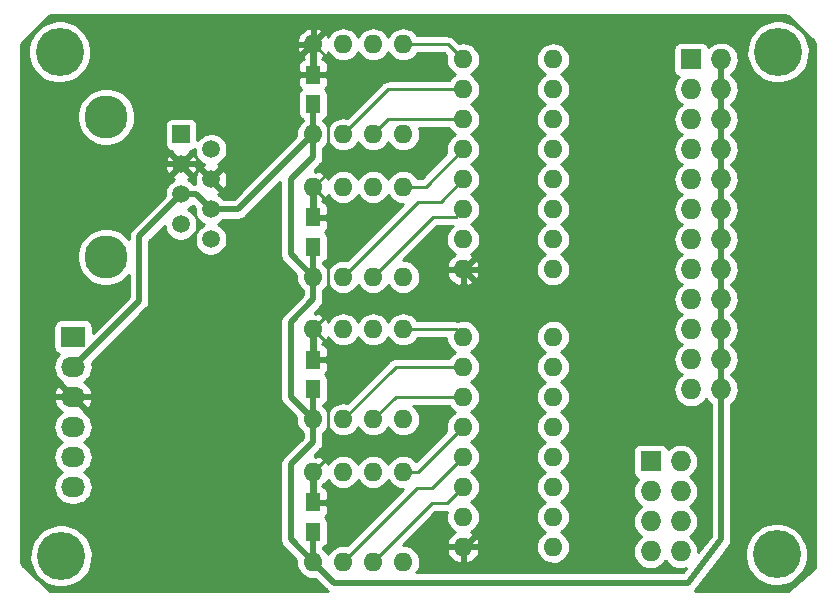
<source format=gbr>
G04 #@! TF.FileFunction,Copper,L2,Bot,Signal*
%FSLAX46Y46*%
G04 Gerber Fmt 4.6, Leading zero omitted, Abs format (unit mm)*
G04 Created by KiCad (PCBNEW 4.0.6) date Tuesday, 06 June 2017 'AMt' 07:50:46*
%MOMM*%
%LPD*%
G01*
G04 APERTURE LIST*
%ADD10C,0.100000*%
%ADD11C,4.064000*%
%ADD12R,2.032000X1.727200*%
%ADD13O,2.032000X1.727200*%
%ADD14R,1.727200X1.727200*%
%ADD15O,1.727200X1.727200*%
%ADD16O,1.600000X1.600000*%
%ADD17C,3.649980*%
%ADD18R,1.501140X1.501140*%
%ADD19C,1.501140*%
%ADD20R,1.250000X1.500000*%
%ADD21C,0.600000*%
%ADD22C,0.500000*%
%ADD23C,0.250000*%
%ADD24C,0.254000*%
G04 APERTURE END LIST*
D10*
D11*
X180340000Y-77470000D03*
X180213000Y-120015000D03*
X119634000Y-120142000D03*
D12*
X120650000Y-101600000D03*
D13*
X120650000Y-104140000D03*
X120650000Y-106680000D03*
X120650000Y-109220000D03*
X120650000Y-111760000D03*
X120650000Y-114300000D03*
D14*
X172974000Y-78105000D03*
D15*
X175514000Y-78105000D03*
X172974000Y-80645000D03*
X175514000Y-80645000D03*
X172974000Y-83185000D03*
X175514000Y-83185000D03*
X172974000Y-85725000D03*
X175514000Y-85725000D03*
X172974000Y-88265000D03*
X175514000Y-88265000D03*
X172974000Y-90805000D03*
X175514000Y-90805000D03*
X172974000Y-93345000D03*
X175514000Y-93345000D03*
X172974000Y-95885000D03*
X175514000Y-95885000D03*
X172974000Y-98425000D03*
X175514000Y-98425000D03*
X172974000Y-100965000D03*
X175514000Y-100965000D03*
X172974000Y-103505000D03*
X175514000Y-103505000D03*
X172974000Y-106045000D03*
X175514000Y-106045000D03*
D16*
X140970000Y-84455000D03*
X143510000Y-84455000D03*
X146050000Y-84455000D03*
X148590000Y-84455000D03*
X148590000Y-76835000D03*
X146050000Y-76835000D03*
X143510000Y-76835000D03*
X140970000Y-76835000D03*
X140970000Y-96520000D03*
X143510000Y-96520000D03*
X146050000Y-96520000D03*
X148590000Y-96520000D03*
X148590000Y-88900000D03*
X146050000Y-88900000D03*
X143510000Y-88900000D03*
X140970000Y-88900000D03*
X140970000Y-108585000D03*
X143510000Y-108585000D03*
X146050000Y-108585000D03*
X148590000Y-108585000D03*
X148590000Y-100965000D03*
X146050000Y-100965000D03*
X143510000Y-100965000D03*
X140970000Y-100965000D03*
X140970000Y-120650000D03*
X143510000Y-120650000D03*
X146050000Y-120650000D03*
X148590000Y-120650000D03*
X148590000Y-113030000D03*
X146050000Y-113030000D03*
X143510000Y-113030000D03*
X140970000Y-113030000D03*
X153670000Y-78105000D03*
X153670000Y-80645000D03*
X153670000Y-83185000D03*
X153670000Y-85725000D03*
X153670000Y-88265000D03*
X153670000Y-90805000D03*
X153670000Y-93345000D03*
X153670000Y-95885000D03*
X161290000Y-95885000D03*
X161290000Y-93345000D03*
X161290000Y-90805000D03*
X161290000Y-88265000D03*
X161290000Y-85725000D03*
X161290000Y-83185000D03*
X161290000Y-80645000D03*
X161290000Y-78105000D03*
X153670000Y-101600000D03*
X153670000Y-104140000D03*
X153670000Y-106680000D03*
X153670000Y-109220000D03*
X153670000Y-111760000D03*
X153670000Y-114300000D03*
X153670000Y-116840000D03*
X153670000Y-119380000D03*
X161290000Y-119380000D03*
X161290000Y-116840000D03*
X161290000Y-114300000D03*
X161290000Y-111760000D03*
X161290000Y-109220000D03*
X161290000Y-106680000D03*
X161290000Y-104140000D03*
X161290000Y-101600000D03*
D14*
X169545000Y-112141000D03*
D15*
X172085000Y-112141000D03*
X169545000Y-114681000D03*
X172085000Y-114681000D03*
X169545000Y-117221000D03*
X172085000Y-117221000D03*
X169545000Y-119761000D03*
X172085000Y-119761000D03*
D17*
X123444000Y-94838520D03*
X123444000Y-82969100D03*
D18*
X129794000Y-84455000D03*
D19*
X132334000Y-85725000D03*
X129794000Y-86995000D03*
X132334000Y-88265000D03*
X129794000Y-89535000D03*
X132334000Y-90805000D03*
X129794000Y-92075000D03*
X132334000Y-93345000D03*
D11*
X119507000Y-77470000D03*
D20*
X140970000Y-93960000D03*
X140970000Y-91460000D03*
X140970000Y-118090000D03*
X140970000Y-115590000D03*
X140970000Y-106025000D03*
X140970000Y-103525000D03*
X140970000Y-81895000D03*
X140970000Y-79395000D03*
D21*
X129286000Y-115316000D03*
D22*
X140970000Y-84455000D02*
X140970000Y-81895000D01*
X140970000Y-96520000D02*
X140970000Y-93960000D01*
X140970000Y-108585000D02*
X140970000Y-106025000D01*
X140970000Y-120650000D02*
X140970000Y-118090000D01*
X140970000Y-106045000D02*
X141097000Y-106045000D01*
X120650000Y-104140000D02*
X126238000Y-98552000D01*
X126238000Y-93091000D02*
X129794000Y-89535000D01*
X126238000Y-98552000D02*
X126238000Y-93091000D01*
X175514000Y-106045000D02*
X175514000Y-118745000D01*
X142748000Y-122428000D02*
X140970000Y-120650000D01*
X172720000Y-122428000D02*
X142748000Y-122428000D01*
X175514000Y-118745000D02*
X172720000Y-122428000D01*
X129794000Y-89535000D02*
X131064000Y-89535000D01*
X131064000Y-89535000D02*
X132334000Y-90805000D01*
X132334000Y-90805000D02*
X134620000Y-90805000D01*
X134620000Y-90805000D02*
X140970000Y-84455000D01*
X175514000Y-78105000D02*
X175514000Y-80645000D01*
X175514000Y-80645000D02*
X175514000Y-83185000D01*
X175514000Y-83185000D02*
X175514000Y-85725000D01*
X175514000Y-85725000D02*
X175514000Y-88265000D01*
X175514000Y-88265000D02*
X175514000Y-90805000D01*
X175514000Y-90805000D02*
X175514000Y-93345000D01*
X175514000Y-93345000D02*
X175514000Y-95885000D01*
X175514000Y-95885000D02*
X175514000Y-98425000D01*
X175514000Y-98425000D02*
X175514000Y-100965000D01*
X175514000Y-100965000D02*
X175514000Y-103505000D01*
X175514000Y-103505000D02*
X175514000Y-106045000D01*
X140970000Y-84455000D02*
X140970000Y-86360000D01*
X139065000Y-94615000D02*
X140970000Y-96520000D01*
X139065000Y-88265000D02*
X139065000Y-94615000D01*
X140970000Y-86360000D02*
X139065000Y-88265000D01*
X140970000Y-96520000D02*
X140970000Y-98425000D01*
X140970000Y-98425000D02*
X139065000Y-100330000D01*
X139065000Y-100330000D02*
X139065000Y-106680000D01*
X139065000Y-106680000D02*
X140970000Y-108585000D01*
X140970000Y-108585000D02*
X140970000Y-110490000D01*
X139065000Y-118745000D02*
X140970000Y-120650000D01*
X139065000Y-112395000D02*
X139065000Y-118745000D01*
X140970000Y-110490000D02*
X139065000Y-112395000D01*
D23*
X140970000Y-88900000D02*
X142240000Y-87757000D01*
X142240000Y-77978000D02*
X140970000Y-76835000D01*
X142240000Y-87757000D02*
X142240000Y-77978000D01*
D22*
X120650000Y-106680000D02*
X129286000Y-115316000D01*
X140970000Y-76835000D02*
X140970000Y-79395000D01*
X140970000Y-91460000D02*
X140970000Y-88900000D01*
X140970000Y-100965000D02*
X140970000Y-103525000D01*
X140970000Y-115590000D02*
X140970000Y-113030000D01*
X140970000Y-76835000D02*
X135128000Y-82677000D01*
X135128000Y-82677000D02*
X135128000Y-85471000D01*
X135128000Y-85471000D02*
X132334000Y-88265000D01*
X120650000Y-106680000D02*
X118618000Y-104648000D01*
X124460000Y-86995000D02*
X129794000Y-86995000D01*
X118618000Y-92837000D02*
X124460000Y-86995000D01*
X118618000Y-104648000D02*
X118618000Y-92837000D01*
X129794000Y-86995000D02*
X131064000Y-86995000D01*
X131064000Y-86995000D02*
X132334000Y-88265000D01*
X153670000Y-95885000D02*
X153797000Y-95885000D01*
X153797000Y-95885000D02*
X155321000Y-94361000D01*
X155321000Y-94361000D02*
X155321000Y-77089000D01*
X155321000Y-77089000D02*
X153543000Y-75311000D01*
X153543000Y-75311000D02*
X142494000Y-75311000D01*
X142494000Y-75311000D02*
X140970000Y-76835000D01*
X153670000Y-119380000D02*
X153797000Y-119380000D01*
X153797000Y-119380000D02*
X155321000Y-117856000D01*
X155321000Y-117856000D02*
X155321000Y-97536000D01*
X155321000Y-97536000D02*
X153670000Y-95885000D01*
D23*
X140970000Y-113030000D02*
X142240000Y-111760000D01*
X142240000Y-102235000D02*
X140970000Y-100965000D01*
X142240000Y-111760000D02*
X142240000Y-102235000D01*
X140970000Y-100965000D02*
X142240000Y-99695000D01*
X142240000Y-99695000D02*
X142240000Y-90170000D01*
X142240000Y-90170000D02*
X140970000Y-88900000D01*
X143510000Y-84455000D02*
X147320000Y-80645000D01*
X147320000Y-80645000D02*
X153670000Y-80645000D01*
X146050000Y-84455000D02*
X147320000Y-83185000D01*
X147320000Y-83185000D02*
X153670000Y-83185000D01*
X148590000Y-76835000D02*
X152400000Y-76835000D01*
X152400000Y-76835000D02*
X153670000Y-78105000D01*
X143510000Y-96520000D02*
X149860000Y-90170000D01*
X151765000Y-90170000D02*
X153670000Y-88265000D01*
X149860000Y-90170000D02*
X151765000Y-90170000D01*
X146050000Y-96520000D02*
X151130000Y-91440000D01*
X153035000Y-91440000D02*
X153670000Y-90805000D01*
X151130000Y-91440000D02*
X153035000Y-91440000D01*
X148590000Y-88900000D02*
X150495000Y-88900000D01*
X150495000Y-88900000D02*
X153670000Y-85725000D01*
X143510000Y-108585000D02*
X147955000Y-104140000D01*
X147955000Y-104140000D02*
X153670000Y-104140000D01*
X146050000Y-108585000D02*
X147955000Y-106680000D01*
X147955000Y-106680000D02*
X153670000Y-106680000D01*
X148590000Y-100965000D02*
X153035000Y-100965000D01*
X153035000Y-100965000D02*
X153670000Y-101600000D01*
X143510000Y-120650000D02*
X149733000Y-114427000D01*
X151003000Y-114427000D02*
X153670000Y-111760000D01*
X149733000Y-114427000D02*
X151003000Y-114427000D01*
X146050000Y-120650000D02*
X151003000Y-115697000D01*
X152273000Y-115697000D02*
X153670000Y-114300000D01*
X151003000Y-115697000D02*
X152273000Y-115697000D01*
X148590000Y-113030000D02*
X149860000Y-113030000D01*
X149860000Y-113030000D02*
X153670000Y-109220000D01*
D24*
G36*
X181152101Y-74390769D02*
X183406547Y-76532491D01*
X183440000Y-76850773D01*
X183440000Y-121163021D01*
X181143554Y-123115000D01*
X173274069Y-123115000D01*
X173298456Y-123097787D01*
X173319715Y-123075451D01*
X173343601Y-123055970D01*
X173379112Y-123013044D01*
X173417535Y-122972675D01*
X173425072Y-122962882D01*
X175491276Y-120239249D01*
X177542495Y-120239249D01*
X177636911Y-120753682D01*
X177829450Y-121239979D01*
X178112777Y-121679616D01*
X178476101Y-122055850D01*
X178905583Y-122354347D01*
X179384864Y-122563740D01*
X179895689Y-122676052D01*
X180418600Y-122687006D01*
X180933679Y-122596183D01*
X181421309Y-122407044D01*
X181862914Y-122126793D01*
X182241674Y-121766104D01*
X182543163Y-121338717D01*
X182755897Y-120860909D01*
X182871772Y-120350881D01*
X182880114Y-119753487D01*
X182778524Y-119240423D01*
X182579215Y-118756861D01*
X182289777Y-118321222D01*
X181921235Y-117950098D01*
X181487627Y-117657626D01*
X181005469Y-117454946D01*
X180493126Y-117349777D01*
X179970113Y-117346125D01*
X179456352Y-117444131D01*
X178971411Y-117640059D01*
X178533762Y-117926449D01*
X178160074Y-118292391D01*
X177864582Y-118723946D01*
X177658541Y-119204678D01*
X177549797Y-119716274D01*
X177542495Y-120239249D01*
X175491276Y-120239249D01*
X176219072Y-119279882D01*
X176230367Y-119261512D01*
X176244225Y-119244996D01*
X176275517Y-119188076D01*
X176309536Y-119132746D01*
X176317045Y-119112537D01*
X176327435Y-119093639D01*
X176347078Y-119031717D01*
X176369699Y-118970841D01*
X176373140Y-118949558D01*
X176379661Y-118929002D01*
X176386901Y-118864451D01*
X176397269Y-118800333D01*
X176396511Y-118778784D01*
X176398914Y-118757357D01*
X176399000Y-118745000D01*
X176399000Y-107253713D01*
X176577216Y-107108363D01*
X176763647Y-106883006D01*
X176902755Y-106625731D01*
X176989242Y-106346335D01*
X177019814Y-106055462D01*
X176993307Y-105764190D01*
X176910729Y-105483615D01*
X176775226Y-105224422D01*
X176591960Y-104996485D01*
X176399000Y-104834572D01*
X176399000Y-104713713D01*
X176577216Y-104568363D01*
X176763647Y-104343006D01*
X176902755Y-104085731D01*
X176989242Y-103806335D01*
X177019814Y-103515462D01*
X176993307Y-103224190D01*
X176910729Y-102943615D01*
X176775226Y-102684422D01*
X176591960Y-102456485D01*
X176399000Y-102294572D01*
X176399000Y-102173713D01*
X176577216Y-102028363D01*
X176763647Y-101803006D01*
X176902755Y-101545731D01*
X176989242Y-101266335D01*
X177019814Y-100975462D01*
X176993307Y-100684190D01*
X176910729Y-100403615D01*
X176775226Y-100144422D01*
X176591960Y-99916485D01*
X176399000Y-99754572D01*
X176399000Y-99633713D01*
X176577216Y-99488363D01*
X176763647Y-99263006D01*
X176902755Y-99005731D01*
X176989242Y-98726335D01*
X177019814Y-98435462D01*
X176993307Y-98144190D01*
X176910729Y-97863615D01*
X176775226Y-97604422D01*
X176591960Y-97376485D01*
X176399000Y-97214572D01*
X176399000Y-97093713D01*
X176577216Y-96948363D01*
X176763647Y-96723006D01*
X176902755Y-96465731D01*
X176989242Y-96186335D01*
X177019814Y-95895462D01*
X176993307Y-95604190D01*
X176910729Y-95323615D01*
X176775226Y-95064422D01*
X176591960Y-94836485D01*
X176399000Y-94674572D01*
X176399000Y-94553713D01*
X176577216Y-94408363D01*
X176763647Y-94183006D01*
X176902755Y-93925731D01*
X176989242Y-93646335D01*
X177019814Y-93355462D01*
X176993307Y-93064190D01*
X176910729Y-92783615D01*
X176775226Y-92524422D01*
X176591960Y-92296485D01*
X176399000Y-92134572D01*
X176399000Y-92013713D01*
X176577216Y-91868363D01*
X176763647Y-91643006D01*
X176902755Y-91385731D01*
X176989242Y-91106335D01*
X177019814Y-90815462D01*
X176993307Y-90524190D01*
X176910729Y-90243615D01*
X176775226Y-89984422D01*
X176591960Y-89756485D01*
X176399000Y-89594572D01*
X176399000Y-89473713D01*
X176577216Y-89328363D01*
X176763647Y-89103006D01*
X176902755Y-88845731D01*
X176989242Y-88566335D01*
X177019814Y-88275462D01*
X176993307Y-87984190D01*
X176910729Y-87703615D01*
X176775226Y-87444422D01*
X176591960Y-87216485D01*
X176399000Y-87054572D01*
X176399000Y-86933713D01*
X176577216Y-86788363D01*
X176763647Y-86563006D01*
X176902755Y-86305731D01*
X176989242Y-86026335D01*
X177019814Y-85735462D01*
X176993307Y-85444190D01*
X176910729Y-85163615D01*
X176775226Y-84904422D01*
X176591960Y-84676485D01*
X176399000Y-84514572D01*
X176399000Y-84393713D01*
X176577216Y-84248363D01*
X176763647Y-84023006D01*
X176902755Y-83765731D01*
X176989242Y-83486335D01*
X177019814Y-83195462D01*
X176993307Y-82904190D01*
X176910729Y-82623615D01*
X176775226Y-82364422D01*
X176591960Y-82136485D01*
X176399000Y-81974572D01*
X176399000Y-81853713D01*
X176577216Y-81708363D01*
X176763647Y-81483006D01*
X176902755Y-81225731D01*
X176989242Y-80946335D01*
X177019814Y-80655462D01*
X176993307Y-80364190D01*
X176910729Y-80083615D01*
X176775226Y-79824422D01*
X176591960Y-79596485D01*
X176399000Y-79434572D01*
X176399000Y-79313713D01*
X176577216Y-79168363D01*
X176763647Y-78943006D01*
X176902755Y-78685731D01*
X176989242Y-78406335D01*
X177019814Y-78115462D01*
X176993307Y-77824190D01*
X176955064Y-77694249D01*
X177669495Y-77694249D01*
X177763911Y-78208682D01*
X177956450Y-78694979D01*
X178239777Y-79134616D01*
X178603101Y-79510850D01*
X179032583Y-79809347D01*
X179511864Y-80018740D01*
X180022689Y-80131052D01*
X180545600Y-80142006D01*
X181060679Y-80051183D01*
X181548309Y-79862044D01*
X181989914Y-79581793D01*
X182368674Y-79221104D01*
X182670163Y-78793717D01*
X182882897Y-78315909D01*
X182998772Y-77805881D01*
X183007114Y-77208487D01*
X182905524Y-76695423D01*
X182706215Y-76211861D01*
X182416777Y-75776222D01*
X182048235Y-75405098D01*
X181614627Y-75112626D01*
X181132469Y-74909946D01*
X180620126Y-74804777D01*
X180097113Y-74801125D01*
X179583352Y-74899131D01*
X179098411Y-75095059D01*
X178660762Y-75381449D01*
X178287074Y-75747391D01*
X177991582Y-76178946D01*
X177785541Y-76659678D01*
X177676797Y-77171274D01*
X177669495Y-77694249D01*
X176955064Y-77694249D01*
X176910729Y-77543615D01*
X176775226Y-77284422D01*
X176591960Y-77056485D01*
X176367911Y-76868485D01*
X176111612Y-76727584D01*
X175832827Y-76639148D01*
X175542175Y-76606546D01*
X175521251Y-76606400D01*
X175506749Y-76606400D01*
X175215669Y-76634941D01*
X174935677Y-76719475D01*
X174677436Y-76856784D01*
X174450784Y-77041637D01*
X174440799Y-77053707D01*
X174414494Y-76968766D01*
X174315700Y-76818841D01*
X174179050Y-76702375D01*
X174015363Y-76628590D01*
X173837600Y-76603328D01*
X172110400Y-76603328D01*
X172009279Y-76611392D01*
X171837766Y-76664506D01*
X171687841Y-76763300D01*
X171571375Y-76899950D01*
X171497590Y-77063637D01*
X171472328Y-77241400D01*
X171472328Y-78968600D01*
X171480392Y-79069721D01*
X171533506Y-79241234D01*
X171632300Y-79391159D01*
X171768950Y-79507625D01*
X171918742Y-79575147D01*
X171910784Y-79581637D01*
X171724353Y-79806994D01*
X171585245Y-80064269D01*
X171498758Y-80343665D01*
X171468186Y-80634538D01*
X171494693Y-80925810D01*
X171577271Y-81206385D01*
X171712774Y-81465578D01*
X171896040Y-81693515D01*
X172120089Y-81881515D01*
X172179724Y-81914299D01*
X172137436Y-81936784D01*
X171910784Y-82121637D01*
X171724353Y-82346994D01*
X171585245Y-82604269D01*
X171498758Y-82883665D01*
X171468186Y-83174538D01*
X171494693Y-83465810D01*
X171577271Y-83746385D01*
X171712774Y-84005578D01*
X171896040Y-84233515D01*
X172120089Y-84421515D01*
X172179724Y-84454299D01*
X172137436Y-84476784D01*
X171910784Y-84661637D01*
X171724353Y-84886994D01*
X171585245Y-85144269D01*
X171498758Y-85423665D01*
X171468186Y-85714538D01*
X171494693Y-86005810D01*
X171577271Y-86286385D01*
X171712774Y-86545578D01*
X171896040Y-86773515D01*
X172120089Y-86961515D01*
X172179724Y-86994299D01*
X172137436Y-87016784D01*
X171910784Y-87201637D01*
X171724353Y-87426994D01*
X171585245Y-87684269D01*
X171498758Y-87963665D01*
X171468186Y-88254538D01*
X171494693Y-88545810D01*
X171577271Y-88826385D01*
X171712774Y-89085578D01*
X171896040Y-89313515D01*
X172120089Y-89501515D01*
X172179724Y-89534299D01*
X172137436Y-89556784D01*
X171910784Y-89741637D01*
X171724353Y-89966994D01*
X171585245Y-90224269D01*
X171498758Y-90503665D01*
X171468186Y-90794538D01*
X171494693Y-91085810D01*
X171577271Y-91366385D01*
X171712774Y-91625578D01*
X171896040Y-91853515D01*
X172120089Y-92041515D01*
X172179724Y-92074299D01*
X172137436Y-92096784D01*
X171910784Y-92281637D01*
X171724353Y-92506994D01*
X171585245Y-92764269D01*
X171498758Y-93043665D01*
X171468186Y-93334538D01*
X171494693Y-93625810D01*
X171577271Y-93906385D01*
X171712774Y-94165578D01*
X171896040Y-94393515D01*
X172120089Y-94581515D01*
X172179724Y-94614299D01*
X172137436Y-94636784D01*
X171910784Y-94821637D01*
X171724353Y-95046994D01*
X171585245Y-95304269D01*
X171498758Y-95583665D01*
X171468186Y-95874538D01*
X171494693Y-96165810D01*
X171577271Y-96446385D01*
X171712774Y-96705578D01*
X171896040Y-96933515D01*
X172120089Y-97121515D01*
X172179724Y-97154299D01*
X172137436Y-97176784D01*
X171910784Y-97361637D01*
X171724353Y-97586994D01*
X171585245Y-97844269D01*
X171498758Y-98123665D01*
X171468186Y-98414538D01*
X171494693Y-98705810D01*
X171577271Y-98986385D01*
X171712774Y-99245578D01*
X171896040Y-99473515D01*
X172120089Y-99661515D01*
X172179724Y-99694299D01*
X172137436Y-99716784D01*
X171910784Y-99901637D01*
X171724353Y-100126994D01*
X171585245Y-100384269D01*
X171498758Y-100663665D01*
X171468186Y-100954538D01*
X171494693Y-101245810D01*
X171577271Y-101526385D01*
X171712774Y-101785578D01*
X171896040Y-102013515D01*
X172120089Y-102201515D01*
X172179724Y-102234299D01*
X172137436Y-102256784D01*
X171910784Y-102441637D01*
X171724353Y-102666994D01*
X171585245Y-102924269D01*
X171498758Y-103203665D01*
X171468186Y-103494538D01*
X171494693Y-103785810D01*
X171577271Y-104066385D01*
X171712774Y-104325578D01*
X171896040Y-104553515D01*
X172120089Y-104741515D01*
X172179724Y-104774299D01*
X172137436Y-104796784D01*
X171910784Y-104981637D01*
X171724353Y-105206994D01*
X171585245Y-105464269D01*
X171498758Y-105743665D01*
X171468186Y-106034538D01*
X171494693Y-106325810D01*
X171577271Y-106606385D01*
X171712774Y-106865578D01*
X171896040Y-107093515D01*
X172120089Y-107281515D01*
X172376388Y-107422416D01*
X172655173Y-107510852D01*
X172945825Y-107543454D01*
X172966749Y-107543600D01*
X172981251Y-107543600D01*
X173272331Y-107515059D01*
X173552323Y-107430525D01*
X173810564Y-107293216D01*
X174037216Y-107108363D01*
X174223647Y-106883006D01*
X174243088Y-106847051D01*
X174252774Y-106865578D01*
X174436040Y-107093515D01*
X174629000Y-107255428D01*
X174629000Y-118447296D01*
X173585403Y-119822947D01*
X173590814Y-119771462D01*
X173564307Y-119480190D01*
X173481729Y-119199615D01*
X173346226Y-118940422D01*
X173162960Y-118712485D01*
X172938911Y-118524485D01*
X172879276Y-118491701D01*
X172921564Y-118469216D01*
X173148216Y-118284363D01*
X173334647Y-118059006D01*
X173473755Y-117801731D01*
X173560242Y-117522335D01*
X173590814Y-117231462D01*
X173564307Y-116940190D01*
X173481729Y-116659615D01*
X173346226Y-116400422D01*
X173162960Y-116172485D01*
X172938911Y-115984485D01*
X172879276Y-115951701D01*
X172921564Y-115929216D01*
X173148216Y-115744363D01*
X173334647Y-115519006D01*
X173473755Y-115261731D01*
X173560242Y-114982335D01*
X173590814Y-114691462D01*
X173564307Y-114400190D01*
X173481729Y-114119615D01*
X173346226Y-113860422D01*
X173162960Y-113632485D01*
X172938911Y-113444485D01*
X172879276Y-113411701D01*
X172921564Y-113389216D01*
X173148216Y-113204363D01*
X173334647Y-112979006D01*
X173473755Y-112721731D01*
X173560242Y-112442335D01*
X173590814Y-112151462D01*
X173564307Y-111860190D01*
X173481729Y-111579615D01*
X173346226Y-111320422D01*
X173162960Y-111092485D01*
X172938911Y-110904485D01*
X172682612Y-110763584D01*
X172403827Y-110675148D01*
X172113175Y-110642546D01*
X172092251Y-110642400D01*
X172077749Y-110642400D01*
X171786669Y-110670941D01*
X171506677Y-110755475D01*
X171248436Y-110892784D01*
X171021784Y-111077637D01*
X171011799Y-111089707D01*
X170985494Y-111004766D01*
X170886700Y-110854841D01*
X170750050Y-110738375D01*
X170586363Y-110664590D01*
X170408600Y-110639328D01*
X168681400Y-110639328D01*
X168580279Y-110647392D01*
X168408766Y-110700506D01*
X168258841Y-110799300D01*
X168142375Y-110935950D01*
X168068590Y-111099637D01*
X168043328Y-111277400D01*
X168043328Y-113004600D01*
X168051392Y-113105721D01*
X168104506Y-113277234D01*
X168203300Y-113427159D01*
X168339950Y-113543625D01*
X168489742Y-113611147D01*
X168481784Y-113617637D01*
X168295353Y-113842994D01*
X168156245Y-114100269D01*
X168069758Y-114379665D01*
X168039186Y-114670538D01*
X168065693Y-114961810D01*
X168148271Y-115242385D01*
X168283774Y-115501578D01*
X168467040Y-115729515D01*
X168691089Y-115917515D01*
X168750724Y-115950299D01*
X168708436Y-115972784D01*
X168481784Y-116157637D01*
X168295353Y-116382994D01*
X168156245Y-116640269D01*
X168069758Y-116919665D01*
X168039186Y-117210538D01*
X168065693Y-117501810D01*
X168148271Y-117782385D01*
X168283774Y-118041578D01*
X168467040Y-118269515D01*
X168691089Y-118457515D01*
X168750724Y-118490299D01*
X168708436Y-118512784D01*
X168481784Y-118697637D01*
X168295353Y-118922994D01*
X168156245Y-119180269D01*
X168069758Y-119459665D01*
X168039186Y-119750538D01*
X168065693Y-120041810D01*
X168148271Y-120322385D01*
X168283774Y-120581578D01*
X168467040Y-120809515D01*
X168691089Y-120997515D01*
X168947388Y-121138416D01*
X169226173Y-121226852D01*
X169516825Y-121259454D01*
X169537749Y-121259600D01*
X169552251Y-121259600D01*
X169843331Y-121231059D01*
X170123323Y-121146525D01*
X170381564Y-121009216D01*
X170608216Y-120824363D01*
X170794647Y-120599006D01*
X170814088Y-120563051D01*
X170823774Y-120581578D01*
X171007040Y-120809515D01*
X171231089Y-120997515D01*
X171487388Y-121138416D01*
X171766173Y-121226852D01*
X172056825Y-121259454D01*
X172077749Y-121259600D01*
X172092251Y-121259600D01*
X172383331Y-121231059D01*
X172556944Y-121178643D01*
X172280535Y-121543000D01*
X149710829Y-121543000D01*
X149774038Y-121467671D01*
X149908959Y-121222250D01*
X149993642Y-120955296D01*
X150024860Y-120676979D01*
X150025000Y-120656943D01*
X150025000Y-120643057D01*
X149997671Y-120364331D01*
X149916724Y-120096221D01*
X149785242Y-119848940D01*
X149687454Y-119729039D01*
X152278096Y-119729039D01*
X152318754Y-119863087D01*
X152438963Y-120117420D01*
X152606481Y-120343414D01*
X152814869Y-120532385D01*
X153056119Y-120677070D01*
X153320960Y-120771909D01*
X153543000Y-120650624D01*
X153543000Y-119507000D01*
X153797000Y-119507000D01*
X153797000Y-120650624D01*
X154019040Y-120771909D01*
X154283881Y-120677070D01*
X154525131Y-120532385D01*
X154733519Y-120343414D01*
X154901037Y-120117420D01*
X155021246Y-119863087D01*
X155061904Y-119729039D01*
X154939915Y-119507000D01*
X153797000Y-119507000D01*
X153543000Y-119507000D01*
X152400085Y-119507000D01*
X152278096Y-119729039D01*
X149687454Y-119729039D01*
X149608234Y-119631907D01*
X149392442Y-119453388D01*
X149146085Y-119320183D01*
X148878547Y-119237367D01*
X148600018Y-119208092D01*
X148563375Y-119211427D01*
X151317802Y-116457000D01*
X152273000Y-116457000D01*
X152287031Y-116455624D01*
X152257367Y-116551453D01*
X152228092Y-116829982D01*
X152253475Y-117108892D01*
X152332548Y-117377560D01*
X152462300Y-117625753D01*
X152637789Y-117844017D01*
X152852329Y-118024038D01*
X153009888Y-118110656D01*
X152814869Y-118227615D01*
X152606481Y-118416586D01*
X152438963Y-118642580D01*
X152318754Y-118896913D01*
X152278096Y-119030961D01*
X152400085Y-119253000D01*
X153543000Y-119253000D01*
X153543000Y-119233000D01*
X153797000Y-119233000D01*
X153797000Y-119253000D01*
X154939915Y-119253000D01*
X155061904Y-119030961D01*
X155021246Y-118896913D01*
X154901037Y-118642580D01*
X154733519Y-118416586D01*
X154525131Y-118227615D01*
X154329696Y-118110407D01*
X154471060Y-118035242D01*
X154688093Y-117858234D01*
X154866612Y-117642442D01*
X154999817Y-117396085D01*
X155082633Y-117128547D01*
X155111908Y-116850018D01*
X155086525Y-116571108D01*
X155007452Y-116302440D01*
X154877700Y-116054247D01*
X154702211Y-115835983D01*
X154487671Y-115655962D01*
X154330891Y-115569772D01*
X154471060Y-115495242D01*
X154688093Y-115318234D01*
X154866612Y-115102442D01*
X154999817Y-114856085D01*
X155082633Y-114588547D01*
X155111908Y-114310018D01*
X155086525Y-114031108D01*
X155007452Y-113762440D01*
X154877700Y-113514247D01*
X154702211Y-113295983D01*
X154487671Y-113115962D01*
X154330891Y-113029772D01*
X154471060Y-112955242D01*
X154688093Y-112778234D01*
X154866612Y-112562442D01*
X154999817Y-112316085D01*
X155082633Y-112048547D01*
X155111908Y-111770018D01*
X155086525Y-111491108D01*
X155007452Y-111222440D01*
X154877700Y-110974247D01*
X154702211Y-110755983D01*
X154487671Y-110575962D01*
X154330891Y-110489772D01*
X154471060Y-110415242D01*
X154688093Y-110238234D01*
X154866612Y-110022442D01*
X154999817Y-109776085D01*
X155082633Y-109508547D01*
X155111908Y-109230018D01*
X155086525Y-108951108D01*
X155007452Y-108682440D01*
X154877700Y-108434247D01*
X154702211Y-108215983D01*
X154487671Y-108035962D01*
X154330891Y-107949772D01*
X154471060Y-107875242D01*
X154688093Y-107698234D01*
X154866612Y-107482442D01*
X154999817Y-107236085D01*
X155082633Y-106968547D01*
X155111908Y-106690018D01*
X155086525Y-106411108D01*
X155007452Y-106142440D01*
X154877700Y-105894247D01*
X154702211Y-105675983D01*
X154487671Y-105495962D01*
X154330891Y-105409772D01*
X154471060Y-105335242D01*
X154688093Y-105158234D01*
X154866612Y-104942442D01*
X154999817Y-104696085D01*
X155082633Y-104428547D01*
X155111908Y-104150018D01*
X155086525Y-103871108D01*
X155007452Y-103602440D01*
X154877700Y-103354247D01*
X154702211Y-103135983D01*
X154487671Y-102955962D01*
X154330891Y-102869772D01*
X154471060Y-102795242D01*
X154688093Y-102618234D01*
X154866612Y-102402442D01*
X154999817Y-102156085D01*
X155082633Y-101888547D01*
X155111908Y-101610018D01*
X155110085Y-101589982D01*
X159848092Y-101589982D01*
X159873475Y-101868892D01*
X159952548Y-102137560D01*
X160082300Y-102385753D01*
X160257789Y-102604017D01*
X160472329Y-102784038D01*
X160629109Y-102870228D01*
X160488940Y-102944758D01*
X160271907Y-103121766D01*
X160093388Y-103337558D01*
X159960183Y-103583915D01*
X159877367Y-103851453D01*
X159848092Y-104129982D01*
X159873475Y-104408892D01*
X159952548Y-104677560D01*
X160082300Y-104925753D01*
X160257789Y-105144017D01*
X160472329Y-105324038D01*
X160629109Y-105410228D01*
X160488940Y-105484758D01*
X160271907Y-105661766D01*
X160093388Y-105877558D01*
X159960183Y-106123915D01*
X159877367Y-106391453D01*
X159848092Y-106669982D01*
X159873475Y-106948892D01*
X159952548Y-107217560D01*
X160082300Y-107465753D01*
X160257789Y-107684017D01*
X160472329Y-107864038D01*
X160629109Y-107950228D01*
X160488940Y-108024758D01*
X160271907Y-108201766D01*
X160093388Y-108417558D01*
X159960183Y-108663915D01*
X159877367Y-108931453D01*
X159848092Y-109209982D01*
X159873475Y-109488892D01*
X159952548Y-109757560D01*
X160082300Y-110005753D01*
X160257789Y-110224017D01*
X160472329Y-110404038D01*
X160629109Y-110490228D01*
X160488940Y-110564758D01*
X160271907Y-110741766D01*
X160093388Y-110957558D01*
X159960183Y-111203915D01*
X159877367Y-111471453D01*
X159848092Y-111749982D01*
X159873475Y-112028892D01*
X159952548Y-112297560D01*
X160082300Y-112545753D01*
X160257789Y-112764017D01*
X160472329Y-112944038D01*
X160629109Y-113030228D01*
X160488940Y-113104758D01*
X160271907Y-113281766D01*
X160093388Y-113497558D01*
X159960183Y-113743915D01*
X159877367Y-114011453D01*
X159848092Y-114289982D01*
X159873475Y-114568892D01*
X159952548Y-114837560D01*
X160082300Y-115085753D01*
X160257789Y-115304017D01*
X160472329Y-115484038D01*
X160629109Y-115570228D01*
X160488940Y-115644758D01*
X160271907Y-115821766D01*
X160093388Y-116037558D01*
X159960183Y-116283915D01*
X159877367Y-116551453D01*
X159848092Y-116829982D01*
X159873475Y-117108892D01*
X159952548Y-117377560D01*
X160082300Y-117625753D01*
X160257789Y-117844017D01*
X160472329Y-118024038D01*
X160629109Y-118110228D01*
X160488940Y-118184758D01*
X160271907Y-118361766D01*
X160093388Y-118577558D01*
X159960183Y-118823915D01*
X159877367Y-119091453D01*
X159848092Y-119369982D01*
X159873475Y-119648892D01*
X159952548Y-119917560D01*
X160082300Y-120165753D01*
X160257789Y-120384017D01*
X160472329Y-120564038D01*
X160717750Y-120698959D01*
X160984704Y-120783642D01*
X161263021Y-120814860D01*
X161283057Y-120815000D01*
X161296943Y-120815000D01*
X161575669Y-120787671D01*
X161843779Y-120706724D01*
X162091060Y-120575242D01*
X162308093Y-120398234D01*
X162486612Y-120182442D01*
X162619817Y-119936085D01*
X162702633Y-119668547D01*
X162731908Y-119390018D01*
X162706525Y-119111108D01*
X162627452Y-118842440D01*
X162497700Y-118594247D01*
X162322211Y-118375983D01*
X162107671Y-118195962D01*
X161950891Y-118109772D01*
X162091060Y-118035242D01*
X162308093Y-117858234D01*
X162486612Y-117642442D01*
X162619817Y-117396085D01*
X162702633Y-117128547D01*
X162731908Y-116850018D01*
X162706525Y-116571108D01*
X162627452Y-116302440D01*
X162497700Y-116054247D01*
X162322211Y-115835983D01*
X162107671Y-115655962D01*
X161950891Y-115569772D01*
X162091060Y-115495242D01*
X162308093Y-115318234D01*
X162486612Y-115102442D01*
X162619817Y-114856085D01*
X162702633Y-114588547D01*
X162731908Y-114310018D01*
X162706525Y-114031108D01*
X162627452Y-113762440D01*
X162497700Y-113514247D01*
X162322211Y-113295983D01*
X162107671Y-113115962D01*
X161950891Y-113029772D01*
X162091060Y-112955242D01*
X162308093Y-112778234D01*
X162486612Y-112562442D01*
X162619817Y-112316085D01*
X162702633Y-112048547D01*
X162731908Y-111770018D01*
X162706525Y-111491108D01*
X162627452Y-111222440D01*
X162497700Y-110974247D01*
X162322211Y-110755983D01*
X162107671Y-110575962D01*
X161950891Y-110489772D01*
X162091060Y-110415242D01*
X162308093Y-110238234D01*
X162486612Y-110022442D01*
X162619817Y-109776085D01*
X162702633Y-109508547D01*
X162731908Y-109230018D01*
X162706525Y-108951108D01*
X162627452Y-108682440D01*
X162497700Y-108434247D01*
X162322211Y-108215983D01*
X162107671Y-108035962D01*
X161950891Y-107949772D01*
X162091060Y-107875242D01*
X162308093Y-107698234D01*
X162486612Y-107482442D01*
X162619817Y-107236085D01*
X162702633Y-106968547D01*
X162731908Y-106690018D01*
X162706525Y-106411108D01*
X162627452Y-106142440D01*
X162497700Y-105894247D01*
X162322211Y-105675983D01*
X162107671Y-105495962D01*
X161950891Y-105409772D01*
X162091060Y-105335242D01*
X162308093Y-105158234D01*
X162486612Y-104942442D01*
X162619817Y-104696085D01*
X162702633Y-104428547D01*
X162731908Y-104150018D01*
X162706525Y-103871108D01*
X162627452Y-103602440D01*
X162497700Y-103354247D01*
X162322211Y-103135983D01*
X162107671Y-102955962D01*
X161950891Y-102869772D01*
X162091060Y-102795242D01*
X162308093Y-102618234D01*
X162486612Y-102402442D01*
X162619817Y-102156085D01*
X162702633Y-101888547D01*
X162731908Y-101610018D01*
X162706525Y-101331108D01*
X162627452Y-101062440D01*
X162497700Y-100814247D01*
X162322211Y-100595983D01*
X162107671Y-100415962D01*
X161862250Y-100281041D01*
X161595296Y-100196358D01*
X161316979Y-100165140D01*
X161296943Y-100165000D01*
X161283057Y-100165000D01*
X161004331Y-100192329D01*
X160736221Y-100273276D01*
X160488940Y-100404758D01*
X160271907Y-100581766D01*
X160093388Y-100797558D01*
X159960183Y-101043915D01*
X159877367Y-101311453D01*
X159848092Y-101589982D01*
X155110085Y-101589982D01*
X155086525Y-101331108D01*
X155007452Y-101062440D01*
X154877700Y-100814247D01*
X154702211Y-100595983D01*
X154487671Y-100415962D01*
X154242250Y-100281041D01*
X153975296Y-100196358D01*
X153696979Y-100165140D01*
X153676943Y-100165000D01*
X153663057Y-100165000D01*
X153384331Y-100192329D01*
X153239018Y-100236202D01*
X153193013Y-100221608D01*
X153189041Y-100221162D01*
X153185219Y-100219994D01*
X153115351Y-100212897D01*
X153045611Y-100205074D01*
X153037806Y-100205020D01*
X153037653Y-100205004D01*
X153037510Y-100205018D01*
X153035000Y-100205000D01*
X149807074Y-100205000D01*
X149785242Y-100163940D01*
X149608234Y-99946907D01*
X149392442Y-99768388D01*
X149146085Y-99635183D01*
X148878547Y-99552367D01*
X148600018Y-99523092D01*
X148321108Y-99548475D01*
X148052440Y-99627548D01*
X147804247Y-99757300D01*
X147585983Y-99932789D01*
X147405962Y-100147329D01*
X147319772Y-100304109D01*
X147245242Y-100163940D01*
X147068234Y-99946907D01*
X146852442Y-99768388D01*
X146606085Y-99635183D01*
X146338547Y-99552367D01*
X146060018Y-99523092D01*
X145781108Y-99548475D01*
X145512440Y-99627548D01*
X145264247Y-99757300D01*
X145045983Y-99932789D01*
X144865962Y-100147329D01*
X144779772Y-100304109D01*
X144705242Y-100163940D01*
X144528234Y-99946907D01*
X144312442Y-99768388D01*
X144066085Y-99635183D01*
X143798547Y-99552367D01*
X143520018Y-99523092D01*
X143241108Y-99548475D01*
X142972440Y-99627548D01*
X142724247Y-99757300D01*
X142505983Y-99932789D01*
X142325962Y-100147329D01*
X142239344Y-100304888D01*
X142122385Y-100109869D01*
X141933414Y-99901481D01*
X141707420Y-99733963D01*
X141453087Y-99613754D01*
X141319039Y-99573096D01*
X141097002Y-99695084D01*
X141097002Y-99549577D01*
X141595790Y-99050789D01*
X141647696Y-98987598D01*
X141700225Y-98924996D01*
X141702466Y-98920919D01*
X141705421Y-98917322D01*
X141744043Y-98845292D01*
X141783435Y-98773639D01*
X141784843Y-98769200D01*
X141787041Y-98765101D01*
X141810927Y-98686974D01*
X141835661Y-98609002D01*
X141836180Y-98604374D01*
X141837540Y-98599926D01*
X141845794Y-98518661D01*
X141854914Y-98437357D01*
X141854977Y-98428253D01*
X141854994Y-98428089D01*
X141854980Y-98427936D01*
X141855000Y-98425000D01*
X141855000Y-97647903D01*
X141974017Y-97552211D01*
X142154038Y-97337671D01*
X142240228Y-97180891D01*
X142314758Y-97321060D01*
X142491766Y-97538093D01*
X142707558Y-97716612D01*
X142953915Y-97849817D01*
X143221453Y-97932633D01*
X143499982Y-97961908D01*
X143778892Y-97936525D01*
X144047560Y-97857452D01*
X144295753Y-97727700D01*
X144514017Y-97552211D01*
X144694038Y-97337671D01*
X144780228Y-97180891D01*
X144854758Y-97321060D01*
X145031766Y-97538093D01*
X145247558Y-97716612D01*
X145493915Y-97849817D01*
X145761453Y-97932633D01*
X146039982Y-97961908D01*
X146318892Y-97936525D01*
X146587560Y-97857452D01*
X146835753Y-97727700D01*
X147054017Y-97552211D01*
X147234038Y-97337671D01*
X147320228Y-97180891D01*
X147394758Y-97321060D01*
X147571766Y-97538093D01*
X147787558Y-97716612D01*
X148033915Y-97849817D01*
X148301453Y-97932633D01*
X148579982Y-97961908D01*
X148858892Y-97936525D01*
X149127560Y-97857452D01*
X149375753Y-97727700D01*
X149594017Y-97552211D01*
X149774038Y-97337671D01*
X149908959Y-97092250D01*
X149993642Y-96825296D01*
X150024860Y-96546979D01*
X150025000Y-96526943D01*
X150025000Y-96513057D01*
X149997671Y-96234331D01*
X149997583Y-96234039D01*
X152278096Y-96234039D01*
X152318754Y-96368087D01*
X152438963Y-96622420D01*
X152606481Y-96848414D01*
X152814869Y-97037385D01*
X153056119Y-97182070D01*
X153320960Y-97276909D01*
X153543000Y-97155624D01*
X153543000Y-96012000D01*
X153797000Y-96012000D01*
X153797000Y-97155624D01*
X154019040Y-97276909D01*
X154283881Y-97182070D01*
X154525131Y-97037385D01*
X154733519Y-96848414D01*
X154901037Y-96622420D01*
X155021246Y-96368087D01*
X155061904Y-96234039D01*
X154939915Y-96012000D01*
X153797000Y-96012000D01*
X153543000Y-96012000D01*
X152400085Y-96012000D01*
X152278096Y-96234039D01*
X149997583Y-96234039D01*
X149916724Y-95966221D01*
X149785242Y-95718940D01*
X149608234Y-95501907D01*
X149392442Y-95323388D01*
X149146085Y-95190183D01*
X148878547Y-95107367D01*
X148600018Y-95078092D01*
X148563375Y-95081427D01*
X151444802Y-92200000D01*
X152807337Y-92200000D01*
X152651907Y-92326766D01*
X152473388Y-92542558D01*
X152340183Y-92788915D01*
X152257367Y-93056453D01*
X152228092Y-93334982D01*
X152253475Y-93613892D01*
X152332548Y-93882560D01*
X152462300Y-94130753D01*
X152637789Y-94349017D01*
X152852329Y-94529038D01*
X153009888Y-94615656D01*
X152814869Y-94732615D01*
X152606481Y-94921586D01*
X152438963Y-95147580D01*
X152318754Y-95401913D01*
X152278096Y-95535961D01*
X152400085Y-95758000D01*
X153543000Y-95758000D01*
X153543000Y-95738000D01*
X153797000Y-95738000D01*
X153797000Y-95758000D01*
X154939915Y-95758000D01*
X155061904Y-95535961D01*
X155021246Y-95401913D01*
X154901037Y-95147580D01*
X154733519Y-94921586D01*
X154525131Y-94732615D01*
X154329696Y-94615407D01*
X154471060Y-94540242D01*
X154688093Y-94363234D01*
X154866612Y-94147442D01*
X154999817Y-93901085D01*
X155082633Y-93633547D01*
X155111908Y-93355018D01*
X155086525Y-93076108D01*
X155007452Y-92807440D01*
X154877700Y-92559247D01*
X154702211Y-92340983D01*
X154487671Y-92160962D01*
X154330891Y-92074772D01*
X154471060Y-92000242D01*
X154688093Y-91823234D01*
X154866612Y-91607442D01*
X154999817Y-91361085D01*
X155082633Y-91093547D01*
X155111908Y-90815018D01*
X155086525Y-90536108D01*
X155007452Y-90267440D01*
X154877700Y-90019247D01*
X154702211Y-89800983D01*
X154487671Y-89620962D01*
X154330891Y-89534772D01*
X154471060Y-89460242D01*
X154688093Y-89283234D01*
X154866612Y-89067442D01*
X154999817Y-88821085D01*
X155082633Y-88553547D01*
X155111908Y-88275018D01*
X155086525Y-87996108D01*
X155007452Y-87727440D01*
X154877700Y-87479247D01*
X154702211Y-87260983D01*
X154487671Y-87080962D01*
X154330891Y-86994772D01*
X154471060Y-86920242D01*
X154688093Y-86743234D01*
X154866612Y-86527442D01*
X154999817Y-86281085D01*
X155082633Y-86013547D01*
X155111908Y-85735018D01*
X155086525Y-85456108D01*
X155007452Y-85187440D01*
X154877700Y-84939247D01*
X154702211Y-84720983D01*
X154487671Y-84540962D01*
X154330891Y-84454772D01*
X154471060Y-84380242D01*
X154688093Y-84203234D01*
X154866612Y-83987442D01*
X154999817Y-83741085D01*
X155082633Y-83473547D01*
X155111908Y-83195018D01*
X155086525Y-82916108D01*
X155007452Y-82647440D01*
X154877700Y-82399247D01*
X154702211Y-82180983D01*
X154487671Y-82000962D01*
X154330891Y-81914772D01*
X154471060Y-81840242D01*
X154688093Y-81663234D01*
X154866612Y-81447442D01*
X154999817Y-81201085D01*
X155082633Y-80933547D01*
X155111908Y-80655018D01*
X155086525Y-80376108D01*
X155007452Y-80107440D01*
X154877700Y-79859247D01*
X154702211Y-79640983D01*
X154487671Y-79460962D01*
X154330891Y-79374772D01*
X154471060Y-79300242D01*
X154688093Y-79123234D01*
X154866612Y-78907442D01*
X154999817Y-78661085D01*
X155082633Y-78393547D01*
X155111908Y-78115018D01*
X155110085Y-78094982D01*
X159848092Y-78094982D01*
X159873475Y-78373892D01*
X159952548Y-78642560D01*
X160082300Y-78890753D01*
X160257789Y-79109017D01*
X160472329Y-79289038D01*
X160629109Y-79375228D01*
X160488940Y-79449758D01*
X160271907Y-79626766D01*
X160093388Y-79842558D01*
X159960183Y-80088915D01*
X159877367Y-80356453D01*
X159848092Y-80634982D01*
X159873475Y-80913892D01*
X159952548Y-81182560D01*
X160082300Y-81430753D01*
X160257789Y-81649017D01*
X160472329Y-81829038D01*
X160629109Y-81915228D01*
X160488940Y-81989758D01*
X160271907Y-82166766D01*
X160093388Y-82382558D01*
X159960183Y-82628915D01*
X159877367Y-82896453D01*
X159848092Y-83174982D01*
X159873475Y-83453892D01*
X159952548Y-83722560D01*
X160082300Y-83970753D01*
X160257789Y-84189017D01*
X160472329Y-84369038D01*
X160629109Y-84455228D01*
X160488940Y-84529758D01*
X160271907Y-84706766D01*
X160093388Y-84922558D01*
X159960183Y-85168915D01*
X159877367Y-85436453D01*
X159848092Y-85714982D01*
X159873475Y-85993892D01*
X159952548Y-86262560D01*
X160082300Y-86510753D01*
X160257789Y-86729017D01*
X160472329Y-86909038D01*
X160629109Y-86995228D01*
X160488940Y-87069758D01*
X160271907Y-87246766D01*
X160093388Y-87462558D01*
X159960183Y-87708915D01*
X159877367Y-87976453D01*
X159848092Y-88254982D01*
X159873475Y-88533892D01*
X159952548Y-88802560D01*
X160082300Y-89050753D01*
X160257789Y-89269017D01*
X160472329Y-89449038D01*
X160629109Y-89535228D01*
X160488940Y-89609758D01*
X160271907Y-89786766D01*
X160093388Y-90002558D01*
X159960183Y-90248915D01*
X159877367Y-90516453D01*
X159848092Y-90794982D01*
X159873475Y-91073892D01*
X159952548Y-91342560D01*
X160082300Y-91590753D01*
X160257789Y-91809017D01*
X160472329Y-91989038D01*
X160629109Y-92075228D01*
X160488940Y-92149758D01*
X160271907Y-92326766D01*
X160093388Y-92542558D01*
X159960183Y-92788915D01*
X159877367Y-93056453D01*
X159848092Y-93334982D01*
X159873475Y-93613892D01*
X159952548Y-93882560D01*
X160082300Y-94130753D01*
X160257789Y-94349017D01*
X160472329Y-94529038D01*
X160629109Y-94615228D01*
X160488940Y-94689758D01*
X160271907Y-94866766D01*
X160093388Y-95082558D01*
X159960183Y-95328915D01*
X159877367Y-95596453D01*
X159848092Y-95874982D01*
X159873475Y-96153892D01*
X159952548Y-96422560D01*
X160082300Y-96670753D01*
X160257789Y-96889017D01*
X160472329Y-97069038D01*
X160717750Y-97203959D01*
X160984704Y-97288642D01*
X161263021Y-97319860D01*
X161283057Y-97320000D01*
X161296943Y-97320000D01*
X161575669Y-97292671D01*
X161843779Y-97211724D01*
X162091060Y-97080242D01*
X162308093Y-96903234D01*
X162486612Y-96687442D01*
X162619817Y-96441085D01*
X162702633Y-96173547D01*
X162731908Y-95895018D01*
X162706525Y-95616108D01*
X162627452Y-95347440D01*
X162497700Y-95099247D01*
X162322211Y-94880983D01*
X162107671Y-94700962D01*
X161950891Y-94614772D01*
X162091060Y-94540242D01*
X162308093Y-94363234D01*
X162486612Y-94147442D01*
X162619817Y-93901085D01*
X162702633Y-93633547D01*
X162731908Y-93355018D01*
X162706525Y-93076108D01*
X162627452Y-92807440D01*
X162497700Y-92559247D01*
X162322211Y-92340983D01*
X162107671Y-92160962D01*
X161950891Y-92074772D01*
X162091060Y-92000242D01*
X162308093Y-91823234D01*
X162486612Y-91607442D01*
X162619817Y-91361085D01*
X162702633Y-91093547D01*
X162731908Y-90815018D01*
X162706525Y-90536108D01*
X162627452Y-90267440D01*
X162497700Y-90019247D01*
X162322211Y-89800983D01*
X162107671Y-89620962D01*
X161950891Y-89534772D01*
X162091060Y-89460242D01*
X162308093Y-89283234D01*
X162486612Y-89067442D01*
X162619817Y-88821085D01*
X162702633Y-88553547D01*
X162731908Y-88275018D01*
X162706525Y-87996108D01*
X162627452Y-87727440D01*
X162497700Y-87479247D01*
X162322211Y-87260983D01*
X162107671Y-87080962D01*
X161950891Y-86994772D01*
X162091060Y-86920242D01*
X162308093Y-86743234D01*
X162486612Y-86527442D01*
X162619817Y-86281085D01*
X162702633Y-86013547D01*
X162731908Y-85735018D01*
X162706525Y-85456108D01*
X162627452Y-85187440D01*
X162497700Y-84939247D01*
X162322211Y-84720983D01*
X162107671Y-84540962D01*
X161950891Y-84454772D01*
X162091060Y-84380242D01*
X162308093Y-84203234D01*
X162486612Y-83987442D01*
X162619817Y-83741085D01*
X162702633Y-83473547D01*
X162731908Y-83195018D01*
X162706525Y-82916108D01*
X162627452Y-82647440D01*
X162497700Y-82399247D01*
X162322211Y-82180983D01*
X162107671Y-82000962D01*
X161950891Y-81914772D01*
X162091060Y-81840242D01*
X162308093Y-81663234D01*
X162486612Y-81447442D01*
X162619817Y-81201085D01*
X162702633Y-80933547D01*
X162731908Y-80655018D01*
X162706525Y-80376108D01*
X162627452Y-80107440D01*
X162497700Y-79859247D01*
X162322211Y-79640983D01*
X162107671Y-79460962D01*
X161950891Y-79374772D01*
X162091060Y-79300242D01*
X162308093Y-79123234D01*
X162486612Y-78907442D01*
X162619817Y-78661085D01*
X162702633Y-78393547D01*
X162731908Y-78115018D01*
X162706525Y-77836108D01*
X162627452Y-77567440D01*
X162497700Y-77319247D01*
X162322211Y-77100983D01*
X162107671Y-76920962D01*
X161862250Y-76786041D01*
X161595296Y-76701358D01*
X161316979Y-76670140D01*
X161296943Y-76670000D01*
X161283057Y-76670000D01*
X161004331Y-76697329D01*
X160736221Y-76778276D01*
X160488940Y-76909758D01*
X160271907Y-77086766D01*
X160093388Y-77302558D01*
X159960183Y-77548915D01*
X159877367Y-77816453D01*
X159848092Y-78094982D01*
X155110085Y-78094982D01*
X155086525Y-77836108D01*
X155007452Y-77567440D01*
X154877700Y-77319247D01*
X154702211Y-77100983D01*
X154487671Y-76920962D01*
X154242250Y-76786041D01*
X153975296Y-76701358D01*
X153696979Y-76670140D01*
X153676943Y-76670000D01*
X153663057Y-76670000D01*
X153384331Y-76697329D01*
X153348077Y-76708275D01*
X152937401Y-76297599D01*
X152883145Y-76253032D01*
X152829375Y-76207914D01*
X152825874Y-76205989D01*
X152822785Y-76203452D01*
X152760933Y-76170287D01*
X152699396Y-76136457D01*
X152695584Y-76135248D01*
X152692065Y-76133361D01*
X152624969Y-76112848D01*
X152558013Y-76091608D01*
X152554041Y-76091162D01*
X152550219Y-76089994D01*
X152480351Y-76082897D01*
X152410611Y-76075074D01*
X152402806Y-76075020D01*
X152402653Y-76075004D01*
X152402510Y-76075018D01*
X152400000Y-76075000D01*
X149807074Y-76075000D01*
X149785242Y-76033940D01*
X149608234Y-75816907D01*
X149392442Y-75638388D01*
X149146085Y-75505183D01*
X148878547Y-75422367D01*
X148600018Y-75393092D01*
X148321108Y-75418475D01*
X148052440Y-75497548D01*
X147804247Y-75627300D01*
X147585983Y-75802789D01*
X147405962Y-76017329D01*
X147319772Y-76174109D01*
X147245242Y-76033940D01*
X147068234Y-75816907D01*
X146852442Y-75638388D01*
X146606085Y-75505183D01*
X146338547Y-75422367D01*
X146060018Y-75393092D01*
X145781108Y-75418475D01*
X145512440Y-75497548D01*
X145264247Y-75627300D01*
X145045983Y-75802789D01*
X144865962Y-76017329D01*
X144779772Y-76174109D01*
X144705242Y-76033940D01*
X144528234Y-75816907D01*
X144312442Y-75638388D01*
X144066085Y-75505183D01*
X143798547Y-75422367D01*
X143520018Y-75393092D01*
X143241108Y-75418475D01*
X142972440Y-75497548D01*
X142724247Y-75627300D01*
X142505983Y-75802789D01*
X142325962Y-76017329D01*
X142239344Y-76174888D01*
X142122385Y-75979869D01*
X141933414Y-75771481D01*
X141707420Y-75603963D01*
X141453087Y-75483754D01*
X141319039Y-75443096D01*
X141097000Y-75565085D01*
X141097000Y-76708000D01*
X141117000Y-76708000D01*
X141117000Y-76962000D01*
X141097000Y-76962000D01*
X141097000Y-78104915D01*
X141138200Y-78127550D01*
X141097000Y-78168750D01*
X141097000Y-79268000D01*
X142071250Y-79268000D01*
X142230000Y-79109250D01*
X142230000Y-78582458D01*
X142205597Y-78459777D01*
X142157730Y-78344215D01*
X142088237Y-78240211D01*
X141999789Y-78151763D01*
X141895785Y-78082270D01*
X141780223Y-78034403D01*
X141756471Y-78029678D01*
X141933414Y-77898519D01*
X142122385Y-77690131D01*
X142239593Y-77494696D01*
X142314758Y-77636060D01*
X142491766Y-77853093D01*
X142707558Y-78031612D01*
X142953915Y-78164817D01*
X143221453Y-78247633D01*
X143499982Y-78276908D01*
X143778892Y-78251525D01*
X144047560Y-78172452D01*
X144295753Y-78042700D01*
X144514017Y-77867211D01*
X144694038Y-77652671D01*
X144780228Y-77495891D01*
X144854758Y-77636060D01*
X145031766Y-77853093D01*
X145247558Y-78031612D01*
X145493915Y-78164817D01*
X145761453Y-78247633D01*
X146039982Y-78276908D01*
X146318892Y-78251525D01*
X146587560Y-78172452D01*
X146835753Y-78042700D01*
X147054017Y-77867211D01*
X147234038Y-77652671D01*
X147320228Y-77495891D01*
X147394758Y-77636060D01*
X147571766Y-77853093D01*
X147787558Y-78031612D01*
X148033915Y-78164817D01*
X148301453Y-78247633D01*
X148579982Y-78276908D01*
X148858892Y-78251525D01*
X149127560Y-78172452D01*
X149375753Y-78042700D01*
X149594017Y-77867211D01*
X149774038Y-77652671D01*
X149805743Y-77595000D01*
X152085198Y-77595000D01*
X152269017Y-77778819D01*
X152257367Y-77816453D01*
X152228092Y-78094982D01*
X152253475Y-78373892D01*
X152332548Y-78642560D01*
X152462300Y-78890753D01*
X152637789Y-79109017D01*
X152852329Y-79289038D01*
X153009109Y-79375228D01*
X152868940Y-79449758D01*
X152651907Y-79626766D01*
X152473388Y-79842558D01*
X152450440Y-79885000D01*
X147320000Y-79885000D01*
X147250119Y-79891852D01*
X147180197Y-79897969D01*
X147176359Y-79899084D01*
X147172382Y-79899474D01*
X147105212Y-79919754D01*
X147037761Y-79939350D01*
X147034210Y-79941191D01*
X147030387Y-79942345D01*
X146968426Y-79975290D01*
X146906075Y-80007610D01*
X146902952Y-80010103D01*
X146899422Y-80011980D01*
X146844989Y-80056375D01*
X146790155Y-80100148D01*
X146784596Y-80105630D01*
X146784478Y-80105726D01*
X146784388Y-80105835D01*
X146782599Y-80107599D01*
X143836181Y-83054017D01*
X143798547Y-83042367D01*
X143520018Y-83013092D01*
X143241108Y-83038475D01*
X142972440Y-83117548D01*
X142724247Y-83247300D01*
X142505983Y-83422789D01*
X142325962Y-83637329D01*
X142239772Y-83794109D01*
X142165242Y-83653940D01*
X141988234Y-83436907D01*
X141855000Y-83326686D01*
X141855000Y-83225806D01*
X141867634Y-83221894D01*
X142017559Y-83123100D01*
X142134025Y-82986450D01*
X142207810Y-82822763D01*
X142233072Y-82645000D01*
X142233072Y-81145000D01*
X142225008Y-81043879D01*
X142171894Y-80872366D01*
X142073100Y-80722441D01*
X141985503Y-80647783D01*
X141999789Y-80638237D01*
X142088237Y-80549789D01*
X142157730Y-80445785D01*
X142205597Y-80330223D01*
X142230000Y-80207542D01*
X142230000Y-79680750D01*
X142071250Y-79522000D01*
X141097000Y-79522000D01*
X141097000Y-79542000D01*
X140843000Y-79542000D01*
X140843000Y-79522000D01*
X139868750Y-79522000D01*
X139710000Y-79680750D01*
X139710000Y-80207542D01*
X139734403Y-80330223D01*
X139782270Y-80445785D01*
X139851763Y-80549789D01*
X139940211Y-80638237D01*
X139952985Y-80646773D01*
X139922441Y-80666900D01*
X139805975Y-80803550D01*
X139732190Y-80967237D01*
X139706928Y-81145000D01*
X139706928Y-82645000D01*
X139714992Y-82746121D01*
X139768106Y-82917634D01*
X139866900Y-83067559D01*
X140003550Y-83184025D01*
X140085000Y-83220740D01*
X140085000Y-83327097D01*
X139965983Y-83422789D01*
X139785962Y-83637329D01*
X139651041Y-83882750D01*
X139566358Y-84149704D01*
X139535140Y-84428021D01*
X139535000Y-84448057D01*
X139535000Y-84461943D01*
X139550758Y-84622662D01*
X134253420Y-89920000D01*
X133407928Y-89920000D01*
X133221469Y-89732234D01*
X132996199Y-89580288D01*
X132892192Y-89536568D01*
X132933032Y-89521817D01*
X133046201Y-89461326D01*
X133111796Y-89222401D01*
X132334000Y-88444605D01*
X132319858Y-88458748D01*
X132140253Y-88279143D01*
X132154395Y-88265000D01*
X132513605Y-88265000D01*
X133291401Y-89042796D01*
X133530326Y-88977201D01*
X133646283Y-88730125D01*
X133711809Y-88465173D01*
X133724387Y-88192530D01*
X133683533Y-87922671D01*
X133590817Y-87665968D01*
X133530326Y-87552799D01*
X133291401Y-87487204D01*
X132513605Y-88265000D01*
X132154395Y-88265000D01*
X131376599Y-87487204D01*
X131137674Y-87552799D01*
X131021717Y-87799875D01*
X130956191Y-88064827D01*
X130943613Y-88337470D01*
X130984467Y-88607329D01*
X130999879Y-88650000D01*
X130867928Y-88650000D01*
X130681469Y-88462234D01*
X130456199Y-88310288D01*
X130352192Y-88266568D01*
X130393032Y-88251817D01*
X130506201Y-88191326D01*
X130571796Y-87952401D01*
X129794000Y-87174605D01*
X129016204Y-87952401D01*
X129081799Y-88191326D01*
X129238636Y-88264932D01*
X129148965Y-88301162D01*
X128921596Y-88449948D01*
X128727456Y-88640064D01*
X128573941Y-88864267D01*
X128466897Y-89114018D01*
X128410403Y-89379805D01*
X128406609Y-89651502D01*
X128409603Y-89667817D01*
X125612210Y-92465210D01*
X125560284Y-92528426D01*
X125507775Y-92591004D01*
X125505534Y-92595081D01*
X125502579Y-92598678D01*
X125463957Y-92670708D01*
X125424565Y-92742361D01*
X125423157Y-92746800D01*
X125420959Y-92750899D01*
X125397073Y-92829026D01*
X125372339Y-92906998D01*
X125371820Y-92911626D01*
X125370460Y-92916074D01*
X125362206Y-92997339D01*
X125353086Y-93078643D01*
X125353023Y-93087747D01*
X125353006Y-93087911D01*
X125353020Y-93088064D01*
X125353000Y-93091000D01*
X125353000Y-93269585D01*
X125019644Y-92933894D01*
X124619692Y-92664123D01*
X124174959Y-92477174D01*
X123702383Y-92380168D01*
X123219966Y-92376800D01*
X122746082Y-92467199D01*
X122298782Y-92647920D01*
X121895102Y-92912080D01*
X121550420Y-93249618D01*
X121277864Y-93647676D01*
X121087815Y-94091094D01*
X120987512Y-94562981D01*
X120980776Y-95045363D01*
X121067864Y-95519866D01*
X121245458Y-95968417D01*
X121506794Y-96373931D01*
X121841917Y-96720961D01*
X122238063Y-96996290D01*
X122680143Y-97189430D01*
X123151318Y-97293024D01*
X123633641Y-97303128D01*
X124108741Y-97219355D01*
X124558521Y-97044897D01*
X124965849Y-96786398D01*
X125315211Y-96453706D01*
X125353000Y-96400136D01*
X125353000Y-98185421D01*
X122304072Y-101234348D01*
X122304072Y-100736400D01*
X122296008Y-100635279D01*
X122242894Y-100463766D01*
X122144100Y-100313841D01*
X122007450Y-100197375D01*
X121843763Y-100123590D01*
X121666000Y-100098328D01*
X119634000Y-100098328D01*
X119532879Y-100106392D01*
X119361366Y-100159506D01*
X119211441Y-100258300D01*
X119094975Y-100394950D01*
X119021190Y-100558637D01*
X118995928Y-100736400D01*
X118995928Y-102463600D01*
X119003992Y-102564721D01*
X119057106Y-102736234D01*
X119155900Y-102886159D01*
X119292550Y-103002625D01*
X119441867Y-103069933D01*
X119433647Y-103076637D01*
X119247216Y-103301994D01*
X119108108Y-103559269D01*
X119021621Y-103838665D01*
X118991049Y-104129538D01*
X119017556Y-104420810D01*
X119100134Y-104701385D01*
X119235637Y-104960578D01*
X119418903Y-105188515D01*
X119642952Y-105376515D01*
X119704872Y-105410556D01*
X119498271Y-105561514D01*
X119299267Y-105777965D01*
X119146314Y-106029081D01*
X119045291Y-106305211D01*
X119042642Y-106320974D01*
X119163783Y-106553000D01*
X120523000Y-106553000D01*
X120523000Y-106533000D01*
X120777000Y-106533000D01*
X120777000Y-106553000D01*
X122136217Y-106553000D01*
X122257358Y-106320974D01*
X122254709Y-106305211D01*
X122153686Y-106029081D01*
X122000733Y-105777965D01*
X121801729Y-105561514D01*
X121596205Y-105411343D01*
X121639701Y-105388216D01*
X121866353Y-105203363D01*
X122052784Y-104978006D01*
X122191892Y-104720731D01*
X122278379Y-104441335D01*
X122308951Y-104150462D01*
X122282444Y-103859190D01*
X122259693Y-103781887D01*
X126863789Y-99177790D01*
X126915669Y-99114630D01*
X126968225Y-99051996D01*
X126970468Y-99047915D01*
X126973420Y-99044322D01*
X127012013Y-98972347D01*
X127051435Y-98900639D01*
X127052844Y-98896198D01*
X127055040Y-98892102D01*
X127078917Y-98814006D01*
X127103661Y-98736002D01*
X127104180Y-98731374D01*
X127105540Y-98726926D01*
X127113795Y-98645656D01*
X127122914Y-98564357D01*
X127122977Y-98555254D01*
X127122994Y-98555090D01*
X127122980Y-98554937D01*
X127123000Y-98552000D01*
X127123000Y-93457580D01*
X128406857Y-92173722D01*
X128406609Y-92191502D01*
X128455660Y-92458763D01*
X128555689Y-92711406D01*
X128702884Y-92939808D01*
X128891640Y-93135270D01*
X129114766Y-93290347D01*
X129363764Y-93399131D01*
X129629149Y-93457480D01*
X129900814Y-93463171D01*
X130168410Y-93415986D01*
X130421745Y-93317724D01*
X130651169Y-93172127D01*
X130847945Y-92984741D01*
X131004575Y-92762702D01*
X131115095Y-92514470D01*
X131175296Y-92249498D01*
X131179629Y-91939138D01*
X131126851Y-91672589D01*
X131023305Y-91421367D01*
X130872935Y-91195042D01*
X130681469Y-91002234D01*
X130456199Y-90850288D01*
X130349884Y-90805597D01*
X130421745Y-90777724D01*
X130651169Y-90632127D01*
X130783516Y-90506096D01*
X130950084Y-90672663D01*
X130946609Y-90921502D01*
X130995660Y-91188763D01*
X131095689Y-91441406D01*
X131242884Y-91669808D01*
X131431640Y-91865270D01*
X131654766Y-92020347D01*
X131779193Y-92074707D01*
X131688965Y-92111162D01*
X131461596Y-92259948D01*
X131267456Y-92450064D01*
X131113941Y-92674267D01*
X131006897Y-92924018D01*
X130950403Y-93189805D01*
X130946609Y-93461502D01*
X130995660Y-93728763D01*
X131095689Y-93981406D01*
X131242884Y-94209808D01*
X131431640Y-94405270D01*
X131654766Y-94560347D01*
X131903764Y-94669131D01*
X132169149Y-94727480D01*
X132440814Y-94733171D01*
X132708410Y-94685986D01*
X132961745Y-94587724D01*
X133191169Y-94442127D01*
X133387945Y-94254741D01*
X133544575Y-94032702D01*
X133655095Y-93784470D01*
X133715296Y-93519498D01*
X133719629Y-93209138D01*
X133666851Y-92942589D01*
X133563305Y-92691367D01*
X133412935Y-92465042D01*
X133221469Y-92272234D01*
X132996199Y-92120288D01*
X132889884Y-92075597D01*
X132961745Y-92047724D01*
X133191169Y-91902127D01*
X133387945Y-91714741D01*
X133405398Y-91690000D01*
X134620000Y-91690000D01*
X134701356Y-91682023D01*
X134782796Y-91674898D01*
X134787267Y-91673599D01*
X134791897Y-91673145D01*
X134870131Y-91649525D01*
X134948660Y-91626710D01*
X134952793Y-91624568D01*
X134957247Y-91623223D01*
X135029388Y-91584865D01*
X135102006Y-91547224D01*
X135105646Y-91544318D01*
X135109752Y-91542135D01*
X135173071Y-91490493D01*
X135236991Y-91439466D01*
X135243474Y-91433073D01*
X135243601Y-91432970D01*
X135243698Y-91432853D01*
X135245790Y-91430790D01*
X138180000Y-88496580D01*
X138180000Y-94615000D01*
X138187977Y-94696356D01*
X138195102Y-94777796D01*
X138196401Y-94782267D01*
X138196855Y-94786897D01*
X138220475Y-94865131D01*
X138243290Y-94943660D01*
X138245432Y-94947793D01*
X138246777Y-94952247D01*
X138285135Y-95024388D01*
X138322776Y-95097006D01*
X138325682Y-95100646D01*
X138327865Y-95104752D01*
X138379507Y-95168071D01*
X138430534Y-95231991D01*
X138436927Y-95238474D01*
X138437030Y-95238601D01*
X138437147Y-95238698D01*
X138439210Y-95240790D01*
X139550904Y-96352483D01*
X139535140Y-96493021D01*
X139535000Y-96513057D01*
X139535000Y-96526943D01*
X139562329Y-96805669D01*
X139643276Y-97073779D01*
X139774758Y-97321060D01*
X139951766Y-97538093D01*
X140085000Y-97648314D01*
X140085000Y-98058421D01*
X138439210Y-99704210D01*
X138387284Y-99767426D01*
X138334775Y-99830004D01*
X138332534Y-99834081D01*
X138329579Y-99837678D01*
X138290957Y-99909708D01*
X138251565Y-99981361D01*
X138250157Y-99985800D01*
X138247959Y-99989899D01*
X138224073Y-100068026D01*
X138199339Y-100145998D01*
X138198820Y-100150626D01*
X138197460Y-100155074D01*
X138189206Y-100236339D01*
X138180086Y-100317643D01*
X138180023Y-100326747D01*
X138180006Y-100326911D01*
X138180020Y-100327064D01*
X138180000Y-100330000D01*
X138180000Y-106680000D01*
X138187977Y-106761356D01*
X138195102Y-106842796D01*
X138196401Y-106847267D01*
X138196855Y-106851897D01*
X138220475Y-106930131D01*
X138243290Y-107008660D01*
X138245432Y-107012793D01*
X138246777Y-107017247D01*
X138285135Y-107089388D01*
X138322776Y-107162006D01*
X138325682Y-107165646D01*
X138327865Y-107169752D01*
X138379507Y-107233071D01*
X138430534Y-107296991D01*
X138436927Y-107303474D01*
X138437030Y-107303601D01*
X138437147Y-107303698D01*
X138439210Y-107305790D01*
X139550904Y-108417483D01*
X139535140Y-108558021D01*
X139535000Y-108578057D01*
X139535000Y-108591943D01*
X139562329Y-108870669D01*
X139643276Y-109138779D01*
X139774758Y-109386060D01*
X139951766Y-109603093D01*
X140085000Y-109713314D01*
X140085000Y-110123421D01*
X138439210Y-111769210D01*
X138387284Y-111832426D01*
X138334775Y-111895004D01*
X138332534Y-111899081D01*
X138329579Y-111902678D01*
X138290957Y-111974708D01*
X138251565Y-112046361D01*
X138250157Y-112050800D01*
X138247959Y-112054899D01*
X138224073Y-112133026D01*
X138199339Y-112210998D01*
X138198820Y-112215626D01*
X138197460Y-112220074D01*
X138189206Y-112301339D01*
X138180086Y-112382643D01*
X138180023Y-112391747D01*
X138180006Y-112391911D01*
X138180020Y-112392064D01*
X138180000Y-112395000D01*
X138180000Y-118745000D01*
X138187977Y-118826356D01*
X138195102Y-118907796D01*
X138196401Y-118912267D01*
X138196855Y-118916897D01*
X138220475Y-118995131D01*
X138243290Y-119073660D01*
X138245432Y-119077793D01*
X138246777Y-119082247D01*
X138285135Y-119154388D01*
X138322776Y-119227006D01*
X138325682Y-119230646D01*
X138327865Y-119234752D01*
X138379507Y-119298071D01*
X138430534Y-119361991D01*
X138436927Y-119368474D01*
X138437030Y-119368601D01*
X138437147Y-119368698D01*
X138439210Y-119370790D01*
X139550904Y-120482483D01*
X139535140Y-120623021D01*
X139535000Y-120643057D01*
X139535000Y-120656943D01*
X139562329Y-120935669D01*
X139643276Y-121203779D01*
X139774758Y-121451060D01*
X139951766Y-121668093D01*
X140167558Y-121846612D01*
X140413915Y-121979817D01*
X140681453Y-122062633D01*
X140959982Y-122091908D01*
X141143616Y-122075196D01*
X142122211Y-123053790D01*
X142185380Y-123105677D01*
X142196490Y-123115000D01*
X118779729Y-123115000D01*
X118689127Y-123106117D01*
X116312745Y-120945770D01*
X116280000Y-120634228D01*
X116280000Y-120366249D01*
X116963495Y-120366249D01*
X117057911Y-120880682D01*
X117250450Y-121366979D01*
X117533777Y-121806616D01*
X117897101Y-122182850D01*
X118326583Y-122481347D01*
X118805864Y-122690740D01*
X119316689Y-122803052D01*
X119839600Y-122814006D01*
X120354679Y-122723183D01*
X120842309Y-122534044D01*
X121283914Y-122253793D01*
X121662674Y-121893104D01*
X121964163Y-121465717D01*
X122176897Y-120987909D01*
X122292772Y-120477881D01*
X122301114Y-119880487D01*
X122199524Y-119367423D01*
X122000215Y-118883861D01*
X121710777Y-118448222D01*
X121342235Y-118077098D01*
X120908627Y-117784626D01*
X120426469Y-117581946D01*
X119914126Y-117476777D01*
X119391113Y-117473125D01*
X118877352Y-117571131D01*
X118392411Y-117767059D01*
X117954762Y-118053449D01*
X117581074Y-118419391D01*
X117285582Y-118850946D01*
X117079541Y-119331678D01*
X116970797Y-119843274D01*
X116963495Y-120366249D01*
X116280000Y-120366249D01*
X116280000Y-109209538D01*
X118991049Y-109209538D01*
X119017556Y-109500810D01*
X119100134Y-109781385D01*
X119235637Y-110040578D01*
X119418903Y-110268515D01*
X119642952Y-110456515D01*
X119702587Y-110489299D01*
X119660299Y-110511784D01*
X119433647Y-110696637D01*
X119247216Y-110921994D01*
X119108108Y-111179269D01*
X119021621Y-111458665D01*
X118991049Y-111749538D01*
X119017556Y-112040810D01*
X119100134Y-112321385D01*
X119235637Y-112580578D01*
X119418903Y-112808515D01*
X119642952Y-112996515D01*
X119702587Y-113029299D01*
X119660299Y-113051784D01*
X119433647Y-113236637D01*
X119247216Y-113461994D01*
X119108108Y-113719269D01*
X119021621Y-113998665D01*
X118991049Y-114289538D01*
X119017556Y-114580810D01*
X119100134Y-114861385D01*
X119235637Y-115120578D01*
X119418903Y-115348515D01*
X119642952Y-115536515D01*
X119899251Y-115677416D01*
X120178036Y-115765852D01*
X120468688Y-115798454D01*
X120489612Y-115798600D01*
X120810388Y-115798600D01*
X121101468Y-115770059D01*
X121381460Y-115685525D01*
X121639701Y-115548216D01*
X121866353Y-115363363D01*
X122052784Y-115138006D01*
X122191892Y-114880731D01*
X122278379Y-114601335D01*
X122308951Y-114310462D01*
X122282444Y-114019190D01*
X122199866Y-113738615D01*
X122064363Y-113479422D01*
X121881097Y-113251485D01*
X121657048Y-113063485D01*
X121597413Y-113030701D01*
X121639701Y-113008216D01*
X121866353Y-112823363D01*
X122052784Y-112598006D01*
X122191892Y-112340731D01*
X122278379Y-112061335D01*
X122308951Y-111770462D01*
X122282444Y-111479190D01*
X122199866Y-111198615D01*
X122064363Y-110939422D01*
X121881097Y-110711485D01*
X121657048Y-110523485D01*
X121597413Y-110490701D01*
X121639701Y-110468216D01*
X121866353Y-110283363D01*
X122052784Y-110058006D01*
X122191892Y-109800731D01*
X122278379Y-109521335D01*
X122308951Y-109230462D01*
X122282444Y-108939190D01*
X122199866Y-108658615D01*
X122064363Y-108399422D01*
X121881097Y-108171485D01*
X121657048Y-107983485D01*
X121595128Y-107949444D01*
X121801729Y-107798486D01*
X122000733Y-107582035D01*
X122153686Y-107330919D01*
X122254709Y-107054789D01*
X122257358Y-107039026D01*
X122136217Y-106807000D01*
X120777000Y-106807000D01*
X120777000Y-106827000D01*
X120523000Y-106827000D01*
X120523000Y-106807000D01*
X119163783Y-106807000D01*
X119042642Y-107039026D01*
X119045291Y-107054789D01*
X119146314Y-107330919D01*
X119299267Y-107582035D01*
X119498271Y-107798486D01*
X119703795Y-107948657D01*
X119660299Y-107971784D01*
X119433647Y-108156637D01*
X119247216Y-108381994D01*
X119108108Y-108639269D01*
X119021621Y-108918665D01*
X118991049Y-109209538D01*
X116280000Y-109209538D01*
X116280000Y-87067470D01*
X128403613Y-87067470D01*
X128444467Y-87337329D01*
X128537183Y-87594032D01*
X128597674Y-87707201D01*
X128836599Y-87772796D01*
X129614395Y-86995000D01*
X129973605Y-86995000D01*
X130751401Y-87772796D01*
X130990326Y-87707201D01*
X131106283Y-87460125D01*
X131171809Y-87195173D01*
X131184387Y-86922530D01*
X131143533Y-86652671D01*
X131050817Y-86395968D01*
X130990326Y-86282799D01*
X130751401Y-86217204D01*
X129973605Y-86995000D01*
X129614395Y-86995000D01*
X128836599Y-86217204D01*
X128597674Y-86282799D01*
X128481717Y-86529875D01*
X128416191Y-86794827D01*
X128403613Y-87067470D01*
X116280000Y-87067470D01*
X116280000Y-83175943D01*
X120980776Y-83175943D01*
X121067864Y-83650446D01*
X121245458Y-84098997D01*
X121506794Y-84504511D01*
X121841917Y-84851541D01*
X122238063Y-85126870D01*
X122680143Y-85320010D01*
X123151318Y-85423604D01*
X123633641Y-85433708D01*
X124108741Y-85349935D01*
X124558521Y-85175477D01*
X124965849Y-84916978D01*
X125315211Y-84584286D01*
X125593298Y-84190071D01*
X125789520Y-83749351D01*
X125799725Y-83704430D01*
X128405358Y-83704430D01*
X128405358Y-85205570D01*
X128413422Y-85306691D01*
X128466536Y-85478204D01*
X128565330Y-85628129D01*
X128701980Y-85744595D01*
X128865667Y-85818380D01*
X129043430Y-85843642D01*
X129069453Y-85843642D01*
X129016204Y-86037599D01*
X129794000Y-86815395D01*
X130571796Y-86037599D01*
X130518547Y-85843642D01*
X130544570Y-85843642D01*
X130645691Y-85835578D01*
X130817204Y-85782464D01*
X130948643Y-85695852D01*
X130946609Y-85841502D01*
X130995660Y-86108763D01*
X131095689Y-86361406D01*
X131242884Y-86589808D01*
X131431640Y-86785270D01*
X131654766Y-86940347D01*
X131776063Y-86993340D01*
X131734968Y-87008183D01*
X131621799Y-87068674D01*
X131556204Y-87307599D01*
X132334000Y-88085395D01*
X133111796Y-87307599D01*
X133046201Y-87068674D01*
X132890217Y-86995468D01*
X132961745Y-86967724D01*
X133191169Y-86822127D01*
X133387945Y-86634741D01*
X133544575Y-86412702D01*
X133655095Y-86164470D01*
X133715296Y-85899498D01*
X133719629Y-85589138D01*
X133666851Y-85322589D01*
X133563305Y-85071367D01*
X133412935Y-84845042D01*
X133221469Y-84652234D01*
X132996199Y-84500288D01*
X132745707Y-84394991D01*
X132479532Y-84340353D01*
X132207815Y-84338456D01*
X131940903Y-84389372D01*
X131688965Y-84491162D01*
X131461596Y-84639948D01*
X131267456Y-84830064D01*
X131182642Y-84953932D01*
X131182642Y-83704430D01*
X131174578Y-83603309D01*
X131121464Y-83431796D01*
X131022670Y-83281871D01*
X130886020Y-83165405D01*
X130722333Y-83091620D01*
X130544570Y-83066358D01*
X129043430Y-83066358D01*
X128942309Y-83074422D01*
X128770796Y-83127536D01*
X128620871Y-83226330D01*
X128504405Y-83362980D01*
X128430620Y-83526667D01*
X128405358Y-83704430D01*
X125799725Y-83704430D01*
X125896401Y-83278910D01*
X125904096Y-82727886D01*
X125810391Y-82254644D01*
X125626552Y-81808617D01*
X125359580Y-81406791D01*
X125019644Y-81064474D01*
X124619692Y-80794703D01*
X124174959Y-80607754D01*
X123702383Y-80510748D01*
X123219966Y-80507380D01*
X122746082Y-80597779D01*
X122298782Y-80778500D01*
X121895102Y-81042660D01*
X121550420Y-81380198D01*
X121277864Y-81778256D01*
X121087815Y-82221674D01*
X120987512Y-82693561D01*
X120980776Y-83175943D01*
X116280000Y-83175943D01*
X116280000Y-77694249D01*
X116836495Y-77694249D01*
X116930911Y-78208682D01*
X117123450Y-78694979D01*
X117406777Y-79134616D01*
X117770101Y-79510850D01*
X118199583Y-79809347D01*
X118678864Y-80018740D01*
X119189689Y-80131052D01*
X119712600Y-80142006D01*
X120227679Y-80051183D01*
X120715309Y-79862044D01*
X121156914Y-79581793D01*
X121535674Y-79221104D01*
X121837163Y-78793717D01*
X122049897Y-78315909D01*
X122165772Y-77805881D01*
X122174114Y-77208487D01*
X122169274Y-77184040D01*
X139578091Y-77184040D01*
X139672930Y-77448881D01*
X139817615Y-77690131D01*
X140006586Y-77898519D01*
X140183529Y-78029678D01*
X140159777Y-78034403D01*
X140044215Y-78082270D01*
X139940211Y-78151763D01*
X139851763Y-78240211D01*
X139782270Y-78344215D01*
X139734403Y-78459777D01*
X139710000Y-78582458D01*
X139710000Y-79109250D01*
X139868750Y-79268000D01*
X140843000Y-79268000D01*
X140843000Y-78168750D01*
X140801800Y-78127550D01*
X140843000Y-78104915D01*
X140843000Y-76962000D01*
X139699376Y-76962000D01*
X139578091Y-77184040D01*
X122169274Y-77184040D01*
X122072524Y-76695423D01*
X121986190Y-76485960D01*
X139578091Y-76485960D01*
X139699376Y-76708000D01*
X140843000Y-76708000D01*
X140843000Y-75565085D01*
X140620961Y-75443096D01*
X140486913Y-75483754D01*
X140232580Y-75603963D01*
X140006586Y-75771481D01*
X139817615Y-75979869D01*
X139672930Y-76221119D01*
X139578091Y-76485960D01*
X121986190Y-76485960D01*
X121873215Y-76211861D01*
X121583777Y-75776222D01*
X121215235Y-75405098D01*
X120781627Y-75112626D01*
X120299469Y-74909946D01*
X119787126Y-74804777D01*
X119264113Y-74801125D01*
X118750352Y-74899131D01*
X118265411Y-75095059D01*
X117827762Y-75381449D01*
X117454074Y-75747391D01*
X117158582Y-76178946D01*
X116952541Y-76659678D01*
X116843797Y-77171274D01*
X116836495Y-77694249D01*
X116280000Y-77694249D01*
X116280000Y-76869719D01*
X116286850Y-76799858D01*
X118583228Y-74388661D01*
X118760773Y-74370000D01*
X180940281Y-74370000D01*
X181152101Y-74390769D01*
X181152101Y-74390769D01*
G37*
X181152101Y-74390769D02*
X183406547Y-76532491D01*
X183440000Y-76850773D01*
X183440000Y-121163021D01*
X181143554Y-123115000D01*
X173274069Y-123115000D01*
X173298456Y-123097787D01*
X173319715Y-123075451D01*
X173343601Y-123055970D01*
X173379112Y-123013044D01*
X173417535Y-122972675D01*
X173425072Y-122962882D01*
X175491276Y-120239249D01*
X177542495Y-120239249D01*
X177636911Y-120753682D01*
X177829450Y-121239979D01*
X178112777Y-121679616D01*
X178476101Y-122055850D01*
X178905583Y-122354347D01*
X179384864Y-122563740D01*
X179895689Y-122676052D01*
X180418600Y-122687006D01*
X180933679Y-122596183D01*
X181421309Y-122407044D01*
X181862914Y-122126793D01*
X182241674Y-121766104D01*
X182543163Y-121338717D01*
X182755897Y-120860909D01*
X182871772Y-120350881D01*
X182880114Y-119753487D01*
X182778524Y-119240423D01*
X182579215Y-118756861D01*
X182289777Y-118321222D01*
X181921235Y-117950098D01*
X181487627Y-117657626D01*
X181005469Y-117454946D01*
X180493126Y-117349777D01*
X179970113Y-117346125D01*
X179456352Y-117444131D01*
X178971411Y-117640059D01*
X178533762Y-117926449D01*
X178160074Y-118292391D01*
X177864582Y-118723946D01*
X177658541Y-119204678D01*
X177549797Y-119716274D01*
X177542495Y-120239249D01*
X175491276Y-120239249D01*
X176219072Y-119279882D01*
X176230367Y-119261512D01*
X176244225Y-119244996D01*
X176275517Y-119188076D01*
X176309536Y-119132746D01*
X176317045Y-119112537D01*
X176327435Y-119093639D01*
X176347078Y-119031717D01*
X176369699Y-118970841D01*
X176373140Y-118949558D01*
X176379661Y-118929002D01*
X176386901Y-118864451D01*
X176397269Y-118800333D01*
X176396511Y-118778784D01*
X176398914Y-118757357D01*
X176399000Y-118745000D01*
X176399000Y-107253713D01*
X176577216Y-107108363D01*
X176763647Y-106883006D01*
X176902755Y-106625731D01*
X176989242Y-106346335D01*
X177019814Y-106055462D01*
X176993307Y-105764190D01*
X176910729Y-105483615D01*
X176775226Y-105224422D01*
X176591960Y-104996485D01*
X176399000Y-104834572D01*
X176399000Y-104713713D01*
X176577216Y-104568363D01*
X176763647Y-104343006D01*
X176902755Y-104085731D01*
X176989242Y-103806335D01*
X177019814Y-103515462D01*
X176993307Y-103224190D01*
X176910729Y-102943615D01*
X176775226Y-102684422D01*
X176591960Y-102456485D01*
X176399000Y-102294572D01*
X176399000Y-102173713D01*
X176577216Y-102028363D01*
X176763647Y-101803006D01*
X176902755Y-101545731D01*
X176989242Y-101266335D01*
X177019814Y-100975462D01*
X176993307Y-100684190D01*
X176910729Y-100403615D01*
X176775226Y-100144422D01*
X176591960Y-99916485D01*
X176399000Y-99754572D01*
X176399000Y-99633713D01*
X176577216Y-99488363D01*
X176763647Y-99263006D01*
X176902755Y-99005731D01*
X176989242Y-98726335D01*
X177019814Y-98435462D01*
X176993307Y-98144190D01*
X176910729Y-97863615D01*
X176775226Y-97604422D01*
X176591960Y-97376485D01*
X176399000Y-97214572D01*
X176399000Y-97093713D01*
X176577216Y-96948363D01*
X176763647Y-96723006D01*
X176902755Y-96465731D01*
X176989242Y-96186335D01*
X177019814Y-95895462D01*
X176993307Y-95604190D01*
X176910729Y-95323615D01*
X176775226Y-95064422D01*
X176591960Y-94836485D01*
X176399000Y-94674572D01*
X176399000Y-94553713D01*
X176577216Y-94408363D01*
X176763647Y-94183006D01*
X176902755Y-93925731D01*
X176989242Y-93646335D01*
X177019814Y-93355462D01*
X176993307Y-93064190D01*
X176910729Y-92783615D01*
X176775226Y-92524422D01*
X176591960Y-92296485D01*
X176399000Y-92134572D01*
X176399000Y-92013713D01*
X176577216Y-91868363D01*
X176763647Y-91643006D01*
X176902755Y-91385731D01*
X176989242Y-91106335D01*
X177019814Y-90815462D01*
X176993307Y-90524190D01*
X176910729Y-90243615D01*
X176775226Y-89984422D01*
X176591960Y-89756485D01*
X176399000Y-89594572D01*
X176399000Y-89473713D01*
X176577216Y-89328363D01*
X176763647Y-89103006D01*
X176902755Y-88845731D01*
X176989242Y-88566335D01*
X177019814Y-88275462D01*
X176993307Y-87984190D01*
X176910729Y-87703615D01*
X176775226Y-87444422D01*
X176591960Y-87216485D01*
X176399000Y-87054572D01*
X176399000Y-86933713D01*
X176577216Y-86788363D01*
X176763647Y-86563006D01*
X176902755Y-86305731D01*
X176989242Y-86026335D01*
X177019814Y-85735462D01*
X176993307Y-85444190D01*
X176910729Y-85163615D01*
X176775226Y-84904422D01*
X176591960Y-84676485D01*
X176399000Y-84514572D01*
X176399000Y-84393713D01*
X176577216Y-84248363D01*
X176763647Y-84023006D01*
X176902755Y-83765731D01*
X176989242Y-83486335D01*
X177019814Y-83195462D01*
X176993307Y-82904190D01*
X176910729Y-82623615D01*
X176775226Y-82364422D01*
X176591960Y-82136485D01*
X176399000Y-81974572D01*
X176399000Y-81853713D01*
X176577216Y-81708363D01*
X176763647Y-81483006D01*
X176902755Y-81225731D01*
X176989242Y-80946335D01*
X177019814Y-80655462D01*
X176993307Y-80364190D01*
X176910729Y-80083615D01*
X176775226Y-79824422D01*
X176591960Y-79596485D01*
X176399000Y-79434572D01*
X176399000Y-79313713D01*
X176577216Y-79168363D01*
X176763647Y-78943006D01*
X176902755Y-78685731D01*
X176989242Y-78406335D01*
X177019814Y-78115462D01*
X176993307Y-77824190D01*
X176955064Y-77694249D01*
X177669495Y-77694249D01*
X177763911Y-78208682D01*
X177956450Y-78694979D01*
X178239777Y-79134616D01*
X178603101Y-79510850D01*
X179032583Y-79809347D01*
X179511864Y-80018740D01*
X180022689Y-80131052D01*
X180545600Y-80142006D01*
X181060679Y-80051183D01*
X181548309Y-79862044D01*
X181989914Y-79581793D01*
X182368674Y-79221104D01*
X182670163Y-78793717D01*
X182882897Y-78315909D01*
X182998772Y-77805881D01*
X183007114Y-77208487D01*
X182905524Y-76695423D01*
X182706215Y-76211861D01*
X182416777Y-75776222D01*
X182048235Y-75405098D01*
X181614627Y-75112626D01*
X181132469Y-74909946D01*
X180620126Y-74804777D01*
X180097113Y-74801125D01*
X179583352Y-74899131D01*
X179098411Y-75095059D01*
X178660762Y-75381449D01*
X178287074Y-75747391D01*
X177991582Y-76178946D01*
X177785541Y-76659678D01*
X177676797Y-77171274D01*
X177669495Y-77694249D01*
X176955064Y-77694249D01*
X176910729Y-77543615D01*
X176775226Y-77284422D01*
X176591960Y-77056485D01*
X176367911Y-76868485D01*
X176111612Y-76727584D01*
X175832827Y-76639148D01*
X175542175Y-76606546D01*
X175521251Y-76606400D01*
X175506749Y-76606400D01*
X175215669Y-76634941D01*
X174935677Y-76719475D01*
X174677436Y-76856784D01*
X174450784Y-77041637D01*
X174440799Y-77053707D01*
X174414494Y-76968766D01*
X174315700Y-76818841D01*
X174179050Y-76702375D01*
X174015363Y-76628590D01*
X173837600Y-76603328D01*
X172110400Y-76603328D01*
X172009279Y-76611392D01*
X171837766Y-76664506D01*
X171687841Y-76763300D01*
X171571375Y-76899950D01*
X171497590Y-77063637D01*
X171472328Y-77241400D01*
X171472328Y-78968600D01*
X171480392Y-79069721D01*
X171533506Y-79241234D01*
X171632300Y-79391159D01*
X171768950Y-79507625D01*
X171918742Y-79575147D01*
X171910784Y-79581637D01*
X171724353Y-79806994D01*
X171585245Y-80064269D01*
X171498758Y-80343665D01*
X171468186Y-80634538D01*
X171494693Y-80925810D01*
X171577271Y-81206385D01*
X171712774Y-81465578D01*
X171896040Y-81693515D01*
X172120089Y-81881515D01*
X172179724Y-81914299D01*
X172137436Y-81936784D01*
X171910784Y-82121637D01*
X171724353Y-82346994D01*
X171585245Y-82604269D01*
X171498758Y-82883665D01*
X171468186Y-83174538D01*
X171494693Y-83465810D01*
X171577271Y-83746385D01*
X171712774Y-84005578D01*
X171896040Y-84233515D01*
X172120089Y-84421515D01*
X172179724Y-84454299D01*
X172137436Y-84476784D01*
X171910784Y-84661637D01*
X171724353Y-84886994D01*
X171585245Y-85144269D01*
X171498758Y-85423665D01*
X171468186Y-85714538D01*
X171494693Y-86005810D01*
X171577271Y-86286385D01*
X171712774Y-86545578D01*
X171896040Y-86773515D01*
X172120089Y-86961515D01*
X172179724Y-86994299D01*
X172137436Y-87016784D01*
X171910784Y-87201637D01*
X171724353Y-87426994D01*
X171585245Y-87684269D01*
X171498758Y-87963665D01*
X171468186Y-88254538D01*
X171494693Y-88545810D01*
X171577271Y-88826385D01*
X171712774Y-89085578D01*
X171896040Y-89313515D01*
X172120089Y-89501515D01*
X172179724Y-89534299D01*
X172137436Y-89556784D01*
X171910784Y-89741637D01*
X171724353Y-89966994D01*
X171585245Y-90224269D01*
X171498758Y-90503665D01*
X171468186Y-90794538D01*
X171494693Y-91085810D01*
X171577271Y-91366385D01*
X171712774Y-91625578D01*
X171896040Y-91853515D01*
X172120089Y-92041515D01*
X172179724Y-92074299D01*
X172137436Y-92096784D01*
X171910784Y-92281637D01*
X171724353Y-92506994D01*
X171585245Y-92764269D01*
X171498758Y-93043665D01*
X171468186Y-93334538D01*
X171494693Y-93625810D01*
X171577271Y-93906385D01*
X171712774Y-94165578D01*
X171896040Y-94393515D01*
X172120089Y-94581515D01*
X172179724Y-94614299D01*
X172137436Y-94636784D01*
X171910784Y-94821637D01*
X171724353Y-95046994D01*
X171585245Y-95304269D01*
X171498758Y-95583665D01*
X171468186Y-95874538D01*
X171494693Y-96165810D01*
X171577271Y-96446385D01*
X171712774Y-96705578D01*
X171896040Y-96933515D01*
X172120089Y-97121515D01*
X172179724Y-97154299D01*
X172137436Y-97176784D01*
X171910784Y-97361637D01*
X171724353Y-97586994D01*
X171585245Y-97844269D01*
X171498758Y-98123665D01*
X171468186Y-98414538D01*
X171494693Y-98705810D01*
X171577271Y-98986385D01*
X171712774Y-99245578D01*
X171896040Y-99473515D01*
X172120089Y-99661515D01*
X172179724Y-99694299D01*
X172137436Y-99716784D01*
X171910784Y-99901637D01*
X171724353Y-100126994D01*
X171585245Y-100384269D01*
X171498758Y-100663665D01*
X171468186Y-100954538D01*
X171494693Y-101245810D01*
X171577271Y-101526385D01*
X171712774Y-101785578D01*
X171896040Y-102013515D01*
X172120089Y-102201515D01*
X172179724Y-102234299D01*
X172137436Y-102256784D01*
X171910784Y-102441637D01*
X171724353Y-102666994D01*
X171585245Y-102924269D01*
X171498758Y-103203665D01*
X171468186Y-103494538D01*
X171494693Y-103785810D01*
X171577271Y-104066385D01*
X171712774Y-104325578D01*
X171896040Y-104553515D01*
X172120089Y-104741515D01*
X172179724Y-104774299D01*
X172137436Y-104796784D01*
X171910784Y-104981637D01*
X171724353Y-105206994D01*
X171585245Y-105464269D01*
X171498758Y-105743665D01*
X171468186Y-106034538D01*
X171494693Y-106325810D01*
X171577271Y-106606385D01*
X171712774Y-106865578D01*
X171896040Y-107093515D01*
X172120089Y-107281515D01*
X172376388Y-107422416D01*
X172655173Y-107510852D01*
X172945825Y-107543454D01*
X172966749Y-107543600D01*
X172981251Y-107543600D01*
X173272331Y-107515059D01*
X173552323Y-107430525D01*
X173810564Y-107293216D01*
X174037216Y-107108363D01*
X174223647Y-106883006D01*
X174243088Y-106847051D01*
X174252774Y-106865578D01*
X174436040Y-107093515D01*
X174629000Y-107255428D01*
X174629000Y-118447296D01*
X173585403Y-119822947D01*
X173590814Y-119771462D01*
X173564307Y-119480190D01*
X173481729Y-119199615D01*
X173346226Y-118940422D01*
X173162960Y-118712485D01*
X172938911Y-118524485D01*
X172879276Y-118491701D01*
X172921564Y-118469216D01*
X173148216Y-118284363D01*
X173334647Y-118059006D01*
X173473755Y-117801731D01*
X173560242Y-117522335D01*
X173590814Y-117231462D01*
X173564307Y-116940190D01*
X173481729Y-116659615D01*
X173346226Y-116400422D01*
X173162960Y-116172485D01*
X172938911Y-115984485D01*
X172879276Y-115951701D01*
X172921564Y-115929216D01*
X173148216Y-115744363D01*
X173334647Y-115519006D01*
X173473755Y-115261731D01*
X173560242Y-114982335D01*
X173590814Y-114691462D01*
X173564307Y-114400190D01*
X173481729Y-114119615D01*
X173346226Y-113860422D01*
X173162960Y-113632485D01*
X172938911Y-113444485D01*
X172879276Y-113411701D01*
X172921564Y-113389216D01*
X173148216Y-113204363D01*
X173334647Y-112979006D01*
X173473755Y-112721731D01*
X173560242Y-112442335D01*
X173590814Y-112151462D01*
X173564307Y-111860190D01*
X173481729Y-111579615D01*
X173346226Y-111320422D01*
X173162960Y-111092485D01*
X172938911Y-110904485D01*
X172682612Y-110763584D01*
X172403827Y-110675148D01*
X172113175Y-110642546D01*
X172092251Y-110642400D01*
X172077749Y-110642400D01*
X171786669Y-110670941D01*
X171506677Y-110755475D01*
X171248436Y-110892784D01*
X171021784Y-111077637D01*
X171011799Y-111089707D01*
X170985494Y-111004766D01*
X170886700Y-110854841D01*
X170750050Y-110738375D01*
X170586363Y-110664590D01*
X170408600Y-110639328D01*
X168681400Y-110639328D01*
X168580279Y-110647392D01*
X168408766Y-110700506D01*
X168258841Y-110799300D01*
X168142375Y-110935950D01*
X168068590Y-111099637D01*
X168043328Y-111277400D01*
X168043328Y-113004600D01*
X168051392Y-113105721D01*
X168104506Y-113277234D01*
X168203300Y-113427159D01*
X168339950Y-113543625D01*
X168489742Y-113611147D01*
X168481784Y-113617637D01*
X168295353Y-113842994D01*
X168156245Y-114100269D01*
X168069758Y-114379665D01*
X168039186Y-114670538D01*
X168065693Y-114961810D01*
X168148271Y-115242385D01*
X168283774Y-115501578D01*
X168467040Y-115729515D01*
X168691089Y-115917515D01*
X168750724Y-115950299D01*
X168708436Y-115972784D01*
X168481784Y-116157637D01*
X168295353Y-116382994D01*
X168156245Y-116640269D01*
X168069758Y-116919665D01*
X168039186Y-117210538D01*
X168065693Y-117501810D01*
X168148271Y-117782385D01*
X168283774Y-118041578D01*
X168467040Y-118269515D01*
X168691089Y-118457515D01*
X168750724Y-118490299D01*
X168708436Y-118512784D01*
X168481784Y-118697637D01*
X168295353Y-118922994D01*
X168156245Y-119180269D01*
X168069758Y-119459665D01*
X168039186Y-119750538D01*
X168065693Y-120041810D01*
X168148271Y-120322385D01*
X168283774Y-120581578D01*
X168467040Y-120809515D01*
X168691089Y-120997515D01*
X168947388Y-121138416D01*
X169226173Y-121226852D01*
X169516825Y-121259454D01*
X169537749Y-121259600D01*
X169552251Y-121259600D01*
X169843331Y-121231059D01*
X170123323Y-121146525D01*
X170381564Y-121009216D01*
X170608216Y-120824363D01*
X170794647Y-120599006D01*
X170814088Y-120563051D01*
X170823774Y-120581578D01*
X171007040Y-120809515D01*
X171231089Y-120997515D01*
X171487388Y-121138416D01*
X171766173Y-121226852D01*
X172056825Y-121259454D01*
X172077749Y-121259600D01*
X172092251Y-121259600D01*
X172383331Y-121231059D01*
X172556944Y-121178643D01*
X172280535Y-121543000D01*
X149710829Y-121543000D01*
X149774038Y-121467671D01*
X149908959Y-121222250D01*
X149993642Y-120955296D01*
X150024860Y-120676979D01*
X150025000Y-120656943D01*
X150025000Y-120643057D01*
X149997671Y-120364331D01*
X149916724Y-120096221D01*
X149785242Y-119848940D01*
X149687454Y-119729039D01*
X152278096Y-119729039D01*
X152318754Y-119863087D01*
X152438963Y-120117420D01*
X152606481Y-120343414D01*
X152814869Y-120532385D01*
X153056119Y-120677070D01*
X153320960Y-120771909D01*
X153543000Y-120650624D01*
X153543000Y-119507000D01*
X153797000Y-119507000D01*
X153797000Y-120650624D01*
X154019040Y-120771909D01*
X154283881Y-120677070D01*
X154525131Y-120532385D01*
X154733519Y-120343414D01*
X154901037Y-120117420D01*
X155021246Y-119863087D01*
X155061904Y-119729039D01*
X154939915Y-119507000D01*
X153797000Y-119507000D01*
X153543000Y-119507000D01*
X152400085Y-119507000D01*
X152278096Y-119729039D01*
X149687454Y-119729039D01*
X149608234Y-119631907D01*
X149392442Y-119453388D01*
X149146085Y-119320183D01*
X148878547Y-119237367D01*
X148600018Y-119208092D01*
X148563375Y-119211427D01*
X151317802Y-116457000D01*
X152273000Y-116457000D01*
X152287031Y-116455624D01*
X152257367Y-116551453D01*
X152228092Y-116829982D01*
X152253475Y-117108892D01*
X152332548Y-117377560D01*
X152462300Y-117625753D01*
X152637789Y-117844017D01*
X152852329Y-118024038D01*
X153009888Y-118110656D01*
X152814869Y-118227615D01*
X152606481Y-118416586D01*
X152438963Y-118642580D01*
X152318754Y-118896913D01*
X152278096Y-119030961D01*
X152400085Y-119253000D01*
X153543000Y-119253000D01*
X153543000Y-119233000D01*
X153797000Y-119233000D01*
X153797000Y-119253000D01*
X154939915Y-119253000D01*
X155061904Y-119030961D01*
X155021246Y-118896913D01*
X154901037Y-118642580D01*
X154733519Y-118416586D01*
X154525131Y-118227615D01*
X154329696Y-118110407D01*
X154471060Y-118035242D01*
X154688093Y-117858234D01*
X154866612Y-117642442D01*
X154999817Y-117396085D01*
X155082633Y-117128547D01*
X155111908Y-116850018D01*
X155086525Y-116571108D01*
X155007452Y-116302440D01*
X154877700Y-116054247D01*
X154702211Y-115835983D01*
X154487671Y-115655962D01*
X154330891Y-115569772D01*
X154471060Y-115495242D01*
X154688093Y-115318234D01*
X154866612Y-115102442D01*
X154999817Y-114856085D01*
X155082633Y-114588547D01*
X155111908Y-114310018D01*
X155086525Y-114031108D01*
X155007452Y-113762440D01*
X154877700Y-113514247D01*
X154702211Y-113295983D01*
X154487671Y-113115962D01*
X154330891Y-113029772D01*
X154471060Y-112955242D01*
X154688093Y-112778234D01*
X154866612Y-112562442D01*
X154999817Y-112316085D01*
X155082633Y-112048547D01*
X155111908Y-111770018D01*
X155086525Y-111491108D01*
X155007452Y-111222440D01*
X154877700Y-110974247D01*
X154702211Y-110755983D01*
X154487671Y-110575962D01*
X154330891Y-110489772D01*
X154471060Y-110415242D01*
X154688093Y-110238234D01*
X154866612Y-110022442D01*
X154999817Y-109776085D01*
X155082633Y-109508547D01*
X155111908Y-109230018D01*
X155086525Y-108951108D01*
X155007452Y-108682440D01*
X154877700Y-108434247D01*
X154702211Y-108215983D01*
X154487671Y-108035962D01*
X154330891Y-107949772D01*
X154471060Y-107875242D01*
X154688093Y-107698234D01*
X154866612Y-107482442D01*
X154999817Y-107236085D01*
X155082633Y-106968547D01*
X155111908Y-106690018D01*
X155086525Y-106411108D01*
X155007452Y-106142440D01*
X154877700Y-105894247D01*
X154702211Y-105675983D01*
X154487671Y-105495962D01*
X154330891Y-105409772D01*
X154471060Y-105335242D01*
X154688093Y-105158234D01*
X154866612Y-104942442D01*
X154999817Y-104696085D01*
X155082633Y-104428547D01*
X155111908Y-104150018D01*
X155086525Y-103871108D01*
X155007452Y-103602440D01*
X154877700Y-103354247D01*
X154702211Y-103135983D01*
X154487671Y-102955962D01*
X154330891Y-102869772D01*
X154471060Y-102795242D01*
X154688093Y-102618234D01*
X154866612Y-102402442D01*
X154999817Y-102156085D01*
X155082633Y-101888547D01*
X155111908Y-101610018D01*
X155110085Y-101589982D01*
X159848092Y-101589982D01*
X159873475Y-101868892D01*
X159952548Y-102137560D01*
X160082300Y-102385753D01*
X160257789Y-102604017D01*
X160472329Y-102784038D01*
X160629109Y-102870228D01*
X160488940Y-102944758D01*
X160271907Y-103121766D01*
X160093388Y-103337558D01*
X159960183Y-103583915D01*
X159877367Y-103851453D01*
X159848092Y-104129982D01*
X159873475Y-104408892D01*
X159952548Y-104677560D01*
X160082300Y-104925753D01*
X160257789Y-105144017D01*
X160472329Y-105324038D01*
X160629109Y-105410228D01*
X160488940Y-105484758D01*
X160271907Y-105661766D01*
X160093388Y-105877558D01*
X159960183Y-106123915D01*
X159877367Y-106391453D01*
X159848092Y-106669982D01*
X159873475Y-106948892D01*
X159952548Y-107217560D01*
X160082300Y-107465753D01*
X160257789Y-107684017D01*
X160472329Y-107864038D01*
X160629109Y-107950228D01*
X160488940Y-108024758D01*
X160271907Y-108201766D01*
X160093388Y-108417558D01*
X159960183Y-108663915D01*
X159877367Y-108931453D01*
X159848092Y-109209982D01*
X159873475Y-109488892D01*
X159952548Y-109757560D01*
X160082300Y-110005753D01*
X160257789Y-110224017D01*
X160472329Y-110404038D01*
X160629109Y-110490228D01*
X160488940Y-110564758D01*
X160271907Y-110741766D01*
X160093388Y-110957558D01*
X159960183Y-111203915D01*
X159877367Y-111471453D01*
X159848092Y-111749982D01*
X159873475Y-112028892D01*
X159952548Y-112297560D01*
X160082300Y-112545753D01*
X160257789Y-112764017D01*
X160472329Y-112944038D01*
X160629109Y-113030228D01*
X160488940Y-113104758D01*
X160271907Y-113281766D01*
X160093388Y-113497558D01*
X159960183Y-113743915D01*
X159877367Y-114011453D01*
X159848092Y-114289982D01*
X159873475Y-114568892D01*
X159952548Y-114837560D01*
X160082300Y-115085753D01*
X160257789Y-115304017D01*
X160472329Y-115484038D01*
X160629109Y-115570228D01*
X160488940Y-115644758D01*
X160271907Y-115821766D01*
X160093388Y-116037558D01*
X159960183Y-116283915D01*
X159877367Y-116551453D01*
X159848092Y-116829982D01*
X159873475Y-117108892D01*
X159952548Y-117377560D01*
X160082300Y-117625753D01*
X160257789Y-117844017D01*
X160472329Y-118024038D01*
X160629109Y-118110228D01*
X160488940Y-118184758D01*
X160271907Y-118361766D01*
X160093388Y-118577558D01*
X159960183Y-118823915D01*
X159877367Y-119091453D01*
X159848092Y-119369982D01*
X159873475Y-119648892D01*
X159952548Y-119917560D01*
X160082300Y-120165753D01*
X160257789Y-120384017D01*
X160472329Y-120564038D01*
X160717750Y-120698959D01*
X160984704Y-120783642D01*
X161263021Y-120814860D01*
X161283057Y-120815000D01*
X161296943Y-120815000D01*
X161575669Y-120787671D01*
X161843779Y-120706724D01*
X162091060Y-120575242D01*
X162308093Y-120398234D01*
X162486612Y-120182442D01*
X162619817Y-119936085D01*
X162702633Y-119668547D01*
X162731908Y-119390018D01*
X162706525Y-119111108D01*
X162627452Y-118842440D01*
X162497700Y-118594247D01*
X162322211Y-118375983D01*
X162107671Y-118195962D01*
X161950891Y-118109772D01*
X162091060Y-118035242D01*
X162308093Y-117858234D01*
X162486612Y-117642442D01*
X162619817Y-117396085D01*
X162702633Y-117128547D01*
X162731908Y-116850018D01*
X162706525Y-116571108D01*
X162627452Y-116302440D01*
X162497700Y-116054247D01*
X162322211Y-115835983D01*
X162107671Y-115655962D01*
X161950891Y-115569772D01*
X162091060Y-115495242D01*
X162308093Y-115318234D01*
X162486612Y-115102442D01*
X162619817Y-114856085D01*
X162702633Y-114588547D01*
X162731908Y-114310018D01*
X162706525Y-114031108D01*
X162627452Y-113762440D01*
X162497700Y-113514247D01*
X162322211Y-113295983D01*
X162107671Y-113115962D01*
X161950891Y-113029772D01*
X162091060Y-112955242D01*
X162308093Y-112778234D01*
X162486612Y-112562442D01*
X162619817Y-112316085D01*
X162702633Y-112048547D01*
X162731908Y-111770018D01*
X162706525Y-111491108D01*
X162627452Y-111222440D01*
X162497700Y-110974247D01*
X162322211Y-110755983D01*
X162107671Y-110575962D01*
X161950891Y-110489772D01*
X162091060Y-110415242D01*
X162308093Y-110238234D01*
X162486612Y-110022442D01*
X162619817Y-109776085D01*
X162702633Y-109508547D01*
X162731908Y-109230018D01*
X162706525Y-108951108D01*
X162627452Y-108682440D01*
X162497700Y-108434247D01*
X162322211Y-108215983D01*
X162107671Y-108035962D01*
X161950891Y-107949772D01*
X162091060Y-107875242D01*
X162308093Y-107698234D01*
X162486612Y-107482442D01*
X162619817Y-107236085D01*
X162702633Y-106968547D01*
X162731908Y-106690018D01*
X162706525Y-106411108D01*
X162627452Y-106142440D01*
X162497700Y-105894247D01*
X162322211Y-105675983D01*
X162107671Y-105495962D01*
X161950891Y-105409772D01*
X162091060Y-105335242D01*
X162308093Y-105158234D01*
X162486612Y-104942442D01*
X162619817Y-104696085D01*
X162702633Y-104428547D01*
X162731908Y-104150018D01*
X162706525Y-103871108D01*
X162627452Y-103602440D01*
X162497700Y-103354247D01*
X162322211Y-103135983D01*
X162107671Y-102955962D01*
X161950891Y-102869772D01*
X162091060Y-102795242D01*
X162308093Y-102618234D01*
X162486612Y-102402442D01*
X162619817Y-102156085D01*
X162702633Y-101888547D01*
X162731908Y-101610018D01*
X162706525Y-101331108D01*
X162627452Y-101062440D01*
X162497700Y-100814247D01*
X162322211Y-100595983D01*
X162107671Y-100415962D01*
X161862250Y-100281041D01*
X161595296Y-100196358D01*
X161316979Y-100165140D01*
X161296943Y-100165000D01*
X161283057Y-100165000D01*
X161004331Y-100192329D01*
X160736221Y-100273276D01*
X160488940Y-100404758D01*
X160271907Y-100581766D01*
X160093388Y-100797558D01*
X159960183Y-101043915D01*
X159877367Y-101311453D01*
X159848092Y-101589982D01*
X155110085Y-101589982D01*
X155086525Y-101331108D01*
X155007452Y-101062440D01*
X154877700Y-100814247D01*
X154702211Y-100595983D01*
X154487671Y-100415962D01*
X154242250Y-100281041D01*
X153975296Y-100196358D01*
X153696979Y-100165140D01*
X153676943Y-100165000D01*
X153663057Y-100165000D01*
X153384331Y-100192329D01*
X153239018Y-100236202D01*
X153193013Y-100221608D01*
X153189041Y-100221162D01*
X153185219Y-100219994D01*
X153115351Y-100212897D01*
X153045611Y-100205074D01*
X153037806Y-100205020D01*
X153037653Y-100205004D01*
X153037510Y-100205018D01*
X153035000Y-100205000D01*
X149807074Y-100205000D01*
X149785242Y-100163940D01*
X149608234Y-99946907D01*
X149392442Y-99768388D01*
X149146085Y-99635183D01*
X148878547Y-99552367D01*
X148600018Y-99523092D01*
X148321108Y-99548475D01*
X148052440Y-99627548D01*
X147804247Y-99757300D01*
X147585983Y-99932789D01*
X147405962Y-100147329D01*
X147319772Y-100304109D01*
X147245242Y-100163940D01*
X147068234Y-99946907D01*
X146852442Y-99768388D01*
X146606085Y-99635183D01*
X146338547Y-99552367D01*
X146060018Y-99523092D01*
X145781108Y-99548475D01*
X145512440Y-99627548D01*
X145264247Y-99757300D01*
X145045983Y-99932789D01*
X144865962Y-100147329D01*
X144779772Y-100304109D01*
X144705242Y-100163940D01*
X144528234Y-99946907D01*
X144312442Y-99768388D01*
X144066085Y-99635183D01*
X143798547Y-99552367D01*
X143520018Y-99523092D01*
X143241108Y-99548475D01*
X142972440Y-99627548D01*
X142724247Y-99757300D01*
X142505983Y-99932789D01*
X142325962Y-100147329D01*
X142239344Y-100304888D01*
X142122385Y-100109869D01*
X141933414Y-99901481D01*
X141707420Y-99733963D01*
X141453087Y-99613754D01*
X141319039Y-99573096D01*
X141097002Y-99695084D01*
X141097002Y-99549577D01*
X141595790Y-99050789D01*
X141647696Y-98987598D01*
X141700225Y-98924996D01*
X141702466Y-98920919D01*
X141705421Y-98917322D01*
X141744043Y-98845292D01*
X141783435Y-98773639D01*
X141784843Y-98769200D01*
X141787041Y-98765101D01*
X141810927Y-98686974D01*
X141835661Y-98609002D01*
X141836180Y-98604374D01*
X141837540Y-98599926D01*
X141845794Y-98518661D01*
X141854914Y-98437357D01*
X141854977Y-98428253D01*
X141854994Y-98428089D01*
X141854980Y-98427936D01*
X141855000Y-98425000D01*
X141855000Y-97647903D01*
X141974017Y-97552211D01*
X142154038Y-97337671D01*
X142240228Y-97180891D01*
X142314758Y-97321060D01*
X142491766Y-97538093D01*
X142707558Y-97716612D01*
X142953915Y-97849817D01*
X143221453Y-97932633D01*
X143499982Y-97961908D01*
X143778892Y-97936525D01*
X144047560Y-97857452D01*
X144295753Y-97727700D01*
X144514017Y-97552211D01*
X144694038Y-97337671D01*
X144780228Y-97180891D01*
X144854758Y-97321060D01*
X145031766Y-97538093D01*
X145247558Y-97716612D01*
X145493915Y-97849817D01*
X145761453Y-97932633D01*
X146039982Y-97961908D01*
X146318892Y-97936525D01*
X146587560Y-97857452D01*
X146835753Y-97727700D01*
X147054017Y-97552211D01*
X147234038Y-97337671D01*
X147320228Y-97180891D01*
X147394758Y-97321060D01*
X147571766Y-97538093D01*
X147787558Y-97716612D01*
X148033915Y-97849817D01*
X148301453Y-97932633D01*
X148579982Y-97961908D01*
X148858892Y-97936525D01*
X149127560Y-97857452D01*
X149375753Y-97727700D01*
X149594017Y-97552211D01*
X149774038Y-97337671D01*
X149908959Y-97092250D01*
X149993642Y-96825296D01*
X150024860Y-96546979D01*
X150025000Y-96526943D01*
X150025000Y-96513057D01*
X149997671Y-96234331D01*
X149997583Y-96234039D01*
X152278096Y-96234039D01*
X152318754Y-96368087D01*
X152438963Y-96622420D01*
X152606481Y-96848414D01*
X152814869Y-97037385D01*
X153056119Y-97182070D01*
X153320960Y-97276909D01*
X153543000Y-97155624D01*
X153543000Y-96012000D01*
X153797000Y-96012000D01*
X153797000Y-97155624D01*
X154019040Y-97276909D01*
X154283881Y-97182070D01*
X154525131Y-97037385D01*
X154733519Y-96848414D01*
X154901037Y-96622420D01*
X155021246Y-96368087D01*
X155061904Y-96234039D01*
X154939915Y-96012000D01*
X153797000Y-96012000D01*
X153543000Y-96012000D01*
X152400085Y-96012000D01*
X152278096Y-96234039D01*
X149997583Y-96234039D01*
X149916724Y-95966221D01*
X149785242Y-95718940D01*
X149608234Y-95501907D01*
X149392442Y-95323388D01*
X149146085Y-95190183D01*
X148878547Y-95107367D01*
X148600018Y-95078092D01*
X148563375Y-95081427D01*
X151444802Y-92200000D01*
X152807337Y-92200000D01*
X152651907Y-92326766D01*
X152473388Y-92542558D01*
X152340183Y-92788915D01*
X152257367Y-93056453D01*
X152228092Y-93334982D01*
X152253475Y-93613892D01*
X152332548Y-93882560D01*
X152462300Y-94130753D01*
X152637789Y-94349017D01*
X152852329Y-94529038D01*
X153009888Y-94615656D01*
X152814869Y-94732615D01*
X152606481Y-94921586D01*
X152438963Y-95147580D01*
X152318754Y-95401913D01*
X152278096Y-95535961D01*
X152400085Y-95758000D01*
X153543000Y-95758000D01*
X153543000Y-95738000D01*
X153797000Y-95738000D01*
X153797000Y-95758000D01*
X154939915Y-95758000D01*
X155061904Y-95535961D01*
X155021246Y-95401913D01*
X154901037Y-95147580D01*
X154733519Y-94921586D01*
X154525131Y-94732615D01*
X154329696Y-94615407D01*
X154471060Y-94540242D01*
X154688093Y-94363234D01*
X154866612Y-94147442D01*
X154999817Y-93901085D01*
X155082633Y-93633547D01*
X155111908Y-93355018D01*
X155086525Y-93076108D01*
X155007452Y-92807440D01*
X154877700Y-92559247D01*
X154702211Y-92340983D01*
X154487671Y-92160962D01*
X154330891Y-92074772D01*
X154471060Y-92000242D01*
X154688093Y-91823234D01*
X154866612Y-91607442D01*
X154999817Y-91361085D01*
X155082633Y-91093547D01*
X155111908Y-90815018D01*
X155086525Y-90536108D01*
X155007452Y-90267440D01*
X154877700Y-90019247D01*
X154702211Y-89800983D01*
X154487671Y-89620962D01*
X154330891Y-89534772D01*
X154471060Y-89460242D01*
X154688093Y-89283234D01*
X154866612Y-89067442D01*
X154999817Y-88821085D01*
X155082633Y-88553547D01*
X155111908Y-88275018D01*
X155086525Y-87996108D01*
X155007452Y-87727440D01*
X154877700Y-87479247D01*
X154702211Y-87260983D01*
X154487671Y-87080962D01*
X154330891Y-86994772D01*
X154471060Y-86920242D01*
X154688093Y-86743234D01*
X154866612Y-86527442D01*
X154999817Y-86281085D01*
X155082633Y-86013547D01*
X155111908Y-85735018D01*
X155086525Y-85456108D01*
X155007452Y-85187440D01*
X154877700Y-84939247D01*
X154702211Y-84720983D01*
X154487671Y-84540962D01*
X154330891Y-84454772D01*
X154471060Y-84380242D01*
X154688093Y-84203234D01*
X154866612Y-83987442D01*
X154999817Y-83741085D01*
X155082633Y-83473547D01*
X155111908Y-83195018D01*
X155086525Y-82916108D01*
X155007452Y-82647440D01*
X154877700Y-82399247D01*
X154702211Y-82180983D01*
X154487671Y-82000962D01*
X154330891Y-81914772D01*
X154471060Y-81840242D01*
X154688093Y-81663234D01*
X154866612Y-81447442D01*
X154999817Y-81201085D01*
X155082633Y-80933547D01*
X155111908Y-80655018D01*
X155086525Y-80376108D01*
X155007452Y-80107440D01*
X154877700Y-79859247D01*
X154702211Y-79640983D01*
X154487671Y-79460962D01*
X154330891Y-79374772D01*
X154471060Y-79300242D01*
X154688093Y-79123234D01*
X154866612Y-78907442D01*
X154999817Y-78661085D01*
X155082633Y-78393547D01*
X155111908Y-78115018D01*
X155110085Y-78094982D01*
X159848092Y-78094982D01*
X159873475Y-78373892D01*
X159952548Y-78642560D01*
X160082300Y-78890753D01*
X160257789Y-79109017D01*
X160472329Y-79289038D01*
X160629109Y-79375228D01*
X160488940Y-79449758D01*
X160271907Y-79626766D01*
X160093388Y-79842558D01*
X159960183Y-80088915D01*
X159877367Y-80356453D01*
X159848092Y-80634982D01*
X159873475Y-80913892D01*
X159952548Y-81182560D01*
X160082300Y-81430753D01*
X160257789Y-81649017D01*
X160472329Y-81829038D01*
X160629109Y-81915228D01*
X160488940Y-81989758D01*
X160271907Y-82166766D01*
X160093388Y-82382558D01*
X159960183Y-82628915D01*
X159877367Y-82896453D01*
X159848092Y-83174982D01*
X159873475Y-83453892D01*
X159952548Y-83722560D01*
X160082300Y-83970753D01*
X160257789Y-84189017D01*
X160472329Y-84369038D01*
X160629109Y-84455228D01*
X160488940Y-84529758D01*
X160271907Y-84706766D01*
X160093388Y-84922558D01*
X159960183Y-85168915D01*
X159877367Y-85436453D01*
X159848092Y-85714982D01*
X159873475Y-85993892D01*
X159952548Y-86262560D01*
X160082300Y-86510753D01*
X160257789Y-86729017D01*
X160472329Y-86909038D01*
X160629109Y-86995228D01*
X160488940Y-87069758D01*
X160271907Y-87246766D01*
X160093388Y-87462558D01*
X159960183Y-87708915D01*
X159877367Y-87976453D01*
X159848092Y-88254982D01*
X159873475Y-88533892D01*
X159952548Y-88802560D01*
X160082300Y-89050753D01*
X160257789Y-89269017D01*
X160472329Y-89449038D01*
X160629109Y-89535228D01*
X160488940Y-89609758D01*
X160271907Y-89786766D01*
X160093388Y-90002558D01*
X159960183Y-90248915D01*
X159877367Y-90516453D01*
X159848092Y-90794982D01*
X159873475Y-91073892D01*
X159952548Y-91342560D01*
X160082300Y-91590753D01*
X160257789Y-91809017D01*
X160472329Y-91989038D01*
X160629109Y-92075228D01*
X160488940Y-92149758D01*
X160271907Y-92326766D01*
X160093388Y-92542558D01*
X159960183Y-92788915D01*
X159877367Y-93056453D01*
X159848092Y-93334982D01*
X159873475Y-93613892D01*
X159952548Y-93882560D01*
X160082300Y-94130753D01*
X160257789Y-94349017D01*
X160472329Y-94529038D01*
X160629109Y-94615228D01*
X160488940Y-94689758D01*
X160271907Y-94866766D01*
X160093388Y-95082558D01*
X159960183Y-95328915D01*
X159877367Y-95596453D01*
X159848092Y-95874982D01*
X159873475Y-96153892D01*
X159952548Y-96422560D01*
X160082300Y-96670753D01*
X160257789Y-96889017D01*
X160472329Y-97069038D01*
X160717750Y-97203959D01*
X160984704Y-97288642D01*
X161263021Y-97319860D01*
X161283057Y-97320000D01*
X161296943Y-97320000D01*
X161575669Y-97292671D01*
X161843779Y-97211724D01*
X162091060Y-97080242D01*
X162308093Y-96903234D01*
X162486612Y-96687442D01*
X162619817Y-96441085D01*
X162702633Y-96173547D01*
X162731908Y-95895018D01*
X162706525Y-95616108D01*
X162627452Y-95347440D01*
X162497700Y-95099247D01*
X162322211Y-94880983D01*
X162107671Y-94700962D01*
X161950891Y-94614772D01*
X162091060Y-94540242D01*
X162308093Y-94363234D01*
X162486612Y-94147442D01*
X162619817Y-93901085D01*
X162702633Y-93633547D01*
X162731908Y-93355018D01*
X162706525Y-93076108D01*
X162627452Y-92807440D01*
X162497700Y-92559247D01*
X162322211Y-92340983D01*
X162107671Y-92160962D01*
X161950891Y-92074772D01*
X162091060Y-92000242D01*
X162308093Y-91823234D01*
X162486612Y-91607442D01*
X162619817Y-91361085D01*
X162702633Y-91093547D01*
X162731908Y-90815018D01*
X162706525Y-90536108D01*
X162627452Y-90267440D01*
X162497700Y-90019247D01*
X162322211Y-89800983D01*
X162107671Y-89620962D01*
X161950891Y-89534772D01*
X162091060Y-89460242D01*
X162308093Y-89283234D01*
X162486612Y-89067442D01*
X162619817Y-88821085D01*
X162702633Y-88553547D01*
X162731908Y-88275018D01*
X162706525Y-87996108D01*
X162627452Y-87727440D01*
X162497700Y-87479247D01*
X162322211Y-87260983D01*
X162107671Y-87080962D01*
X161950891Y-86994772D01*
X162091060Y-86920242D01*
X162308093Y-86743234D01*
X162486612Y-86527442D01*
X162619817Y-86281085D01*
X162702633Y-86013547D01*
X162731908Y-85735018D01*
X162706525Y-85456108D01*
X162627452Y-85187440D01*
X162497700Y-84939247D01*
X162322211Y-84720983D01*
X162107671Y-84540962D01*
X161950891Y-84454772D01*
X162091060Y-84380242D01*
X162308093Y-84203234D01*
X162486612Y-83987442D01*
X162619817Y-83741085D01*
X162702633Y-83473547D01*
X162731908Y-83195018D01*
X162706525Y-82916108D01*
X162627452Y-82647440D01*
X162497700Y-82399247D01*
X162322211Y-82180983D01*
X162107671Y-82000962D01*
X161950891Y-81914772D01*
X162091060Y-81840242D01*
X162308093Y-81663234D01*
X162486612Y-81447442D01*
X162619817Y-81201085D01*
X162702633Y-80933547D01*
X162731908Y-80655018D01*
X162706525Y-80376108D01*
X162627452Y-80107440D01*
X162497700Y-79859247D01*
X162322211Y-79640983D01*
X162107671Y-79460962D01*
X161950891Y-79374772D01*
X162091060Y-79300242D01*
X162308093Y-79123234D01*
X162486612Y-78907442D01*
X162619817Y-78661085D01*
X162702633Y-78393547D01*
X162731908Y-78115018D01*
X162706525Y-77836108D01*
X162627452Y-77567440D01*
X162497700Y-77319247D01*
X162322211Y-77100983D01*
X162107671Y-76920962D01*
X161862250Y-76786041D01*
X161595296Y-76701358D01*
X161316979Y-76670140D01*
X161296943Y-76670000D01*
X161283057Y-76670000D01*
X161004331Y-76697329D01*
X160736221Y-76778276D01*
X160488940Y-76909758D01*
X160271907Y-77086766D01*
X160093388Y-77302558D01*
X159960183Y-77548915D01*
X159877367Y-77816453D01*
X159848092Y-78094982D01*
X155110085Y-78094982D01*
X155086525Y-77836108D01*
X155007452Y-77567440D01*
X154877700Y-77319247D01*
X154702211Y-77100983D01*
X154487671Y-76920962D01*
X154242250Y-76786041D01*
X153975296Y-76701358D01*
X153696979Y-76670140D01*
X153676943Y-76670000D01*
X153663057Y-76670000D01*
X153384331Y-76697329D01*
X153348077Y-76708275D01*
X152937401Y-76297599D01*
X152883145Y-76253032D01*
X152829375Y-76207914D01*
X152825874Y-76205989D01*
X152822785Y-76203452D01*
X152760933Y-76170287D01*
X152699396Y-76136457D01*
X152695584Y-76135248D01*
X152692065Y-76133361D01*
X152624969Y-76112848D01*
X152558013Y-76091608D01*
X152554041Y-76091162D01*
X152550219Y-76089994D01*
X152480351Y-76082897D01*
X152410611Y-76075074D01*
X152402806Y-76075020D01*
X152402653Y-76075004D01*
X152402510Y-76075018D01*
X152400000Y-76075000D01*
X149807074Y-76075000D01*
X149785242Y-76033940D01*
X149608234Y-75816907D01*
X149392442Y-75638388D01*
X149146085Y-75505183D01*
X148878547Y-75422367D01*
X148600018Y-75393092D01*
X148321108Y-75418475D01*
X148052440Y-75497548D01*
X147804247Y-75627300D01*
X147585983Y-75802789D01*
X147405962Y-76017329D01*
X147319772Y-76174109D01*
X147245242Y-76033940D01*
X147068234Y-75816907D01*
X146852442Y-75638388D01*
X146606085Y-75505183D01*
X146338547Y-75422367D01*
X146060018Y-75393092D01*
X145781108Y-75418475D01*
X145512440Y-75497548D01*
X145264247Y-75627300D01*
X145045983Y-75802789D01*
X144865962Y-76017329D01*
X144779772Y-76174109D01*
X144705242Y-76033940D01*
X144528234Y-75816907D01*
X144312442Y-75638388D01*
X144066085Y-75505183D01*
X143798547Y-75422367D01*
X143520018Y-75393092D01*
X143241108Y-75418475D01*
X142972440Y-75497548D01*
X142724247Y-75627300D01*
X142505983Y-75802789D01*
X142325962Y-76017329D01*
X142239344Y-76174888D01*
X142122385Y-75979869D01*
X141933414Y-75771481D01*
X141707420Y-75603963D01*
X141453087Y-75483754D01*
X141319039Y-75443096D01*
X141097000Y-75565085D01*
X141097000Y-76708000D01*
X141117000Y-76708000D01*
X141117000Y-76962000D01*
X141097000Y-76962000D01*
X141097000Y-78104915D01*
X141138200Y-78127550D01*
X141097000Y-78168750D01*
X141097000Y-79268000D01*
X142071250Y-79268000D01*
X142230000Y-79109250D01*
X142230000Y-78582458D01*
X142205597Y-78459777D01*
X142157730Y-78344215D01*
X142088237Y-78240211D01*
X141999789Y-78151763D01*
X141895785Y-78082270D01*
X141780223Y-78034403D01*
X141756471Y-78029678D01*
X141933414Y-77898519D01*
X142122385Y-77690131D01*
X142239593Y-77494696D01*
X142314758Y-77636060D01*
X142491766Y-77853093D01*
X142707558Y-78031612D01*
X142953915Y-78164817D01*
X143221453Y-78247633D01*
X143499982Y-78276908D01*
X143778892Y-78251525D01*
X144047560Y-78172452D01*
X144295753Y-78042700D01*
X144514017Y-77867211D01*
X144694038Y-77652671D01*
X144780228Y-77495891D01*
X144854758Y-77636060D01*
X145031766Y-77853093D01*
X145247558Y-78031612D01*
X145493915Y-78164817D01*
X145761453Y-78247633D01*
X146039982Y-78276908D01*
X146318892Y-78251525D01*
X146587560Y-78172452D01*
X146835753Y-78042700D01*
X147054017Y-77867211D01*
X147234038Y-77652671D01*
X147320228Y-77495891D01*
X147394758Y-77636060D01*
X147571766Y-77853093D01*
X147787558Y-78031612D01*
X148033915Y-78164817D01*
X148301453Y-78247633D01*
X148579982Y-78276908D01*
X148858892Y-78251525D01*
X149127560Y-78172452D01*
X149375753Y-78042700D01*
X149594017Y-77867211D01*
X149774038Y-77652671D01*
X149805743Y-77595000D01*
X152085198Y-77595000D01*
X152269017Y-77778819D01*
X152257367Y-77816453D01*
X152228092Y-78094982D01*
X152253475Y-78373892D01*
X152332548Y-78642560D01*
X152462300Y-78890753D01*
X152637789Y-79109017D01*
X152852329Y-79289038D01*
X153009109Y-79375228D01*
X152868940Y-79449758D01*
X152651907Y-79626766D01*
X152473388Y-79842558D01*
X152450440Y-79885000D01*
X147320000Y-79885000D01*
X147250119Y-79891852D01*
X147180197Y-79897969D01*
X147176359Y-79899084D01*
X147172382Y-79899474D01*
X147105212Y-79919754D01*
X147037761Y-79939350D01*
X147034210Y-79941191D01*
X147030387Y-79942345D01*
X146968426Y-79975290D01*
X146906075Y-80007610D01*
X146902952Y-80010103D01*
X146899422Y-80011980D01*
X146844989Y-80056375D01*
X146790155Y-80100148D01*
X146784596Y-80105630D01*
X146784478Y-80105726D01*
X146784388Y-80105835D01*
X146782599Y-80107599D01*
X143836181Y-83054017D01*
X143798547Y-83042367D01*
X143520018Y-83013092D01*
X143241108Y-83038475D01*
X142972440Y-83117548D01*
X142724247Y-83247300D01*
X142505983Y-83422789D01*
X142325962Y-83637329D01*
X142239772Y-83794109D01*
X142165242Y-83653940D01*
X141988234Y-83436907D01*
X141855000Y-83326686D01*
X141855000Y-83225806D01*
X141867634Y-83221894D01*
X142017559Y-83123100D01*
X142134025Y-82986450D01*
X142207810Y-82822763D01*
X142233072Y-82645000D01*
X142233072Y-81145000D01*
X142225008Y-81043879D01*
X142171894Y-80872366D01*
X142073100Y-80722441D01*
X141985503Y-80647783D01*
X141999789Y-80638237D01*
X142088237Y-80549789D01*
X142157730Y-80445785D01*
X142205597Y-80330223D01*
X142230000Y-80207542D01*
X142230000Y-79680750D01*
X142071250Y-79522000D01*
X141097000Y-79522000D01*
X141097000Y-79542000D01*
X140843000Y-79542000D01*
X140843000Y-79522000D01*
X139868750Y-79522000D01*
X139710000Y-79680750D01*
X139710000Y-80207542D01*
X139734403Y-80330223D01*
X139782270Y-80445785D01*
X139851763Y-80549789D01*
X139940211Y-80638237D01*
X139952985Y-80646773D01*
X139922441Y-80666900D01*
X139805975Y-80803550D01*
X139732190Y-80967237D01*
X139706928Y-81145000D01*
X139706928Y-82645000D01*
X139714992Y-82746121D01*
X139768106Y-82917634D01*
X139866900Y-83067559D01*
X140003550Y-83184025D01*
X140085000Y-83220740D01*
X140085000Y-83327097D01*
X139965983Y-83422789D01*
X139785962Y-83637329D01*
X139651041Y-83882750D01*
X139566358Y-84149704D01*
X139535140Y-84428021D01*
X139535000Y-84448057D01*
X139535000Y-84461943D01*
X139550758Y-84622662D01*
X134253420Y-89920000D01*
X133407928Y-89920000D01*
X133221469Y-89732234D01*
X132996199Y-89580288D01*
X132892192Y-89536568D01*
X132933032Y-89521817D01*
X133046201Y-89461326D01*
X133111796Y-89222401D01*
X132334000Y-88444605D01*
X132319858Y-88458748D01*
X132140253Y-88279143D01*
X132154395Y-88265000D01*
X132513605Y-88265000D01*
X133291401Y-89042796D01*
X133530326Y-88977201D01*
X133646283Y-88730125D01*
X133711809Y-88465173D01*
X133724387Y-88192530D01*
X133683533Y-87922671D01*
X133590817Y-87665968D01*
X133530326Y-87552799D01*
X133291401Y-87487204D01*
X132513605Y-88265000D01*
X132154395Y-88265000D01*
X131376599Y-87487204D01*
X131137674Y-87552799D01*
X131021717Y-87799875D01*
X130956191Y-88064827D01*
X130943613Y-88337470D01*
X130984467Y-88607329D01*
X130999879Y-88650000D01*
X130867928Y-88650000D01*
X130681469Y-88462234D01*
X130456199Y-88310288D01*
X130352192Y-88266568D01*
X130393032Y-88251817D01*
X130506201Y-88191326D01*
X130571796Y-87952401D01*
X129794000Y-87174605D01*
X129016204Y-87952401D01*
X129081799Y-88191326D01*
X129238636Y-88264932D01*
X129148965Y-88301162D01*
X128921596Y-88449948D01*
X128727456Y-88640064D01*
X128573941Y-88864267D01*
X128466897Y-89114018D01*
X128410403Y-89379805D01*
X128406609Y-89651502D01*
X128409603Y-89667817D01*
X125612210Y-92465210D01*
X125560284Y-92528426D01*
X125507775Y-92591004D01*
X125505534Y-92595081D01*
X125502579Y-92598678D01*
X125463957Y-92670708D01*
X125424565Y-92742361D01*
X125423157Y-92746800D01*
X125420959Y-92750899D01*
X125397073Y-92829026D01*
X125372339Y-92906998D01*
X125371820Y-92911626D01*
X125370460Y-92916074D01*
X125362206Y-92997339D01*
X125353086Y-93078643D01*
X125353023Y-93087747D01*
X125353006Y-93087911D01*
X125353020Y-93088064D01*
X125353000Y-93091000D01*
X125353000Y-93269585D01*
X125019644Y-92933894D01*
X124619692Y-92664123D01*
X124174959Y-92477174D01*
X123702383Y-92380168D01*
X123219966Y-92376800D01*
X122746082Y-92467199D01*
X122298782Y-92647920D01*
X121895102Y-92912080D01*
X121550420Y-93249618D01*
X121277864Y-93647676D01*
X121087815Y-94091094D01*
X120987512Y-94562981D01*
X120980776Y-95045363D01*
X121067864Y-95519866D01*
X121245458Y-95968417D01*
X121506794Y-96373931D01*
X121841917Y-96720961D01*
X122238063Y-96996290D01*
X122680143Y-97189430D01*
X123151318Y-97293024D01*
X123633641Y-97303128D01*
X124108741Y-97219355D01*
X124558521Y-97044897D01*
X124965849Y-96786398D01*
X125315211Y-96453706D01*
X125353000Y-96400136D01*
X125353000Y-98185421D01*
X122304072Y-101234348D01*
X122304072Y-100736400D01*
X122296008Y-100635279D01*
X122242894Y-100463766D01*
X122144100Y-100313841D01*
X122007450Y-100197375D01*
X121843763Y-100123590D01*
X121666000Y-100098328D01*
X119634000Y-100098328D01*
X119532879Y-100106392D01*
X119361366Y-100159506D01*
X119211441Y-100258300D01*
X119094975Y-100394950D01*
X119021190Y-100558637D01*
X118995928Y-100736400D01*
X118995928Y-102463600D01*
X119003992Y-102564721D01*
X119057106Y-102736234D01*
X119155900Y-102886159D01*
X119292550Y-103002625D01*
X119441867Y-103069933D01*
X119433647Y-103076637D01*
X119247216Y-103301994D01*
X119108108Y-103559269D01*
X119021621Y-103838665D01*
X118991049Y-104129538D01*
X119017556Y-104420810D01*
X119100134Y-104701385D01*
X119235637Y-104960578D01*
X119418903Y-105188515D01*
X119642952Y-105376515D01*
X119704872Y-105410556D01*
X119498271Y-105561514D01*
X119299267Y-105777965D01*
X119146314Y-106029081D01*
X119045291Y-106305211D01*
X119042642Y-106320974D01*
X119163783Y-106553000D01*
X120523000Y-106553000D01*
X120523000Y-106533000D01*
X120777000Y-106533000D01*
X120777000Y-106553000D01*
X122136217Y-106553000D01*
X122257358Y-106320974D01*
X122254709Y-106305211D01*
X122153686Y-106029081D01*
X122000733Y-105777965D01*
X121801729Y-105561514D01*
X121596205Y-105411343D01*
X121639701Y-105388216D01*
X121866353Y-105203363D01*
X122052784Y-104978006D01*
X122191892Y-104720731D01*
X122278379Y-104441335D01*
X122308951Y-104150462D01*
X122282444Y-103859190D01*
X122259693Y-103781887D01*
X126863789Y-99177790D01*
X126915669Y-99114630D01*
X126968225Y-99051996D01*
X126970468Y-99047915D01*
X126973420Y-99044322D01*
X127012013Y-98972347D01*
X127051435Y-98900639D01*
X127052844Y-98896198D01*
X127055040Y-98892102D01*
X127078917Y-98814006D01*
X127103661Y-98736002D01*
X127104180Y-98731374D01*
X127105540Y-98726926D01*
X127113795Y-98645656D01*
X127122914Y-98564357D01*
X127122977Y-98555254D01*
X127122994Y-98555090D01*
X127122980Y-98554937D01*
X127123000Y-98552000D01*
X127123000Y-93457580D01*
X128406857Y-92173722D01*
X128406609Y-92191502D01*
X128455660Y-92458763D01*
X128555689Y-92711406D01*
X128702884Y-92939808D01*
X128891640Y-93135270D01*
X129114766Y-93290347D01*
X129363764Y-93399131D01*
X129629149Y-93457480D01*
X129900814Y-93463171D01*
X130168410Y-93415986D01*
X130421745Y-93317724D01*
X130651169Y-93172127D01*
X130847945Y-92984741D01*
X131004575Y-92762702D01*
X131115095Y-92514470D01*
X131175296Y-92249498D01*
X131179629Y-91939138D01*
X131126851Y-91672589D01*
X131023305Y-91421367D01*
X130872935Y-91195042D01*
X130681469Y-91002234D01*
X130456199Y-90850288D01*
X130349884Y-90805597D01*
X130421745Y-90777724D01*
X130651169Y-90632127D01*
X130783516Y-90506096D01*
X130950084Y-90672663D01*
X130946609Y-90921502D01*
X130995660Y-91188763D01*
X131095689Y-91441406D01*
X131242884Y-91669808D01*
X131431640Y-91865270D01*
X131654766Y-92020347D01*
X131779193Y-92074707D01*
X131688965Y-92111162D01*
X131461596Y-92259948D01*
X131267456Y-92450064D01*
X131113941Y-92674267D01*
X131006897Y-92924018D01*
X130950403Y-93189805D01*
X130946609Y-93461502D01*
X130995660Y-93728763D01*
X131095689Y-93981406D01*
X131242884Y-94209808D01*
X131431640Y-94405270D01*
X131654766Y-94560347D01*
X131903764Y-94669131D01*
X132169149Y-94727480D01*
X132440814Y-94733171D01*
X132708410Y-94685986D01*
X132961745Y-94587724D01*
X133191169Y-94442127D01*
X133387945Y-94254741D01*
X133544575Y-94032702D01*
X133655095Y-93784470D01*
X133715296Y-93519498D01*
X133719629Y-93209138D01*
X133666851Y-92942589D01*
X133563305Y-92691367D01*
X133412935Y-92465042D01*
X133221469Y-92272234D01*
X132996199Y-92120288D01*
X132889884Y-92075597D01*
X132961745Y-92047724D01*
X133191169Y-91902127D01*
X133387945Y-91714741D01*
X133405398Y-91690000D01*
X134620000Y-91690000D01*
X134701356Y-91682023D01*
X134782796Y-91674898D01*
X134787267Y-91673599D01*
X134791897Y-91673145D01*
X134870131Y-91649525D01*
X134948660Y-91626710D01*
X134952793Y-91624568D01*
X134957247Y-91623223D01*
X135029388Y-91584865D01*
X135102006Y-91547224D01*
X135105646Y-91544318D01*
X135109752Y-91542135D01*
X135173071Y-91490493D01*
X135236991Y-91439466D01*
X135243474Y-91433073D01*
X135243601Y-91432970D01*
X135243698Y-91432853D01*
X135245790Y-91430790D01*
X138180000Y-88496580D01*
X138180000Y-94615000D01*
X138187977Y-94696356D01*
X138195102Y-94777796D01*
X138196401Y-94782267D01*
X138196855Y-94786897D01*
X138220475Y-94865131D01*
X138243290Y-94943660D01*
X138245432Y-94947793D01*
X138246777Y-94952247D01*
X138285135Y-95024388D01*
X138322776Y-95097006D01*
X138325682Y-95100646D01*
X138327865Y-95104752D01*
X138379507Y-95168071D01*
X138430534Y-95231991D01*
X138436927Y-95238474D01*
X138437030Y-95238601D01*
X138437147Y-95238698D01*
X138439210Y-95240790D01*
X139550904Y-96352483D01*
X139535140Y-96493021D01*
X139535000Y-96513057D01*
X139535000Y-96526943D01*
X139562329Y-96805669D01*
X139643276Y-97073779D01*
X139774758Y-97321060D01*
X139951766Y-97538093D01*
X140085000Y-97648314D01*
X140085000Y-98058421D01*
X138439210Y-99704210D01*
X138387284Y-99767426D01*
X138334775Y-99830004D01*
X138332534Y-99834081D01*
X138329579Y-99837678D01*
X138290957Y-99909708D01*
X138251565Y-99981361D01*
X138250157Y-99985800D01*
X138247959Y-99989899D01*
X138224073Y-100068026D01*
X138199339Y-100145998D01*
X138198820Y-100150626D01*
X138197460Y-100155074D01*
X138189206Y-100236339D01*
X138180086Y-100317643D01*
X138180023Y-100326747D01*
X138180006Y-100326911D01*
X138180020Y-100327064D01*
X138180000Y-100330000D01*
X138180000Y-106680000D01*
X138187977Y-106761356D01*
X138195102Y-106842796D01*
X138196401Y-106847267D01*
X138196855Y-106851897D01*
X138220475Y-106930131D01*
X138243290Y-107008660D01*
X138245432Y-107012793D01*
X138246777Y-107017247D01*
X138285135Y-107089388D01*
X138322776Y-107162006D01*
X138325682Y-107165646D01*
X138327865Y-107169752D01*
X138379507Y-107233071D01*
X138430534Y-107296991D01*
X138436927Y-107303474D01*
X138437030Y-107303601D01*
X138437147Y-107303698D01*
X138439210Y-107305790D01*
X139550904Y-108417483D01*
X139535140Y-108558021D01*
X139535000Y-108578057D01*
X139535000Y-108591943D01*
X139562329Y-108870669D01*
X139643276Y-109138779D01*
X139774758Y-109386060D01*
X139951766Y-109603093D01*
X140085000Y-109713314D01*
X140085000Y-110123421D01*
X138439210Y-111769210D01*
X138387284Y-111832426D01*
X138334775Y-111895004D01*
X138332534Y-111899081D01*
X138329579Y-111902678D01*
X138290957Y-111974708D01*
X138251565Y-112046361D01*
X138250157Y-112050800D01*
X138247959Y-112054899D01*
X138224073Y-112133026D01*
X138199339Y-112210998D01*
X138198820Y-112215626D01*
X138197460Y-112220074D01*
X138189206Y-112301339D01*
X138180086Y-112382643D01*
X138180023Y-112391747D01*
X138180006Y-112391911D01*
X138180020Y-112392064D01*
X138180000Y-112395000D01*
X138180000Y-118745000D01*
X138187977Y-118826356D01*
X138195102Y-118907796D01*
X138196401Y-118912267D01*
X138196855Y-118916897D01*
X138220475Y-118995131D01*
X138243290Y-119073660D01*
X138245432Y-119077793D01*
X138246777Y-119082247D01*
X138285135Y-119154388D01*
X138322776Y-119227006D01*
X138325682Y-119230646D01*
X138327865Y-119234752D01*
X138379507Y-119298071D01*
X138430534Y-119361991D01*
X138436927Y-119368474D01*
X138437030Y-119368601D01*
X138437147Y-119368698D01*
X138439210Y-119370790D01*
X139550904Y-120482483D01*
X139535140Y-120623021D01*
X139535000Y-120643057D01*
X139535000Y-120656943D01*
X139562329Y-120935669D01*
X139643276Y-121203779D01*
X139774758Y-121451060D01*
X139951766Y-121668093D01*
X140167558Y-121846612D01*
X140413915Y-121979817D01*
X140681453Y-122062633D01*
X140959982Y-122091908D01*
X141143616Y-122075196D01*
X142122211Y-123053790D01*
X142185380Y-123105677D01*
X142196490Y-123115000D01*
X118779729Y-123115000D01*
X118689127Y-123106117D01*
X116312745Y-120945770D01*
X116280000Y-120634228D01*
X116280000Y-120366249D01*
X116963495Y-120366249D01*
X117057911Y-120880682D01*
X117250450Y-121366979D01*
X117533777Y-121806616D01*
X117897101Y-122182850D01*
X118326583Y-122481347D01*
X118805864Y-122690740D01*
X119316689Y-122803052D01*
X119839600Y-122814006D01*
X120354679Y-122723183D01*
X120842309Y-122534044D01*
X121283914Y-122253793D01*
X121662674Y-121893104D01*
X121964163Y-121465717D01*
X122176897Y-120987909D01*
X122292772Y-120477881D01*
X122301114Y-119880487D01*
X122199524Y-119367423D01*
X122000215Y-118883861D01*
X121710777Y-118448222D01*
X121342235Y-118077098D01*
X120908627Y-117784626D01*
X120426469Y-117581946D01*
X119914126Y-117476777D01*
X119391113Y-117473125D01*
X118877352Y-117571131D01*
X118392411Y-117767059D01*
X117954762Y-118053449D01*
X117581074Y-118419391D01*
X117285582Y-118850946D01*
X117079541Y-119331678D01*
X116970797Y-119843274D01*
X116963495Y-120366249D01*
X116280000Y-120366249D01*
X116280000Y-109209538D01*
X118991049Y-109209538D01*
X119017556Y-109500810D01*
X119100134Y-109781385D01*
X119235637Y-110040578D01*
X119418903Y-110268515D01*
X119642952Y-110456515D01*
X119702587Y-110489299D01*
X119660299Y-110511784D01*
X119433647Y-110696637D01*
X119247216Y-110921994D01*
X119108108Y-111179269D01*
X119021621Y-111458665D01*
X118991049Y-111749538D01*
X119017556Y-112040810D01*
X119100134Y-112321385D01*
X119235637Y-112580578D01*
X119418903Y-112808515D01*
X119642952Y-112996515D01*
X119702587Y-113029299D01*
X119660299Y-113051784D01*
X119433647Y-113236637D01*
X119247216Y-113461994D01*
X119108108Y-113719269D01*
X119021621Y-113998665D01*
X118991049Y-114289538D01*
X119017556Y-114580810D01*
X119100134Y-114861385D01*
X119235637Y-115120578D01*
X119418903Y-115348515D01*
X119642952Y-115536515D01*
X119899251Y-115677416D01*
X120178036Y-115765852D01*
X120468688Y-115798454D01*
X120489612Y-115798600D01*
X120810388Y-115798600D01*
X121101468Y-115770059D01*
X121381460Y-115685525D01*
X121639701Y-115548216D01*
X121866353Y-115363363D01*
X122052784Y-115138006D01*
X122191892Y-114880731D01*
X122278379Y-114601335D01*
X122308951Y-114310462D01*
X122282444Y-114019190D01*
X122199866Y-113738615D01*
X122064363Y-113479422D01*
X121881097Y-113251485D01*
X121657048Y-113063485D01*
X121597413Y-113030701D01*
X121639701Y-113008216D01*
X121866353Y-112823363D01*
X122052784Y-112598006D01*
X122191892Y-112340731D01*
X122278379Y-112061335D01*
X122308951Y-111770462D01*
X122282444Y-111479190D01*
X122199866Y-111198615D01*
X122064363Y-110939422D01*
X121881097Y-110711485D01*
X121657048Y-110523485D01*
X121597413Y-110490701D01*
X121639701Y-110468216D01*
X121866353Y-110283363D01*
X122052784Y-110058006D01*
X122191892Y-109800731D01*
X122278379Y-109521335D01*
X122308951Y-109230462D01*
X122282444Y-108939190D01*
X122199866Y-108658615D01*
X122064363Y-108399422D01*
X121881097Y-108171485D01*
X121657048Y-107983485D01*
X121595128Y-107949444D01*
X121801729Y-107798486D01*
X122000733Y-107582035D01*
X122153686Y-107330919D01*
X122254709Y-107054789D01*
X122257358Y-107039026D01*
X122136217Y-106807000D01*
X120777000Y-106807000D01*
X120777000Y-106827000D01*
X120523000Y-106827000D01*
X120523000Y-106807000D01*
X119163783Y-106807000D01*
X119042642Y-107039026D01*
X119045291Y-107054789D01*
X119146314Y-107330919D01*
X119299267Y-107582035D01*
X119498271Y-107798486D01*
X119703795Y-107948657D01*
X119660299Y-107971784D01*
X119433647Y-108156637D01*
X119247216Y-108381994D01*
X119108108Y-108639269D01*
X119021621Y-108918665D01*
X118991049Y-109209538D01*
X116280000Y-109209538D01*
X116280000Y-87067470D01*
X128403613Y-87067470D01*
X128444467Y-87337329D01*
X128537183Y-87594032D01*
X128597674Y-87707201D01*
X128836599Y-87772796D01*
X129614395Y-86995000D01*
X129973605Y-86995000D01*
X130751401Y-87772796D01*
X130990326Y-87707201D01*
X131106283Y-87460125D01*
X131171809Y-87195173D01*
X131184387Y-86922530D01*
X131143533Y-86652671D01*
X131050817Y-86395968D01*
X130990326Y-86282799D01*
X130751401Y-86217204D01*
X129973605Y-86995000D01*
X129614395Y-86995000D01*
X128836599Y-86217204D01*
X128597674Y-86282799D01*
X128481717Y-86529875D01*
X128416191Y-86794827D01*
X128403613Y-87067470D01*
X116280000Y-87067470D01*
X116280000Y-83175943D01*
X120980776Y-83175943D01*
X121067864Y-83650446D01*
X121245458Y-84098997D01*
X121506794Y-84504511D01*
X121841917Y-84851541D01*
X122238063Y-85126870D01*
X122680143Y-85320010D01*
X123151318Y-85423604D01*
X123633641Y-85433708D01*
X124108741Y-85349935D01*
X124558521Y-85175477D01*
X124965849Y-84916978D01*
X125315211Y-84584286D01*
X125593298Y-84190071D01*
X125789520Y-83749351D01*
X125799725Y-83704430D01*
X128405358Y-83704430D01*
X128405358Y-85205570D01*
X128413422Y-85306691D01*
X128466536Y-85478204D01*
X128565330Y-85628129D01*
X128701980Y-85744595D01*
X128865667Y-85818380D01*
X129043430Y-85843642D01*
X129069453Y-85843642D01*
X129016204Y-86037599D01*
X129794000Y-86815395D01*
X130571796Y-86037599D01*
X130518547Y-85843642D01*
X130544570Y-85843642D01*
X130645691Y-85835578D01*
X130817204Y-85782464D01*
X130948643Y-85695852D01*
X130946609Y-85841502D01*
X130995660Y-86108763D01*
X131095689Y-86361406D01*
X131242884Y-86589808D01*
X131431640Y-86785270D01*
X131654766Y-86940347D01*
X131776063Y-86993340D01*
X131734968Y-87008183D01*
X131621799Y-87068674D01*
X131556204Y-87307599D01*
X132334000Y-88085395D01*
X133111796Y-87307599D01*
X133046201Y-87068674D01*
X132890217Y-86995468D01*
X132961745Y-86967724D01*
X133191169Y-86822127D01*
X133387945Y-86634741D01*
X133544575Y-86412702D01*
X133655095Y-86164470D01*
X133715296Y-85899498D01*
X133719629Y-85589138D01*
X133666851Y-85322589D01*
X133563305Y-85071367D01*
X133412935Y-84845042D01*
X133221469Y-84652234D01*
X132996199Y-84500288D01*
X132745707Y-84394991D01*
X132479532Y-84340353D01*
X132207815Y-84338456D01*
X131940903Y-84389372D01*
X131688965Y-84491162D01*
X131461596Y-84639948D01*
X131267456Y-84830064D01*
X131182642Y-84953932D01*
X131182642Y-83704430D01*
X131174578Y-83603309D01*
X131121464Y-83431796D01*
X131022670Y-83281871D01*
X130886020Y-83165405D01*
X130722333Y-83091620D01*
X130544570Y-83066358D01*
X129043430Y-83066358D01*
X128942309Y-83074422D01*
X128770796Y-83127536D01*
X128620871Y-83226330D01*
X128504405Y-83362980D01*
X128430620Y-83526667D01*
X128405358Y-83704430D01*
X125799725Y-83704430D01*
X125896401Y-83278910D01*
X125904096Y-82727886D01*
X125810391Y-82254644D01*
X125626552Y-81808617D01*
X125359580Y-81406791D01*
X125019644Y-81064474D01*
X124619692Y-80794703D01*
X124174959Y-80607754D01*
X123702383Y-80510748D01*
X123219966Y-80507380D01*
X122746082Y-80597779D01*
X122298782Y-80778500D01*
X121895102Y-81042660D01*
X121550420Y-81380198D01*
X121277864Y-81778256D01*
X121087815Y-82221674D01*
X120987512Y-82693561D01*
X120980776Y-83175943D01*
X116280000Y-83175943D01*
X116280000Y-77694249D01*
X116836495Y-77694249D01*
X116930911Y-78208682D01*
X117123450Y-78694979D01*
X117406777Y-79134616D01*
X117770101Y-79510850D01*
X118199583Y-79809347D01*
X118678864Y-80018740D01*
X119189689Y-80131052D01*
X119712600Y-80142006D01*
X120227679Y-80051183D01*
X120715309Y-79862044D01*
X121156914Y-79581793D01*
X121535674Y-79221104D01*
X121837163Y-78793717D01*
X122049897Y-78315909D01*
X122165772Y-77805881D01*
X122174114Y-77208487D01*
X122169274Y-77184040D01*
X139578091Y-77184040D01*
X139672930Y-77448881D01*
X139817615Y-77690131D01*
X140006586Y-77898519D01*
X140183529Y-78029678D01*
X140159777Y-78034403D01*
X140044215Y-78082270D01*
X139940211Y-78151763D01*
X139851763Y-78240211D01*
X139782270Y-78344215D01*
X139734403Y-78459777D01*
X139710000Y-78582458D01*
X139710000Y-79109250D01*
X139868750Y-79268000D01*
X140843000Y-79268000D01*
X140843000Y-78168750D01*
X140801800Y-78127550D01*
X140843000Y-78104915D01*
X140843000Y-76962000D01*
X139699376Y-76962000D01*
X139578091Y-77184040D01*
X122169274Y-77184040D01*
X122072524Y-76695423D01*
X121986190Y-76485960D01*
X139578091Y-76485960D01*
X139699376Y-76708000D01*
X140843000Y-76708000D01*
X140843000Y-75565085D01*
X140620961Y-75443096D01*
X140486913Y-75483754D01*
X140232580Y-75603963D01*
X140006586Y-75771481D01*
X139817615Y-75979869D01*
X139672930Y-76221119D01*
X139578091Y-76485960D01*
X121986190Y-76485960D01*
X121873215Y-76211861D01*
X121583777Y-75776222D01*
X121215235Y-75405098D01*
X120781627Y-75112626D01*
X120299469Y-74909946D01*
X119787126Y-74804777D01*
X119264113Y-74801125D01*
X118750352Y-74899131D01*
X118265411Y-75095059D01*
X117827762Y-75381449D01*
X117454074Y-75747391D01*
X117158582Y-76178946D01*
X116952541Y-76659678D01*
X116843797Y-77171274D01*
X116836495Y-77694249D01*
X116280000Y-77694249D01*
X116280000Y-76869719D01*
X116286850Y-76799858D01*
X118583228Y-74388661D01*
X118760773Y-74370000D01*
X180940281Y-74370000D01*
X181152101Y-74390769D01*
G36*
X141097000Y-112903000D02*
X141117000Y-112903000D01*
X141117000Y-113157000D01*
X141097000Y-113157000D01*
X141097000Y-114299915D01*
X141138200Y-114322550D01*
X141097000Y-114363750D01*
X141097000Y-115463000D01*
X142071250Y-115463000D01*
X142230000Y-115304250D01*
X142230000Y-114777458D01*
X142205597Y-114654777D01*
X142157730Y-114539215D01*
X142088237Y-114435211D01*
X141999789Y-114346763D01*
X141895785Y-114277270D01*
X141780223Y-114229403D01*
X141756471Y-114224678D01*
X141933414Y-114093519D01*
X142122385Y-113885131D01*
X142239593Y-113689696D01*
X142314758Y-113831060D01*
X142491766Y-114048093D01*
X142707558Y-114226612D01*
X142953915Y-114359817D01*
X143221453Y-114442633D01*
X143499982Y-114471908D01*
X143778892Y-114446525D01*
X144047560Y-114367452D01*
X144295753Y-114237700D01*
X144514017Y-114062211D01*
X144694038Y-113847671D01*
X144780228Y-113690891D01*
X144854758Y-113831060D01*
X145031766Y-114048093D01*
X145247558Y-114226612D01*
X145493915Y-114359817D01*
X145761453Y-114442633D01*
X146039982Y-114471908D01*
X146318892Y-114446525D01*
X146587560Y-114367452D01*
X146835753Y-114237700D01*
X147054017Y-114062211D01*
X147234038Y-113847671D01*
X147320228Y-113690891D01*
X147394758Y-113831060D01*
X147571766Y-114048093D01*
X147787558Y-114226612D01*
X148033915Y-114359817D01*
X148301453Y-114442633D01*
X148579982Y-114471908D01*
X148616625Y-114468573D01*
X143836181Y-119249017D01*
X143798547Y-119237367D01*
X143520018Y-119208092D01*
X143241108Y-119233475D01*
X142972440Y-119312548D01*
X142724247Y-119442300D01*
X142505983Y-119617789D01*
X142325962Y-119832329D01*
X142239772Y-119989109D01*
X142165242Y-119848940D01*
X141988234Y-119631907D01*
X141855000Y-119521686D01*
X141855000Y-119420806D01*
X141867634Y-119416894D01*
X142017559Y-119318100D01*
X142134025Y-119181450D01*
X142207810Y-119017763D01*
X142233072Y-118840000D01*
X142233072Y-117340000D01*
X142225008Y-117238879D01*
X142171894Y-117067366D01*
X142073100Y-116917441D01*
X141985503Y-116842783D01*
X141999789Y-116833237D01*
X142088237Y-116744789D01*
X142157730Y-116640785D01*
X142205597Y-116525223D01*
X142230000Y-116402542D01*
X142230000Y-115875750D01*
X142071250Y-115717000D01*
X141097000Y-115717000D01*
X141097000Y-115737000D01*
X140843000Y-115737000D01*
X140843000Y-115717000D01*
X140823000Y-115717000D01*
X140823000Y-115463000D01*
X140843000Y-115463000D01*
X140843000Y-114363750D01*
X140801800Y-114322550D01*
X140843000Y-114299915D01*
X140843000Y-113157000D01*
X140823000Y-113157000D01*
X140823000Y-112903000D01*
X140843000Y-112903000D01*
X140843000Y-112883000D01*
X141097000Y-112883000D01*
X141097000Y-112903000D01*
X141097000Y-112903000D01*
G37*
X141097000Y-112903000D02*
X141117000Y-112903000D01*
X141117000Y-113157000D01*
X141097000Y-113157000D01*
X141097000Y-114299915D01*
X141138200Y-114322550D01*
X141097000Y-114363750D01*
X141097000Y-115463000D01*
X142071250Y-115463000D01*
X142230000Y-115304250D01*
X142230000Y-114777458D01*
X142205597Y-114654777D01*
X142157730Y-114539215D01*
X142088237Y-114435211D01*
X141999789Y-114346763D01*
X141895785Y-114277270D01*
X141780223Y-114229403D01*
X141756471Y-114224678D01*
X141933414Y-114093519D01*
X142122385Y-113885131D01*
X142239593Y-113689696D01*
X142314758Y-113831060D01*
X142491766Y-114048093D01*
X142707558Y-114226612D01*
X142953915Y-114359817D01*
X143221453Y-114442633D01*
X143499982Y-114471908D01*
X143778892Y-114446525D01*
X144047560Y-114367452D01*
X144295753Y-114237700D01*
X144514017Y-114062211D01*
X144694038Y-113847671D01*
X144780228Y-113690891D01*
X144854758Y-113831060D01*
X145031766Y-114048093D01*
X145247558Y-114226612D01*
X145493915Y-114359817D01*
X145761453Y-114442633D01*
X146039982Y-114471908D01*
X146318892Y-114446525D01*
X146587560Y-114367452D01*
X146835753Y-114237700D01*
X147054017Y-114062211D01*
X147234038Y-113847671D01*
X147320228Y-113690891D01*
X147394758Y-113831060D01*
X147571766Y-114048093D01*
X147787558Y-114226612D01*
X148033915Y-114359817D01*
X148301453Y-114442633D01*
X148579982Y-114471908D01*
X148616625Y-114468573D01*
X143836181Y-119249017D01*
X143798547Y-119237367D01*
X143520018Y-119208092D01*
X143241108Y-119233475D01*
X142972440Y-119312548D01*
X142724247Y-119442300D01*
X142505983Y-119617789D01*
X142325962Y-119832329D01*
X142239772Y-119989109D01*
X142165242Y-119848940D01*
X141988234Y-119631907D01*
X141855000Y-119521686D01*
X141855000Y-119420806D01*
X141867634Y-119416894D01*
X142017559Y-119318100D01*
X142134025Y-119181450D01*
X142207810Y-119017763D01*
X142233072Y-118840000D01*
X142233072Y-117340000D01*
X142225008Y-117238879D01*
X142171894Y-117067366D01*
X142073100Y-116917441D01*
X141985503Y-116842783D01*
X141999789Y-116833237D01*
X142088237Y-116744789D01*
X142157730Y-116640785D01*
X142205597Y-116525223D01*
X142230000Y-116402542D01*
X142230000Y-115875750D01*
X142071250Y-115717000D01*
X141097000Y-115717000D01*
X141097000Y-115737000D01*
X140843000Y-115737000D01*
X140843000Y-115717000D01*
X140823000Y-115717000D01*
X140823000Y-115463000D01*
X140843000Y-115463000D01*
X140843000Y-114363750D01*
X140801800Y-114322550D01*
X140843000Y-114299915D01*
X140843000Y-113157000D01*
X140823000Y-113157000D01*
X140823000Y-112903000D01*
X140843000Y-112903000D01*
X140843000Y-112883000D01*
X141097000Y-112883000D01*
X141097000Y-112903000D01*
G36*
X152462300Y-107465753D02*
X152637789Y-107684017D01*
X152852329Y-107864038D01*
X153009109Y-107950228D01*
X152868940Y-108024758D01*
X152651907Y-108201766D01*
X152473388Y-108417558D01*
X152340183Y-108663915D01*
X152257367Y-108931453D01*
X152228092Y-109209982D01*
X152253475Y-109488892D01*
X152270036Y-109545162D01*
X149695856Y-112119342D01*
X149608234Y-112011907D01*
X149392442Y-111833388D01*
X149146085Y-111700183D01*
X148878547Y-111617367D01*
X148600018Y-111588092D01*
X148321108Y-111613475D01*
X148052440Y-111692548D01*
X147804247Y-111822300D01*
X147585983Y-111997789D01*
X147405962Y-112212329D01*
X147319772Y-112369109D01*
X147245242Y-112228940D01*
X147068234Y-112011907D01*
X146852442Y-111833388D01*
X146606085Y-111700183D01*
X146338547Y-111617367D01*
X146060018Y-111588092D01*
X145781108Y-111613475D01*
X145512440Y-111692548D01*
X145264247Y-111822300D01*
X145045983Y-111997789D01*
X144865962Y-112212329D01*
X144779772Y-112369109D01*
X144705242Y-112228940D01*
X144528234Y-112011907D01*
X144312442Y-111833388D01*
X144066085Y-111700183D01*
X143798547Y-111617367D01*
X143520018Y-111588092D01*
X143241108Y-111613475D01*
X142972440Y-111692548D01*
X142724247Y-111822300D01*
X142505983Y-111997789D01*
X142325962Y-112212329D01*
X142239344Y-112369888D01*
X142122385Y-112174869D01*
X141933414Y-111966481D01*
X141707420Y-111798963D01*
X141453087Y-111678754D01*
X141319039Y-111638096D01*
X141097002Y-111760084D01*
X141097002Y-111614577D01*
X141595790Y-111115789D01*
X141647696Y-111052598D01*
X141700225Y-110989996D01*
X141702466Y-110985919D01*
X141705421Y-110982322D01*
X141744043Y-110910292D01*
X141783435Y-110838639D01*
X141784843Y-110834200D01*
X141787041Y-110830101D01*
X141810927Y-110751974D01*
X141835661Y-110674002D01*
X141836180Y-110669374D01*
X141837540Y-110664926D01*
X141845794Y-110583661D01*
X141854914Y-110502357D01*
X141854977Y-110493253D01*
X141854994Y-110493089D01*
X141854980Y-110492936D01*
X141855000Y-110490000D01*
X141855000Y-109712903D01*
X141974017Y-109617211D01*
X142154038Y-109402671D01*
X142240228Y-109245891D01*
X142314758Y-109386060D01*
X142491766Y-109603093D01*
X142707558Y-109781612D01*
X142953915Y-109914817D01*
X143221453Y-109997633D01*
X143499982Y-110026908D01*
X143778892Y-110001525D01*
X144047560Y-109922452D01*
X144295753Y-109792700D01*
X144514017Y-109617211D01*
X144694038Y-109402671D01*
X144780228Y-109245891D01*
X144854758Y-109386060D01*
X145031766Y-109603093D01*
X145247558Y-109781612D01*
X145493915Y-109914817D01*
X145761453Y-109997633D01*
X146039982Y-110026908D01*
X146318892Y-110001525D01*
X146587560Y-109922452D01*
X146835753Y-109792700D01*
X147054017Y-109617211D01*
X147234038Y-109402671D01*
X147320228Y-109245891D01*
X147394758Y-109386060D01*
X147571766Y-109603093D01*
X147787558Y-109781612D01*
X148033915Y-109914817D01*
X148301453Y-109997633D01*
X148579982Y-110026908D01*
X148858892Y-110001525D01*
X149127560Y-109922452D01*
X149375753Y-109792700D01*
X149594017Y-109617211D01*
X149774038Y-109402671D01*
X149908959Y-109157250D01*
X149993642Y-108890296D01*
X150024860Y-108611979D01*
X150025000Y-108591943D01*
X150025000Y-108578057D01*
X149997671Y-108299331D01*
X149916724Y-108031221D01*
X149785242Y-107783940D01*
X149608234Y-107566907D01*
X149454830Y-107440000D01*
X152448837Y-107440000D01*
X152462300Y-107465753D01*
X152462300Y-107465753D01*
G37*
X152462300Y-107465753D02*
X152637789Y-107684017D01*
X152852329Y-107864038D01*
X153009109Y-107950228D01*
X152868940Y-108024758D01*
X152651907Y-108201766D01*
X152473388Y-108417558D01*
X152340183Y-108663915D01*
X152257367Y-108931453D01*
X152228092Y-109209982D01*
X152253475Y-109488892D01*
X152270036Y-109545162D01*
X149695856Y-112119342D01*
X149608234Y-112011907D01*
X149392442Y-111833388D01*
X149146085Y-111700183D01*
X148878547Y-111617367D01*
X148600018Y-111588092D01*
X148321108Y-111613475D01*
X148052440Y-111692548D01*
X147804247Y-111822300D01*
X147585983Y-111997789D01*
X147405962Y-112212329D01*
X147319772Y-112369109D01*
X147245242Y-112228940D01*
X147068234Y-112011907D01*
X146852442Y-111833388D01*
X146606085Y-111700183D01*
X146338547Y-111617367D01*
X146060018Y-111588092D01*
X145781108Y-111613475D01*
X145512440Y-111692548D01*
X145264247Y-111822300D01*
X145045983Y-111997789D01*
X144865962Y-112212329D01*
X144779772Y-112369109D01*
X144705242Y-112228940D01*
X144528234Y-112011907D01*
X144312442Y-111833388D01*
X144066085Y-111700183D01*
X143798547Y-111617367D01*
X143520018Y-111588092D01*
X143241108Y-111613475D01*
X142972440Y-111692548D01*
X142724247Y-111822300D01*
X142505983Y-111997789D01*
X142325962Y-112212329D01*
X142239344Y-112369888D01*
X142122385Y-112174869D01*
X141933414Y-111966481D01*
X141707420Y-111798963D01*
X141453087Y-111678754D01*
X141319039Y-111638096D01*
X141097002Y-111760084D01*
X141097002Y-111614577D01*
X141595790Y-111115789D01*
X141647696Y-111052598D01*
X141700225Y-110989996D01*
X141702466Y-110985919D01*
X141705421Y-110982322D01*
X141744043Y-110910292D01*
X141783435Y-110838639D01*
X141784843Y-110834200D01*
X141787041Y-110830101D01*
X141810927Y-110751974D01*
X141835661Y-110674002D01*
X141836180Y-110669374D01*
X141837540Y-110664926D01*
X141845794Y-110583661D01*
X141854914Y-110502357D01*
X141854977Y-110493253D01*
X141854994Y-110493089D01*
X141854980Y-110492936D01*
X141855000Y-110490000D01*
X141855000Y-109712903D01*
X141974017Y-109617211D01*
X142154038Y-109402671D01*
X142240228Y-109245891D01*
X142314758Y-109386060D01*
X142491766Y-109603093D01*
X142707558Y-109781612D01*
X142953915Y-109914817D01*
X143221453Y-109997633D01*
X143499982Y-110026908D01*
X143778892Y-110001525D01*
X144047560Y-109922452D01*
X144295753Y-109792700D01*
X144514017Y-109617211D01*
X144694038Y-109402671D01*
X144780228Y-109245891D01*
X144854758Y-109386060D01*
X145031766Y-109603093D01*
X145247558Y-109781612D01*
X145493915Y-109914817D01*
X145761453Y-109997633D01*
X146039982Y-110026908D01*
X146318892Y-110001525D01*
X146587560Y-109922452D01*
X146835753Y-109792700D01*
X147054017Y-109617211D01*
X147234038Y-109402671D01*
X147320228Y-109245891D01*
X147394758Y-109386060D01*
X147571766Y-109603093D01*
X147787558Y-109781612D01*
X148033915Y-109914817D01*
X148301453Y-109997633D01*
X148579982Y-110026908D01*
X148858892Y-110001525D01*
X149127560Y-109922452D01*
X149375753Y-109792700D01*
X149594017Y-109617211D01*
X149774038Y-109402671D01*
X149908959Y-109157250D01*
X149993642Y-108890296D01*
X150024860Y-108611979D01*
X150025000Y-108591943D01*
X150025000Y-108578057D01*
X149997671Y-108299331D01*
X149916724Y-108031221D01*
X149785242Y-107783940D01*
X149608234Y-107566907D01*
X149454830Y-107440000D01*
X152448837Y-107440000D01*
X152462300Y-107465753D01*
G36*
X141097000Y-100838000D02*
X141117000Y-100838000D01*
X141117000Y-101092000D01*
X141097000Y-101092000D01*
X141097000Y-102234915D01*
X141138200Y-102257550D01*
X141097000Y-102298750D01*
X141097000Y-103398000D01*
X142071250Y-103398000D01*
X142230000Y-103239250D01*
X142230000Y-102712458D01*
X142205597Y-102589777D01*
X142157730Y-102474215D01*
X142088237Y-102370211D01*
X141999789Y-102281763D01*
X141895785Y-102212270D01*
X141780223Y-102164403D01*
X141756471Y-102159678D01*
X141933414Y-102028519D01*
X142122385Y-101820131D01*
X142239593Y-101624696D01*
X142314758Y-101766060D01*
X142491766Y-101983093D01*
X142707558Y-102161612D01*
X142953915Y-102294817D01*
X143221453Y-102377633D01*
X143499982Y-102406908D01*
X143778892Y-102381525D01*
X144047560Y-102302452D01*
X144295753Y-102172700D01*
X144514017Y-101997211D01*
X144694038Y-101782671D01*
X144780228Y-101625891D01*
X144854758Y-101766060D01*
X145031766Y-101983093D01*
X145247558Y-102161612D01*
X145493915Y-102294817D01*
X145761453Y-102377633D01*
X146039982Y-102406908D01*
X146318892Y-102381525D01*
X146587560Y-102302452D01*
X146835753Y-102172700D01*
X147054017Y-101997211D01*
X147234038Y-101782671D01*
X147320228Y-101625891D01*
X147394758Y-101766060D01*
X147571766Y-101983093D01*
X147787558Y-102161612D01*
X148033915Y-102294817D01*
X148301453Y-102377633D01*
X148579982Y-102406908D01*
X148858892Y-102381525D01*
X149127560Y-102302452D01*
X149375753Y-102172700D01*
X149594017Y-101997211D01*
X149774038Y-101782671D01*
X149805743Y-101725000D01*
X152240380Y-101725000D01*
X152253475Y-101868892D01*
X152332548Y-102137560D01*
X152462300Y-102385753D01*
X152637789Y-102604017D01*
X152852329Y-102784038D01*
X153009109Y-102870228D01*
X152868940Y-102944758D01*
X152651907Y-103121766D01*
X152473388Y-103337558D01*
X152450440Y-103380000D01*
X147955000Y-103380000D01*
X147885123Y-103386851D01*
X147815197Y-103392969D01*
X147811359Y-103394084D01*
X147807382Y-103394474D01*
X147740179Y-103414764D01*
X147672760Y-103434351D01*
X147669212Y-103436190D01*
X147665387Y-103437345D01*
X147603390Y-103470309D01*
X147541074Y-103502611D01*
X147537953Y-103505103D01*
X147534422Y-103506980D01*
X147480007Y-103551359D01*
X147425154Y-103595148D01*
X147419594Y-103600631D01*
X147419478Y-103600726D01*
X147419389Y-103600834D01*
X147417599Y-103602599D01*
X143836181Y-107184017D01*
X143798547Y-107172367D01*
X143520018Y-107143092D01*
X143241108Y-107168475D01*
X142972440Y-107247548D01*
X142724247Y-107377300D01*
X142505983Y-107552789D01*
X142325962Y-107767329D01*
X142239772Y-107924109D01*
X142165242Y-107783940D01*
X141988234Y-107566907D01*
X141855000Y-107456686D01*
X141855000Y-107355806D01*
X141867634Y-107351894D01*
X142017559Y-107253100D01*
X142134025Y-107116450D01*
X142207810Y-106952763D01*
X142233072Y-106775000D01*
X142233072Y-105275000D01*
X142225008Y-105173879D01*
X142171894Y-105002366D01*
X142073100Y-104852441D01*
X141985503Y-104777783D01*
X141999789Y-104768237D01*
X142088237Y-104679789D01*
X142157730Y-104575785D01*
X142205597Y-104460223D01*
X142230000Y-104337542D01*
X142230000Y-103810750D01*
X142071250Y-103652000D01*
X141097000Y-103652000D01*
X141097000Y-103672000D01*
X140843000Y-103672000D01*
X140843000Y-103652000D01*
X140823000Y-103652000D01*
X140823000Y-103398000D01*
X140843000Y-103398000D01*
X140843000Y-102298750D01*
X140801800Y-102257550D01*
X140843000Y-102234915D01*
X140843000Y-101092000D01*
X140823000Y-101092000D01*
X140823000Y-100838000D01*
X140843000Y-100838000D01*
X140843000Y-100818000D01*
X141097000Y-100818000D01*
X141097000Y-100838000D01*
X141097000Y-100838000D01*
G37*
X141097000Y-100838000D02*
X141117000Y-100838000D01*
X141117000Y-101092000D01*
X141097000Y-101092000D01*
X141097000Y-102234915D01*
X141138200Y-102257550D01*
X141097000Y-102298750D01*
X141097000Y-103398000D01*
X142071250Y-103398000D01*
X142230000Y-103239250D01*
X142230000Y-102712458D01*
X142205597Y-102589777D01*
X142157730Y-102474215D01*
X142088237Y-102370211D01*
X141999789Y-102281763D01*
X141895785Y-102212270D01*
X141780223Y-102164403D01*
X141756471Y-102159678D01*
X141933414Y-102028519D01*
X142122385Y-101820131D01*
X142239593Y-101624696D01*
X142314758Y-101766060D01*
X142491766Y-101983093D01*
X142707558Y-102161612D01*
X142953915Y-102294817D01*
X143221453Y-102377633D01*
X143499982Y-102406908D01*
X143778892Y-102381525D01*
X144047560Y-102302452D01*
X144295753Y-102172700D01*
X144514017Y-101997211D01*
X144694038Y-101782671D01*
X144780228Y-101625891D01*
X144854758Y-101766060D01*
X145031766Y-101983093D01*
X145247558Y-102161612D01*
X145493915Y-102294817D01*
X145761453Y-102377633D01*
X146039982Y-102406908D01*
X146318892Y-102381525D01*
X146587560Y-102302452D01*
X146835753Y-102172700D01*
X147054017Y-101997211D01*
X147234038Y-101782671D01*
X147320228Y-101625891D01*
X147394758Y-101766060D01*
X147571766Y-101983093D01*
X147787558Y-102161612D01*
X148033915Y-102294817D01*
X148301453Y-102377633D01*
X148579982Y-102406908D01*
X148858892Y-102381525D01*
X149127560Y-102302452D01*
X149375753Y-102172700D01*
X149594017Y-101997211D01*
X149774038Y-101782671D01*
X149805743Y-101725000D01*
X152240380Y-101725000D01*
X152253475Y-101868892D01*
X152332548Y-102137560D01*
X152462300Y-102385753D01*
X152637789Y-102604017D01*
X152852329Y-102784038D01*
X153009109Y-102870228D01*
X152868940Y-102944758D01*
X152651907Y-103121766D01*
X152473388Y-103337558D01*
X152450440Y-103380000D01*
X147955000Y-103380000D01*
X147885123Y-103386851D01*
X147815197Y-103392969D01*
X147811359Y-103394084D01*
X147807382Y-103394474D01*
X147740179Y-103414764D01*
X147672760Y-103434351D01*
X147669212Y-103436190D01*
X147665387Y-103437345D01*
X147603390Y-103470309D01*
X147541074Y-103502611D01*
X147537953Y-103505103D01*
X147534422Y-103506980D01*
X147480007Y-103551359D01*
X147425154Y-103595148D01*
X147419594Y-103600631D01*
X147419478Y-103600726D01*
X147419389Y-103600834D01*
X147417599Y-103602599D01*
X143836181Y-107184017D01*
X143798547Y-107172367D01*
X143520018Y-107143092D01*
X143241108Y-107168475D01*
X142972440Y-107247548D01*
X142724247Y-107377300D01*
X142505983Y-107552789D01*
X142325962Y-107767329D01*
X142239772Y-107924109D01*
X142165242Y-107783940D01*
X141988234Y-107566907D01*
X141855000Y-107456686D01*
X141855000Y-107355806D01*
X141867634Y-107351894D01*
X142017559Y-107253100D01*
X142134025Y-107116450D01*
X142207810Y-106952763D01*
X142233072Y-106775000D01*
X142233072Y-105275000D01*
X142225008Y-105173879D01*
X142171894Y-105002366D01*
X142073100Y-104852441D01*
X141985503Y-104777783D01*
X141999789Y-104768237D01*
X142088237Y-104679789D01*
X142157730Y-104575785D01*
X142205597Y-104460223D01*
X142230000Y-104337542D01*
X142230000Y-103810750D01*
X142071250Y-103652000D01*
X141097000Y-103652000D01*
X141097000Y-103672000D01*
X140843000Y-103672000D01*
X140843000Y-103652000D01*
X140823000Y-103652000D01*
X140823000Y-103398000D01*
X140843000Y-103398000D01*
X140843000Y-102298750D01*
X140801800Y-102257550D01*
X140843000Y-102234915D01*
X140843000Y-101092000D01*
X140823000Y-101092000D01*
X140823000Y-100838000D01*
X140843000Y-100838000D01*
X140843000Y-100818000D01*
X141097000Y-100818000D01*
X141097000Y-100838000D01*
G36*
X141097000Y-88773000D02*
X141117000Y-88773000D01*
X141117000Y-89027000D01*
X141097000Y-89027000D01*
X141097000Y-90169915D01*
X141138200Y-90192550D01*
X141097000Y-90233750D01*
X141097000Y-91333000D01*
X142071250Y-91333000D01*
X142230000Y-91174250D01*
X142230000Y-90647458D01*
X142205597Y-90524777D01*
X142157730Y-90409215D01*
X142088237Y-90305211D01*
X141999789Y-90216763D01*
X141895785Y-90147270D01*
X141780223Y-90099403D01*
X141756471Y-90094678D01*
X141933414Y-89963519D01*
X142122385Y-89755131D01*
X142239593Y-89559696D01*
X142314758Y-89701060D01*
X142491766Y-89918093D01*
X142707558Y-90096612D01*
X142953915Y-90229817D01*
X143221453Y-90312633D01*
X143499982Y-90341908D01*
X143778892Y-90316525D01*
X144047560Y-90237452D01*
X144295753Y-90107700D01*
X144514017Y-89932211D01*
X144694038Y-89717671D01*
X144780228Y-89560891D01*
X144854758Y-89701060D01*
X145031766Y-89918093D01*
X145247558Y-90096612D01*
X145493915Y-90229817D01*
X145761453Y-90312633D01*
X146039982Y-90341908D01*
X146318892Y-90316525D01*
X146587560Y-90237452D01*
X146835753Y-90107700D01*
X147054017Y-89932211D01*
X147234038Y-89717671D01*
X147320228Y-89560891D01*
X147394758Y-89701060D01*
X147571766Y-89918093D01*
X147787558Y-90096612D01*
X148033915Y-90229817D01*
X148301453Y-90312633D01*
X148579982Y-90341908D01*
X148616625Y-90338573D01*
X143836181Y-95119017D01*
X143798547Y-95107367D01*
X143520018Y-95078092D01*
X143241108Y-95103475D01*
X142972440Y-95182548D01*
X142724247Y-95312300D01*
X142505983Y-95487789D01*
X142325962Y-95702329D01*
X142239772Y-95859109D01*
X142165242Y-95718940D01*
X141988234Y-95501907D01*
X141855000Y-95391686D01*
X141855000Y-95290806D01*
X141867634Y-95286894D01*
X142017559Y-95188100D01*
X142134025Y-95051450D01*
X142207810Y-94887763D01*
X142233072Y-94710000D01*
X142233072Y-93210000D01*
X142225008Y-93108879D01*
X142171894Y-92937366D01*
X142073100Y-92787441D01*
X141985503Y-92712783D01*
X141999789Y-92703237D01*
X142088237Y-92614789D01*
X142157730Y-92510785D01*
X142205597Y-92395223D01*
X142230000Y-92272542D01*
X142230000Y-91745750D01*
X142071250Y-91587000D01*
X141097000Y-91587000D01*
X141097000Y-91607000D01*
X140843000Y-91607000D01*
X140843000Y-91587000D01*
X140823000Y-91587000D01*
X140823000Y-91333000D01*
X140843000Y-91333000D01*
X140843000Y-90233750D01*
X140801800Y-90192550D01*
X140843000Y-90169915D01*
X140843000Y-89027000D01*
X140823000Y-89027000D01*
X140823000Y-88773000D01*
X140843000Y-88773000D01*
X140843000Y-88753000D01*
X141097000Y-88753000D01*
X141097000Y-88773000D01*
X141097000Y-88773000D01*
G37*
X141097000Y-88773000D02*
X141117000Y-88773000D01*
X141117000Y-89027000D01*
X141097000Y-89027000D01*
X141097000Y-90169915D01*
X141138200Y-90192550D01*
X141097000Y-90233750D01*
X141097000Y-91333000D01*
X142071250Y-91333000D01*
X142230000Y-91174250D01*
X142230000Y-90647458D01*
X142205597Y-90524777D01*
X142157730Y-90409215D01*
X142088237Y-90305211D01*
X141999789Y-90216763D01*
X141895785Y-90147270D01*
X141780223Y-90099403D01*
X141756471Y-90094678D01*
X141933414Y-89963519D01*
X142122385Y-89755131D01*
X142239593Y-89559696D01*
X142314758Y-89701060D01*
X142491766Y-89918093D01*
X142707558Y-90096612D01*
X142953915Y-90229817D01*
X143221453Y-90312633D01*
X143499982Y-90341908D01*
X143778892Y-90316525D01*
X144047560Y-90237452D01*
X144295753Y-90107700D01*
X144514017Y-89932211D01*
X144694038Y-89717671D01*
X144780228Y-89560891D01*
X144854758Y-89701060D01*
X145031766Y-89918093D01*
X145247558Y-90096612D01*
X145493915Y-90229817D01*
X145761453Y-90312633D01*
X146039982Y-90341908D01*
X146318892Y-90316525D01*
X146587560Y-90237452D01*
X146835753Y-90107700D01*
X147054017Y-89932211D01*
X147234038Y-89717671D01*
X147320228Y-89560891D01*
X147394758Y-89701060D01*
X147571766Y-89918093D01*
X147787558Y-90096612D01*
X148033915Y-90229817D01*
X148301453Y-90312633D01*
X148579982Y-90341908D01*
X148616625Y-90338573D01*
X143836181Y-95119017D01*
X143798547Y-95107367D01*
X143520018Y-95078092D01*
X143241108Y-95103475D01*
X142972440Y-95182548D01*
X142724247Y-95312300D01*
X142505983Y-95487789D01*
X142325962Y-95702329D01*
X142239772Y-95859109D01*
X142165242Y-95718940D01*
X141988234Y-95501907D01*
X141855000Y-95391686D01*
X141855000Y-95290806D01*
X141867634Y-95286894D01*
X142017559Y-95188100D01*
X142134025Y-95051450D01*
X142207810Y-94887763D01*
X142233072Y-94710000D01*
X142233072Y-93210000D01*
X142225008Y-93108879D01*
X142171894Y-92937366D01*
X142073100Y-92787441D01*
X141985503Y-92712783D01*
X141999789Y-92703237D01*
X142088237Y-92614789D01*
X142157730Y-92510785D01*
X142205597Y-92395223D01*
X142230000Y-92272542D01*
X142230000Y-91745750D01*
X142071250Y-91587000D01*
X141097000Y-91587000D01*
X141097000Y-91607000D01*
X140843000Y-91607000D01*
X140843000Y-91587000D01*
X140823000Y-91587000D01*
X140823000Y-91333000D01*
X140843000Y-91333000D01*
X140843000Y-90233750D01*
X140801800Y-90192550D01*
X140843000Y-90169915D01*
X140843000Y-89027000D01*
X140823000Y-89027000D01*
X140823000Y-88773000D01*
X140843000Y-88773000D01*
X140843000Y-88753000D01*
X141097000Y-88753000D01*
X141097000Y-88773000D01*
G36*
X152462300Y-83970753D02*
X152637789Y-84189017D01*
X152852329Y-84369038D01*
X153009109Y-84455228D01*
X152868940Y-84529758D01*
X152651907Y-84706766D01*
X152473388Y-84922558D01*
X152340183Y-85168915D01*
X152257367Y-85436453D01*
X152228092Y-85714982D01*
X152253475Y-85993892D01*
X152270036Y-86050162D01*
X150180198Y-88140000D01*
X149807074Y-88140000D01*
X149785242Y-88098940D01*
X149608234Y-87881907D01*
X149392442Y-87703388D01*
X149146085Y-87570183D01*
X148878547Y-87487367D01*
X148600018Y-87458092D01*
X148321108Y-87483475D01*
X148052440Y-87562548D01*
X147804247Y-87692300D01*
X147585983Y-87867789D01*
X147405962Y-88082329D01*
X147319772Y-88239109D01*
X147245242Y-88098940D01*
X147068234Y-87881907D01*
X146852442Y-87703388D01*
X146606085Y-87570183D01*
X146338547Y-87487367D01*
X146060018Y-87458092D01*
X145781108Y-87483475D01*
X145512440Y-87562548D01*
X145264247Y-87692300D01*
X145045983Y-87867789D01*
X144865962Y-88082329D01*
X144779772Y-88239109D01*
X144705242Y-88098940D01*
X144528234Y-87881907D01*
X144312442Y-87703388D01*
X144066085Y-87570183D01*
X143798547Y-87487367D01*
X143520018Y-87458092D01*
X143241108Y-87483475D01*
X142972440Y-87562548D01*
X142724247Y-87692300D01*
X142505983Y-87867789D01*
X142325962Y-88082329D01*
X142239344Y-88239888D01*
X142122385Y-88044869D01*
X141933414Y-87836481D01*
X141707420Y-87668963D01*
X141453087Y-87548754D01*
X141319039Y-87508096D01*
X141097002Y-87630084D01*
X141097002Y-87484577D01*
X141595790Y-86985789D01*
X141647696Y-86922598D01*
X141700225Y-86859996D01*
X141702466Y-86855919D01*
X141705421Y-86852322D01*
X141744043Y-86780292D01*
X141783435Y-86708639D01*
X141784843Y-86704200D01*
X141787041Y-86700101D01*
X141810927Y-86621974D01*
X141835661Y-86544002D01*
X141836180Y-86539374D01*
X141837540Y-86534926D01*
X141845794Y-86453661D01*
X141854914Y-86372357D01*
X141854977Y-86363253D01*
X141854994Y-86363089D01*
X141854980Y-86362936D01*
X141855000Y-86360000D01*
X141855000Y-85582903D01*
X141974017Y-85487211D01*
X142154038Y-85272671D01*
X142240228Y-85115891D01*
X142314758Y-85256060D01*
X142491766Y-85473093D01*
X142707558Y-85651612D01*
X142953915Y-85784817D01*
X143221453Y-85867633D01*
X143499982Y-85896908D01*
X143778892Y-85871525D01*
X144047560Y-85792452D01*
X144295753Y-85662700D01*
X144514017Y-85487211D01*
X144694038Y-85272671D01*
X144780228Y-85115891D01*
X144854758Y-85256060D01*
X145031766Y-85473093D01*
X145247558Y-85651612D01*
X145493915Y-85784817D01*
X145761453Y-85867633D01*
X146039982Y-85896908D01*
X146318892Y-85871525D01*
X146587560Y-85792452D01*
X146835753Y-85662700D01*
X147054017Y-85487211D01*
X147234038Y-85272671D01*
X147320228Y-85115891D01*
X147394758Y-85256060D01*
X147571766Y-85473093D01*
X147787558Y-85651612D01*
X148033915Y-85784817D01*
X148301453Y-85867633D01*
X148579982Y-85896908D01*
X148858892Y-85871525D01*
X149127560Y-85792452D01*
X149375753Y-85662700D01*
X149594017Y-85487211D01*
X149774038Y-85272671D01*
X149908959Y-85027250D01*
X149993642Y-84760296D01*
X150024860Y-84481979D01*
X150025000Y-84461943D01*
X150025000Y-84448057D01*
X149997671Y-84169331D01*
X149929942Y-83945000D01*
X152448837Y-83945000D01*
X152462300Y-83970753D01*
X152462300Y-83970753D01*
G37*
X152462300Y-83970753D02*
X152637789Y-84189017D01*
X152852329Y-84369038D01*
X153009109Y-84455228D01*
X152868940Y-84529758D01*
X152651907Y-84706766D01*
X152473388Y-84922558D01*
X152340183Y-85168915D01*
X152257367Y-85436453D01*
X152228092Y-85714982D01*
X152253475Y-85993892D01*
X152270036Y-86050162D01*
X150180198Y-88140000D01*
X149807074Y-88140000D01*
X149785242Y-88098940D01*
X149608234Y-87881907D01*
X149392442Y-87703388D01*
X149146085Y-87570183D01*
X148878547Y-87487367D01*
X148600018Y-87458092D01*
X148321108Y-87483475D01*
X148052440Y-87562548D01*
X147804247Y-87692300D01*
X147585983Y-87867789D01*
X147405962Y-88082329D01*
X147319772Y-88239109D01*
X147245242Y-88098940D01*
X147068234Y-87881907D01*
X146852442Y-87703388D01*
X146606085Y-87570183D01*
X146338547Y-87487367D01*
X146060018Y-87458092D01*
X145781108Y-87483475D01*
X145512440Y-87562548D01*
X145264247Y-87692300D01*
X145045983Y-87867789D01*
X144865962Y-88082329D01*
X144779772Y-88239109D01*
X144705242Y-88098940D01*
X144528234Y-87881907D01*
X144312442Y-87703388D01*
X144066085Y-87570183D01*
X143798547Y-87487367D01*
X143520018Y-87458092D01*
X143241108Y-87483475D01*
X142972440Y-87562548D01*
X142724247Y-87692300D01*
X142505983Y-87867789D01*
X142325962Y-88082329D01*
X142239344Y-88239888D01*
X142122385Y-88044869D01*
X141933414Y-87836481D01*
X141707420Y-87668963D01*
X141453087Y-87548754D01*
X141319039Y-87508096D01*
X141097002Y-87630084D01*
X141097002Y-87484577D01*
X141595790Y-86985789D01*
X141647696Y-86922598D01*
X141700225Y-86859996D01*
X141702466Y-86855919D01*
X141705421Y-86852322D01*
X141744043Y-86780292D01*
X141783435Y-86708639D01*
X141784843Y-86704200D01*
X141787041Y-86700101D01*
X141810927Y-86621974D01*
X141835661Y-86544002D01*
X141836180Y-86539374D01*
X141837540Y-86534926D01*
X141845794Y-86453661D01*
X141854914Y-86372357D01*
X141854977Y-86363253D01*
X141854994Y-86363089D01*
X141854980Y-86362936D01*
X141855000Y-86360000D01*
X141855000Y-85582903D01*
X141974017Y-85487211D01*
X142154038Y-85272671D01*
X142240228Y-85115891D01*
X142314758Y-85256060D01*
X142491766Y-85473093D01*
X142707558Y-85651612D01*
X142953915Y-85784817D01*
X143221453Y-85867633D01*
X143499982Y-85896908D01*
X143778892Y-85871525D01*
X144047560Y-85792452D01*
X144295753Y-85662700D01*
X144514017Y-85487211D01*
X144694038Y-85272671D01*
X144780228Y-85115891D01*
X144854758Y-85256060D01*
X145031766Y-85473093D01*
X145247558Y-85651612D01*
X145493915Y-85784817D01*
X145761453Y-85867633D01*
X146039982Y-85896908D01*
X146318892Y-85871525D01*
X146587560Y-85792452D01*
X146835753Y-85662700D01*
X147054017Y-85487211D01*
X147234038Y-85272671D01*
X147320228Y-85115891D01*
X147394758Y-85256060D01*
X147571766Y-85473093D01*
X147787558Y-85651612D01*
X148033915Y-85784817D01*
X148301453Y-85867633D01*
X148579982Y-85896908D01*
X148858892Y-85871525D01*
X149127560Y-85792452D01*
X149375753Y-85662700D01*
X149594017Y-85487211D01*
X149774038Y-85272671D01*
X149908959Y-85027250D01*
X149993642Y-84760296D01*
X150024860Y-84481979D01*
X150025000Y-84461943D01*
X150025000Y-84448057D01*
X149997671Y-84169331D01*
X149929942Y-83945000D01*
X152448837Y-83945000D01*
X152462300Y-83970753D01*
M02*

</source>
